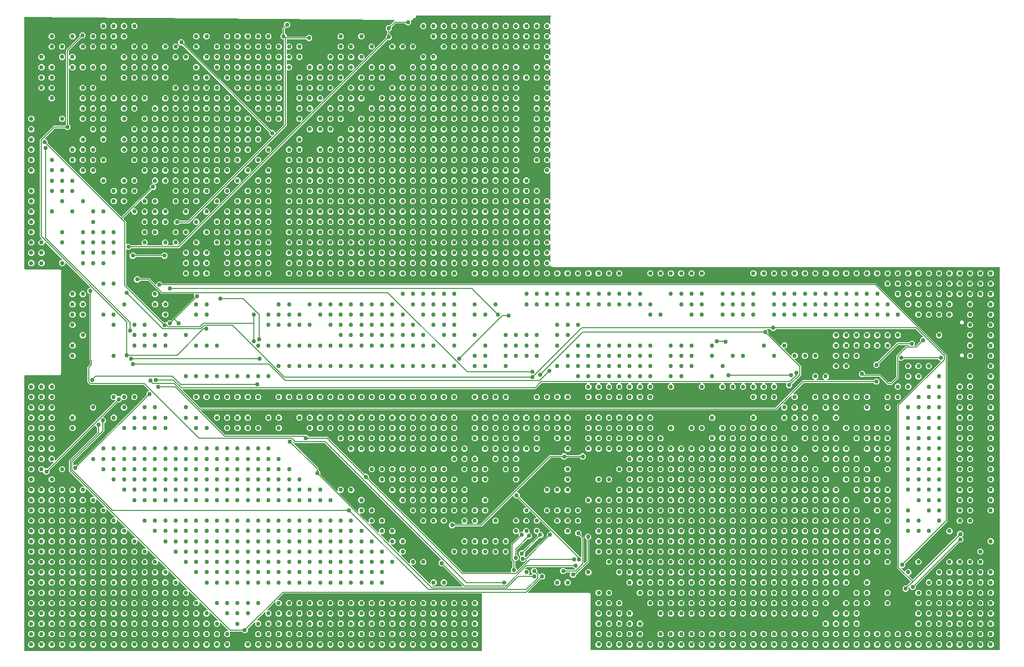
<source format=gbr>
G04 EAGLE Gerber RS-274X export*
G75*
%MOMM*%
%FSLAX34Y34*%
%LPD*%
%INBottom Copper*%
%IPPOS*%
%AMOC8*
5,1,8,0,0,1.08239X$1,22.5*%
G01*
G04 Define Apertures*
%ADD10C,0.155400*%
%ADD11C,0.756400*%
G36*
X1701375Y2060D02*
X1701078Y2000D01*
X988762Y2000D01*
X988487Y2051D01*
X988232Y2215D01*
X988060Y2465D01*
X988000Y2762D01*
X988000Y99912D01*
X987975Y100017D01*
X987956Y100044D01*
X986062Y101938D01*
X985970Y101995D01*
X985938Y102000D01*
X879672Y102000D01*
X879408Y102047D01*
X879150Y102206D01*
X878975Y102454D01*
X878910Y102750D01*
X878965Y103048D01*
X879133Y103301D01*
X901118Y125286D01*
X901360Y125449D01*
X901657Y125509D01*
X905591Y125509D01*
X908699Y128617D01*
X908699Y133013D01*
X905591Y136121D01*
X901195Y136121D01*
X899300Y134226D01*
X899080Y134073D01*
X898785Y134003D01*
X898486Y134054D01*
X898231Y134217D01*
X898059Y134467D01*
X897999Y134764D01*
X897999Y134846D01*
X895071Y137774D01*
X894908Y138016D01*
X894848Y138313D01*
X894848Y142247D01*
X891740Y145355D01*
X887344Y145355D01*
X884236Y142247D01*
X884236Y137851D01*
X886116Y135971D01*
X886274Y135740D01*
X886339Y135444D01*
X886284Y135146D01*
X886116Y134893D01*
X884562Y133339D01*
X884321Y133176D01*
X884024Y133116D01*
X880459Y133116D01*
X880196Y133163D01*
X879938Y133322D01*
X879763Y133570D01*
X879698Y133866D01*
X879753Y134164D01*
X879921Y134417D01*
X881306Y135802D01*
X881306Y140198D01*
X878198Y143306D01*
X874808Y143306D01*
X874544Y143353D01*
X874286Y143512D01*
X874111Y143760D01*
X874046Y144056D01*
X874101Y144354D01*
X874269Y144607D01*
X876421Y146759D01*
X876663Y146922D01*
X876960Y146982D01*
X956357Y146982D01*
X956643Y146926D01*
X956895Y146759D01*
X959677Y143977D01*
X960709Y143977D01*
X960973Y143930D01*
X961231Y143771D01*
X961406Y143523D01*
X961471Y143227D01*
X961416Y142929D01*
X961248Y142676D01*
X961145Y142573D01*
X960903Y142410D01*
X960606Y142350D01*
X945847Y142350D01*
X945561Y142406D01*
X945309Y142573D01*
X942527Y145355D01*
X938131Y145355D01*
X935023Y142247D01*
X935023Y137851D01*
X938131Y134743D01*
X942527Y134743D01*
X945309Y137525D01*
X945550Y137688D01*
X945847Y137748D01*
X951770Y137748D01*
X952033Y137701D01*
X952291Y137542D01*
X952466Y137294D01*
X952531Y136998D01*
X952476Y136700D01*
X952308Y136447D01*
X951952Y136091D01*
X951952Y131695D01*
X955060Y128587D01*
X959456Y128587D01*
X962564Y131695D01*
X962564Y132551D01*
X962620Y132837D01*
X962787Y133090D01*
X985722Y156025D01*
X985722Y194552D01*
X985778Y194838D01*
X985945Y195090D01*
X988727Y197872D01*
X988727Y202268D01*
X985619Y205376D01*
X981223Y205376D01*
X978115Y202268D01*
X978115Y197872D01*
X980897Y195090D01*
X981060Y194849D01*
X981120Y194552D01*
X981120Y158247D01*
X981064Y157961D01*
X980897Y157708D01*
X977789Y154600D01*
X977569Y154447D01*
X977274Y154377D01*
X976975Y154428D01*
X976720Y154591D01*
X976548Y154842D01*
X976488Y155139D01*
X976488Y199484D01*
X972021Y203951D01*
X971858Y204193D01*
X971798Y204490D01*
X971798Y208424D01*
X968690Y211532D01*
X964294Y211532D01*
X961186Y208424D01*
X961186Y204028D01*
X964294Y200920D01*
X968228Y200920D01*
X968514Y200864D01*
X968767Y200697D01*
X971663Y197801D01*
X971826Y197559D01*
X971886Y197262D01*
X971886Y165544D01*
X971839Y165281D01*
X971680Y165023D01*
X971432Y164848D01*
X971136Y164783D01*
X970838Y164838D01*
X970585Y165006D01*
X970229Y165362D01*
X969373Y165362D01*
X969087Y165418D01*
X968834Y165585D01*
X864291Y270128D01*
X864128Y270370D01*
X864068Y270667D01*
X864068Y274601D01*
X860960Y277709D01*
X859928Y277709D01*
X859664Y277756D01*
X859406Y277915D01*
X859231Y278163D01*
X859166Y278459D01*
X859221Y278757D01*
X859389Y279010D01*
X917974Y337595D01*
X918216Y337758D01*
X918513Y337818D01*
X936350Y337818D01*
X936636Y337762D01*
X936888Y337595D01*
X939670Y334813D01*
X944066Y334813D01*
X946848Y337595D01*
X947089Y337758D01*
X947386Y337818D01*
X968669Y337818D01*
X968955Y337762D01*
X969207Y337595D01*
X971989Y334813D01*
X976385Y334813D01*
X979493Y337921D01*
X979493Y342317D01*
X976385Y345425D01*
X971989Y345425D01*
X969207Y342643D01*
X968966Y342480D01*
X968669Y342420D01*
X947386Y342420D01*
X947100Y342476D01*
X946848Y342643D01*
X944066Y345425D01*
X939670Y345425D01*
X936888Y342643D01*
X936647Y342480D01*
X936350Y342420D01*
X916291Y342420D01*
X796472Y222601D01*
X796230Y222438D01*
X795933Y222378D01*
X789721Y222378D01*
X789458Y222425D01*
X789200Y222584D01*
X789025Y222832D01*
X788960Y223128D01*
X789015Y223426D01*
X789183Y223679D01*
X791306Y225802D01*
X791306Y230198D01*
X788198Y233306D01*
X783802Y233306D01*
X780694Y230198D01*
X780694Y225802D01*
X782817Y223679D01*
X782970Y223459D01*
X783040Y223164D01*
X782989Y222865D01*
X782826Y222610D01*
X782576Y222438D01*
X782279Y222378D01*
X771721Y222378D01*
X771458Y222425D01*
X771200Y222584D01*
X771025Y222832D01*
X770960Y223128D01*
X771015Y223426D01*
X771183Y223679D01*
X773306Y225802D01*
X773306Y230198D01*
X770198Y233306D01*
X765802Y233306D01*
X762694Y230198D01*
X762694Y225802D01*
X764817Y223679D01*
X764970Y223459D01*
X765040Y223164D01*
X764989Y222865D01*
X764826Y222610D01*
X764576Y222438D01*
X764279Y222378D01*
X751933Y222378D01*
X751647Y222434D01*
X751395Y222601D01*
X748613Y225383D01*
X744217Y225383D01*
X741109Y222275D01*
X741109Y217879D01*
X744217Y214771D01*
X748613Y214771D01*
X751395Y217553D01*
X751636Y217716D01*
X751933Y217776D01*
X798155Y217776D01*
X852155Y271776D01*
X852375Y271929D01*
X852670Y271999D01*
X852969Y271948D01*
X853224Y271785D01*
X853396Y271534D01*
X853456Y271237D01*
X853456Y270205D01*
X856564Y267097D01*
X860498Y267097D01*
X860784Y267041D01*
X861037Y266874D01*
X875304Y252607D01*
X875457Y252387D01*
X875527Y252092D01*
X875476Y251793D01*
X875313Y251538D01*
X875062Y251366D01*
X874765Y251306D01*
X873802Y251306D01*
X870694Y248198D01*
X870694Y243802D01*
X873802Y240694D01*
X878198Y240694D01*
X881306Y243802D01*
X881306Y244765D01*
X881353Y245029D01*
X881512Y245287D01*
X881760Y245462D01*
X882056Y245527D01*
X882354Y245472D01*
X882607Y245304D01*
X893304Y234607D01*
X893457Y234387D01*
X893527Y234092D01*
X893476Y233793D01*
X893313Y233538D01*
X893062Y233366D01*
X892765Y233306D01*
X891802Y233306D01*
X888694Y230198D01*
X888694Y225802D01*
X891802Y222694D01*
X896198Y222694D01*
X899306Y225802D01*
X899306Y226765D01*
X899353Y227029D01*
X899512Y227287D01*
X899760Y227462D01*
X900056Y227527D01*
X900354Y227472D01*
X900607Y227304D01*
X918156Y209755D01*
X918309Y209535D01*
X918379Y209240D01*
X918328Y208941D01*
X918165Y208686D01*
X917914Y208514D01*
X917617Y208454D01*
X915046Y208454D01*
X911938Y205346D01*
X911938Y201412D01*
X911882Y201126D01*
X911715Y200873D01*
X875277Y164435D01*
X875046Y164277D01*
X874750Y164212D01*
X874452Y164267D01*
X874199Y164435D01*
X872191Y166443D01*
X872033Y166673D01*
X871968Y166969D01*
X872024Y167267D01*
X872191Y167520D01*
X873302Y168631D01*
X873302Y172565D01*
X873358Y172851D01*
X873525Y173104D01*
X898040Y197619D01*
X898282Y197782D01*
X898579Y197842D01*
X902513Y197842D01*
X905621Y200950D01*
X905621Y205346D01*
X902513Y208454D01*
X900068Y208454D01*
X899793Y208505D01*
X899538Y208669D01*
X899366Y208919D01*
X899306Y209216D01*
X899306Y212198D01*
X896198Y215306D01*
X891802Y215306D01*
X888694Y212198D01*
X888694Y207802D01*
X891802Y204694D01*
X894247Y204694D01*
X894522Y204643D01*
X894777Y204479D01*
X894949Y204229D01*
X895009Y203932D01*
X895009Y201412D01*
X894953Y201126D01*
X894786Y200873D01*
X870271Y176358D01*
X870029Y176195D01*
X869732Y176135D01*
X865798Y176135D01*
X862690Y173027D01*
X862690Y168631D01*
X865340Y165981D01*
X865498Y165751D01*
X865563Y165455D01*
X865507Y165157D01*
X865340Y164904D01*
X864229Y163793D01*
X864229Y159397D01*
X867337Y156289D01*
X871733Y156289D01*
X874515Y159071D01*
X874756Y159234D01*
X875053Y159294D01*
X875991Y159294D01*
X876255Y159247D01*
X876513Y159088D01*
X876688Y158840D01*
X876753Y158544D01*
X876698Y158246D01*
X876530Y157993D01*
X860752Y142215D01*
X860532Y142062D01*
X860237Y141992D01*
X859938Y142043D01*
X859683Y142206D01*
X859511Y142457D01*
X859451Y142754D01*
X859451Y143786D01*
X856669Y146568D01*
X856506Y146809D01*
X856446Y147106D01*
X856446Y157066D01*
X856497Y157341D01*
X856661Y157596D01*
X856911Y157768D01*
X857208Y157828D01*
X859421Y157828D01*
X862529Y160936D01*
X862529Y165332D01*
X859747Y168114D01*
X859584Y168355D01*
X859524Y168652D01*
X859524Y177255D01*
X859580Y177541D01*
X859747Y177794D01*
X878033Y196080D01*
X878275Y196243D01*
X878572Y196303D01*
X882506Y196303D01*
X885614Y199411D01*
X885614Y203807D01*
X882506Y206915D01*
X882068Y206915D01*
X881793Y206966D01*
X881538Y207130D01*
X881366Y207380D01*
X881306Y207677D01*
X881306Y212198D01*
X878198Y215306D01*
X873802Y215306D01*
X870694Y212198D01*
X870694Y209216D01*
X870643Y208941D01*
X870479Y208686D01*
X870229Y208514D01*
X869932Y208454D01*
X865798Y208454D01*
X864607Y207263D01*
X864387Y207110D01*
X864092Y207040D01*
X863793Y207091D01*
X863538Y207254D01*
X863366Y207504D01*
X863306Y207801D01*
X863306Y212198D01*
X860198Y215306D01*
X855802Y215306D01*
X852694Y212198D01*
X852694Y207802D01*
X855802Y204694D01*
X860198Y204694D01*
X861389Y205885D01*
X861609Y206038D01*
X861904Y206108D01*
X862203Y206057D01*
X862458Y205894D01*
X862630Y205644D01*
X862690Y205347D01*
X862690Y201412D01*
X862634Y201126D01*
X862467Y200873D01*
X848766Y187172D01*
X848766Y159103D01*
X851621Y156248D01*
X851784Y156006D01*
X851844Y155709D01*
X851844Y147106D01*
X851788Y146820D01*
X851621Y146568D01*
X848839Y143786D01*
X848839Y139390D01*
X849195Y139034D01*
X849348Y138814D01*
X849418Y138519D01*
X849367Y138220D01*
X849204Y137965D01*
X848954Y137793D01*
X848657Y137733D01*
X766152Y137733D01*
X765866Y137789D01*
X765613Y137956D01*
X601122Y302447D01*
X600959Y302689D01*
X600899Y302986D01*
X600899Y306920D01*
X597791Y310028D01*
X593857Y310028D01*
X593571Y310084D01*
X593318Y310251D01*
X528830Y374739D01*
X496459Y374739D01*
X496173Y374795D01*
X495921Y374962D01*
X493139Y377744D01*
X489205Y377744D01*
X488919Y377800D01*
X488893Y377817D01*
X350622Y377817D01*
X350336Y377873D01*
X350083Y378040D01*
X308500Y419623D01*
X308347Y419843D01*
X308277Y420138D01*
X308328Y420437D01*
X308491Y420692D01*
X308742Y420864D01*
X309039Y420924D01*
X1312181Y420924D01*
X1319393Y428136D01*
X1319613Y428289D01*
X1319908Y428359D01*
X1320207Y428308D01*
X1320462Y428145D01*
X1320634Y427894D01*
X1320694Y427597D01*
X1320694Y423802D01*
X1323802Y420694D01*
X1328198Y420694D01*
X1331306Y423802D01*
X1331306Y428198D01*
X1328198Y431306D01*
X1324403Y431306D01*
X1324139Y431353D01*
X1323881Y431512D01*
X1323706Y431760D01*
X1323641Y432056D01*
X1323696Y432354D01*
X1323864Y432607D01*
X1337393Y446136D01*
X1337613Y446289D01*
X1337908Y446359D01*
X1338207Y446308D01*
X1338462Y446145D01*
X1338634Y445894D01*
X1338694Y445597D01*
X1338694Y441802D01*
X1341802Y438694D01*
X1346198Y438694D01*
X1349306Y441802D01*
X1349306Y446198D01*
X1346198Y449306D01*
X1342403Y449306D01*
X1342139Y449353D01*
X1341881Y449512D01*
X1341706Y449760D01*
X1341641Y450056D01*
X1341696Y450354D01*
X1341864Y450607D01*
X1359833Y468576D01*
X1360075Y468739D01*
X1360372Y468799D01*
X1481164Y468799D01*
X1481450Y468743D01*
X1481703Y468576D01*
X1484485Y465794D01*
X1488880Y465794D01*
X1491989Y468902D01*
X1491989Y473298D01*
X1488880Y476406D01*
X1484485Y476406D01*
X1481703Y473624D01*
X1481461Y473461D01*
X1481164Y473401D01*
X1400744Y473401D01*
X1400481Y473448D01*
X1400223Y473607D01*
X1400048Y473855D01*
X1399983Y474151D01*
X1400038Y474449D01*
X1400206Y474702D01*
X1403306Y477802D01*
X1403306Y482198D01*
X1400198Y485306D01*
X1395802Y485306D01*
X1392694Y482198D01*
X1392694Y477802D01*
X1395794Y474702D01*
X1395947Y474482D01*
X1396017Y474187D01*
X1395966Y473888D01*
X1395803Y473633D01*
X1395553Y473461D01*
X1395256Y473401D01*
X1382744Y473401D01*
X1382481Y473448D01*
X1382223Y473607D01*
X1382048Y473855D01*
X1381983Y474151D01*
X1382038Y474449D01*
X1382206Y474702D01*
X1385306Y477802D01*
X1385306Y482198D01*
X1382198Y485306D01*
X1377802Y485306D01*
X1374694Y482198D01*
X1374694Y477802D01*
X1377794Y474702D01*
X1377947Y474482D01*
X1378017Y474187D01*
X1377966Y473888D01*
X1377803Y473633D01*
X1377553Y473461D01*
X1377256Y473401D01*
X1358150Y473401D01*
X1310498Y425749D01*
X1310256Y425586D01*
X1309959Y425526D01*
X307530Y425526D01*
X307244Y425582D01*
X306991Y425749D01*
X276181Y456559D01*
X276028Y456779D01*
X275958Y457074D01*
X276009Y457373D01*
X276172Y457628D01*
X276423Y457800D01*
X276720Y457860D01*
X892034Y457860D01*
X902584Y468410D01*
X902826Y468573D01*
X903123Y468633D01*
X981290Y468633D01*
X981553Y468586D01*
X981811Y468427D01*
X981986Y468179D01*
X982051Y467883D01*
X981996Y467585D01*
X981828Y467332D01*
X978694Y464198D01*
X978694Y459802D01*
X981802Y456694D01*
X986198Y456694D01*
X989306Y459802D01*
X989306Y464198D01*
X986172Y467332D01*
X986019Y467552D01*
X985949Y467847D01*
X986000Y468146D01*
X986163Y468401D01*
X986413Y468573D01*
X986710Y468633D01*
X999290Y468633D01*
X999553Y468586D01*
X999811Y468427D01*
X999986Y468179D01*
X1000051Y467883D01*
X999996Y467585D01*
X999828Y467332D01*
X996694Y464198D01*
X996694Y459802D01*
X999802Y456694D01*
X1004198Y456694D01*
X1007306Y459802D01*
X1007306Y464198D01*
X1004172Y467332D01*
X1004019Y467552D01*
X1003949Y467847D01*
X1004000Y468146D01*
X1004163Y468401D01*
X1004413Y468573D01*
X1004710Y468633D01*
X1017290Y468633D01*
X1017553Y468586D01*
X1017811Y468427D01*
X1017986Y468179D01*
X1018051Y467883D01*
X1017996Y467585D01*
X1017828Y467332D01*
X1014694Y464198D01*
X1014694Y459802D01*
X1017802Y456694D01*
X1022198Y456694D01*
X1025306Y459802D01*
X1025306Y464198D01*
X1022172Y467332D01*
X1022019Y467552D01*
X1021949Y467847D01*
X1022000Y468146D01*
X1022163Y468401D01*
X1022413Y468573D01*
X1022710Y468633D01*
X1035290Y468633D01*
X1035553Y468586D01*
X1035811Y468427D01*
X1035986Y468179D01*
X1036051Y467883D01*
X1035996Y467585D01*
X1035828Y467332D01*
X1032694Y464198D01*
X1032694Y459802D01*
X1035802Y456694D01*
X1040198Y456694D01*
X1043306Y459802D01*
X1043306Y464198D01*
X1040172Y467332D01*
X1040019Y467552D01*
X1039949Y467847D01*
X1040000Y468146D01*
X1040163Y468401D01*
X1040413Y468573D01*
X1040710Y468633D01*
X1053290Y468633D01*
X1053553Y468586D01*
X1053811Y468427D01*
X1053986Y468179D01*
X1054051Y467883D01*
X1053996Y467585D01*
X1053828Y467332D01*
X1050694Y464198D01*
X1050694Y459802D01*
X1053802Y456694D01*
X1058198Y456694D01*
X1061306Y459802D01*
X1061306Y464198D01*
X1058172Y467332D01*
X1058019Y467552D01*
X1057949Y467847D01*
X1058000Y468146D01*
X1058163Y468401D01*
X1058413Y468573D01*
X1058710Y468633D01*
X1071290Y468633D01*
X1071553Y468586D01*
X1071811Y468427D01*
X1071986Y468179D01*
X1072051Y467883D01*
X1071996Y467585D01*
X1071828Y467332D01*
X1068694Y464198D01*
X1068694Y459802D01*
X1071802Y456694D01*
X1076198Y456694D01*
X1079306Y459802D01*
X1079306Y464198D01*
X1076172Y467332D01*
X1076019Y467552D01*
X1075949Y467847D01*
X1076000Y468146D01*
X1076163Y468401D01*
X1076413Y468573D01*
X1076710Y468633D01*
X1089290Y468633D01*
X1089553Y468586D01*
X1089811Y468427D01*
X1089986Y468179D01*
X1090051Y467883D01*
X1089996Y467585D01*
X1089828Y467332D01*
X1086694Y464198D01*
X1086694Y459802D01*
X1089802Y456694D01*
X1094198Y456694D01*
X1097306Y459802D01*
X1097306Y464198D01*
X1094172Y467332D01*
X1094019Y467552D01*
X1093949Y467847D01*
X1094000Y468146D01*
X1094163Y468401D01*
X1094413Y468573D01*
X1094710Y468633D01*
X1125290Y468633D01*
X1125553Y468586D01*
X1125811Y468427D01*
X1125986Y468179D01*
X1126051Y467883D01*
X1125996Y467585D01*
X1125828Y467332D01*
X1122694Y464198D01*
X1122694Y459802D01*
X1125802Y456694D01*
X1130198Y456694D01*
X1133306Y459802D01*
X1133306Y464198D01*
X1130172Y467332D01*
X1130019Y467552D01*
X1129949Y467847D01*
X1130000Y468146D01*
X1130163Y468401D01*
X1130413Y468573D01*
X1130710Y468633D01*
X1179290Y468633D01*
X1179553Y468586D01*
X1179811Y468427D01*
X1179986Y468179D01*
X1180051Y467883D01*
X1179996Y467585D01*
X1179828Y467332D01*
X1176694Y464198D01*
X1176694Y459802D01*
X1179802Y456694D01*
X1184198Y456694D01*
X1187306Y459802D01*
X1187306Y464198D01*
X1184172Y467332D01*
X1184019Y467552D01*
X1183949Y467847D01*
X1184000Y468146D01*
X1184163Y468401D01*
X1184413Y468573D01*
X1184710Y468633D01*
X1215290Y468633D01*
X1215553Y468586D01*
X1215811Y468427D01*
X1215986Y468179D01*
X1216051Y467883D01*
X1215996Y467585D01*
X1215828Y467332D01*
X1212694Y464198D01*
X1212694Y459802D01*
X1215802Y456694D01*
X1220198Y456694D01*
X1223306Y459802D01*
X1223306Y464198D01*
X1220172Y467332D01*
X1220019Y467552D01*
X1219949Y467847D01*
X1220000Y468146D01*
X1220163Y468401D01*
X1220413Y468573D01*
X1220710Y468633D01*
X1233290Y468633D01*
X1233553Y468586D01*
X1233811Y468427D01*
X1233986Y468179D01*
X1234051Y467883D01*
X1233996Y467585D01*
X1233828Y467332D01*
X1230694Y464198D01*
X1230694Y459802D01*
X1233802Y456694D01*
X1238198Y456694D01*
X1241306Y459802D01*
X1241306Y464198D01*
X1238172Y467332D01*
X1238019Y467552D01*
X1237949Y467847D01*
X1238000Y468146D01*
X1238163Y468401D01*
X1238413Y468573D01*
X1238710Y468633D01*
X1251290Y468633D01*
X1251553Y468586D01*
X1251811Y468427D01*
X1251986Y468179D01*
X1252051Y467883D01*
X1251996Y467585D01*
X1251828Y467332D01*
X1248694Y464198D01*
X1248694Y459802D01*
X1251802Y456694D01*
X1256198Y456694D01*
X1259306Y459802D01*
X1259306Y464198D01*
X1256172Y467332D01*
X1256019Y467552D01*
X1255949Y467847D01*
X1256000Y468146D01*
X1256163Y468401D01*
X1256413Y468573D01*
X1256710Y468633D01*
X1269290Y468633D01*
X1269553Y468586D01*
X1269811Y468427D01*
X1269986Y468179D01*
X1270051Y467883D01*
X1269996Y467585D01*
X1269828Y467332D01*
X1266694Y464198D01*
X1266694Y459802D01*
X1269802Y456694D01*
X1274198Y456694D01*
X1277306Y459802D01*
X1277306Y464198D01*
X1274172Y467332D01*
X1274019Y467552D01*
X1273949Y467847D01*
X1274000Y468146D01*
X1274163Y468401D01*
X1274413Y468573D01*
X1274710Y468633D01*
X1287290Y468633D01*
X1287553Y468586D01*
X1287811Y468427D01*
X1287986Y468179D01*
X1288051Y467883D01*
X1287996Y467585D01*
X1287828Y467332D01*
X1284694Y464198D01*
X1284694Y459802D01*
X1287802Y456694D01*
X1292198Y456694D01*
X1295306Y459802D01*
X1295306Y464198D01*
X1292172Y467332D01*
X1292019Y467552D01*
X1291949Y467847D01*
X1292000Y468146D01*
X1292163Y468401D01*
X1292413Y468573D01*
X1292710Y468633D01*
X1305290Y468633D01*
X1305553Y468586D01*
X1305811Y468427D01*
X1305986Y468179D01*
X1306051Y467883D01*
X1305996Y467585D01*
X1305828Y467332D01*
X1302694Y464198D01*
X1302694Y459802D01*
X1305802Y456694D01*
X1310198Y456694D01*
X1313306Y459802D01*
X1313306Y464198D01*
X1310172Y467332D01*
X1310019Y467552D01*
X1309949Y467847D01*
X1310000Y468146D01*
X1310163Y468401D01*
X1310413Y468573D01*
X1310710Y468633D01*
X1328825Y468633D01*
X1329088Y468586D01*
X1329346Y468427D01*
X1329521Y468179D01*
X1329586Y467883D01*
X1329531Y467585D01*
X1329363Y467332D01*
X1329007Y466976D01*
X1329007Y462580D01*
X1332115Y459472D01*
X1336511Y459472D01*
X1339619Y462580D01*
X1339619Y466514D01*
X1339675Y466800D01*
X1339842Y467053D01*
X1355082Y482293D01*
X1355082Y498050D01*
X1343739Y509393D01*
X1343586Y509613D01*
X1343516Y509908D01*
X1343567Y510207D01*
X1343730Y510462D01*
X1343981Y510634D01*
X1344278Y510694D01*
X1346198Y510694D01*
X1349306Y513802D01*
X1349306Y518198D01*
X1346198Y521306D01*
X1341802Y521306D01*
X1338694Y518198D01*
X1338694Y516278D01*
X1338647Y516014D01*
X1338488Y515756D01*
X1338240Y515581D01*
X1337944Y515516D01*
X1337646Y515571D01*
X1337393Y515739D01*
X1325739Y527393D01*
X1325586Y527613D01*
X1325516Y527908D01*
X1325567Y528207D01*
X1325730Y528462D01*
X1325981Y528634D01*
X1326278Y528694D01*
X1328198Y528694D01*
X1331306Y531802D01*
X1331306Y536198D01*
X1328198Y539306D01*
X1323802Y539306D01*
X1320694Y536198D01*
X1320694Y534278D01*
X1320647Y534014D01*
X1320488Y533756D01*
X1320240Y533581D01*
X1319944Y533516D01*
X1319646Y533571D01*
X1319393Y533739D01*
X1298289Y554843D01*
X1298126Y555085D01*
X1298066Y555382D01*
X1298066Y559316D01*
X1296171Y561211D01*
X1296018Y561431D01*
X1295948Y561726D01*
X1295999Y562025D01*
X1296162Y562280D01*
X1296412Y562452D01*
X1296709Y562512D01*
X1301093Y562512D01*
X1301379Y562456D01*
X1301631Y562289D01*
X1304413Y559507D01*
X1308809Y559507D01*
X1311591Y562289D01*
X1311832Y562452D01*
X1312129Y562512D01*
X1554660Y562512D01*
X1554946Y562456D01*
X1555199Y562289D01*
X1567614Y549874D01*
X1567767Y549654D01*
X1567837Y549359D01*
X1567786Y549060D01*
X1567623Y548805D01*
X1567372Y548633D01*
X1567075Y548573D01*
X1566043Y548573D01*
X1562935Y545465D01*
X1562935Y541531D01*
X1562879Y541245D01*
X1562712Y540992D01*
X1555199Y533479D01*
X1554957Y533316D01*
X1554660Y533256D01*
X1553722Y533256D01*
X1553459Y533303D01*
X1553201Y533462D01*
X1553026Y533710D01*
X1552961Y534006D01*
X1553016Y534304D01*
X1553184Y534557D01*
X1553540Y534913D01*
X1553540Y539309D01*
X1550432Y542417D01*
X1546036Y542417D01*
X1543254Y539635D01*
X1543013Y539472D01*
X1542716Y539412D01*
X1522657Y539412D01*
X1488949Y505704D01*
X1488707Y505541D01*
X1488410Y505481D01*
X1484476Y505481D01*
X1481368Y502373D01*
X1481368Y497977D01*
X1484476Y494869D01*
X1488872Y494869D01*
X1491980Y497977D01*
X1491980Y501911D01*
X1492036Y502197D01*
X1492203Y502450D01*
X1524340Y534587D01*
X1524582Y534750D01*
X1524879Y534810D01*
X1542716Y534810D01*
X1543002Y534754D01*
X1543254Y534587D01*
X1543284Y534557D01*
X1543437Y534337D01*
X1543507Y534042D01*
X1543456Y533743D01*
X1543293Y533488D01*
X1543043Y533316D01*
X1542746Y533256D01*
X1538047Y533256D01*
X1521309Y516518D01*
X1521309Y479898D01*
X1521253Y479612D01*
X1521086Y479359D01*
X1512107Y470380D01*
X1511865Y470217D01*
X1511568Y470157D01*
X1507950Y470157D01*
X1507664Y470213D01*
X1507411Y470380D01*
X1493783Y484008D01*
X1467455Y484008D01*
X1467180Y484059D01*
X1466925Y484223D01*
X1466753Y484473D01*
X1466693Y484770D01*
X1466693Y486592D01*
X1463585Y489700D01*
X1459189Y489700D01*
X1456081Y486592D01*
X1456081Y482196D01*
X1459189Y479088D01*
X1463585Y479088D01*
X1463679Y479183D01*
X1463921Y479346D01*
X1464218Y479406D01*
X1491561Y479406D01*
X1491847Y479350D01*
X1492100Y479183D01*
X1505728Y465555D01*
X1513790Y465555D01*
X1525911Y477676D01*
X1525911Y506999D01*
X1525958Y507262D01*
X1526117Y507520D01*
X1526365Y507695D01*
X1526661Y507760D01*
X1526959Y507705D01*
X1527212Y507537D01*
X1527568Y507181D01*
X1531964Y507181D01*
X1534746Y509963D01*
X1534987Y510126D01*
X1535284Y510186D01*
X1593503Y510186D01*
X1593789Y510130D01*
X1594041Y509963D01*
X1596823Y507181D01*
X1597855Y507181D01*
X1598119Y507134D01*
X1598377Y506975D01*
X1598552Y506727D01*
X1598617Y506431D01*
X1598562Y506133D01*
X1598394Y505880D01*
X1522848Y430334D01*
X1522848Y145252D01*
X1545980Y122120D01*
X1546138Y121889D01*
X1546203Y121593D01*
X1546148Y121295D01*
X1545980Y121042D01*
X1539736Y114798D01*
X1539494Y114635D01*
X1539197Y114575D01*
X1535263Y114575D01*
X1532155Y111467D01*
X1532155Y107071D01*
X1535263Y103963D01*
X1539659Y103963D01*
X1542767Y107071D01*
X1542767Y111005D01*
X1542823Y111291D01*
X1542990Y111544D01*
X1543166Y111720D01*
X1543386Y111873D01*
X1543681Y111943D01*
X1543980Y111892D01*
X1544235Y111729D01*
X1544407Y111478D01*
X1544467Y111181D01*
X1544467Y110149D01*
X1547575Y107041D01*
X1551971Y107041D01*
X1555079Y110149D01*
X1555079Y114083D01*
X1555135Y114369D01*
X1555302Y114622D01*
X1630604Y189924D01*
X1630846Y190087D01*
X1631143Y190147D01*
X1635077Y190147D01*
X1638185Y193255D01*
X1638185Y197651D01*
X1636305Y199531D01*
X1636147Y199762D01*
X1636082Y200058D01*
X1636137Y200356D01*
X1636305Y200609D01*
X1638185Y202489D01*
X1638185Y206885D01*
X1635077Y209993D01*
X1630681Y209993D01*
X1627573Y206885D01*
X1627573Y202951D01*
X1627517Y202665D01*
X1627350Y202412D01*
X1550312Y125374D01*
X1550081Y125216D01*
X1549785Y125151D01*
X1549487Y125206D01*
X1549234Y125374D01*
X1543215Y131393D01*
X1543062Y131613D01*
X1542992Y131908D01*
X1543043Y132207D01*
X1543206Y132462D01*
X1543457Y132634D01*
X1543754Y132694D01*
X1544198Y132694D01*
X1547306Y135802D01*
X1547306Y140198D01*
X1544198Y143306D01*
X1539802Y143306D01*
X1536694Y140198D01*
X1536694Y139754D01*
X1536647Y139490D01*
X1536488Y139232D01*
X1536240Y139057D01*
X1535944Y138992D01*
X1535646Y139047D01*
X1535393Y139215D01*
X1530393Y144215D01*
X1530240Y144435D01*
X1530170Y144730D01*
X1530221Y145029D01*
X1530384Y145284D01*
X1530635Y145456D01*
X1530932Y145516D01*
X1533503Y145516D01*
X1536611Y148624D01*
X1536611Y152558D01*
X1536667Y152844D01*
X1536834Y153097D01*
X1610556Y226819D01*
X1610556Y518057D01*
X1486088Y642525D01*
X240985Y642525D01*
X240699Y642581D01*
X240447Y642748D01*
X237665Y645530D01*
X233269Y645530D01*
X230161Y642422D01*
X230161Y641390D01*
X230114Y641126D01*
X229955Y640868D01*
X229707Y640693D01*
X229411Y640628D01*
X229113Y640683D01*
X228860Y640851D01*
X217952Y651759D01*
X202510Y651759D01*
X202224Y651815D01*
X201972Y651982D01*
X199190Y654764D01*
X194794Y654764D01*
X191686Y651656D01*
X191686Y647260D01*
X194794Y644152D01*
X199190Y644152D01*
X201972Y646934D01*
X202213Y647097D01*
X202510Y647157D01*
X215730Y647157D01*
X216016Y647101D01*
X216269Y646934D01*
X239131Y624072D01*
X296156Y624072D01*
X296419Y624025D01*
X296677Y623866D01*
X296852Y623618D01*
X296917Y623322D01*
X296862Y623024D01*
X296694Y622771D01*
X296338Y622415D01*
X296338Y618481D01*
X296282Y618195D01*
X296115Y617942D01*
X256210Y578037D01*
X255968Y577874D01*
X255671Y577814D01*
X251737Y577814D01*
X248599Y574676D01*
X248582Y574582D01*
X248423Y574324D01*
X248175Y574149D01*
X247879Y574084D01*
X247581Y574139D01*
X247328Y574307D01*
X246899Y574736D01*
X242965Y574736D01*
X242679Y574792D01*
X242426Y574959D01*
X177970Y639415D01*
X177807Y639657D01*
X177747Y639954D01*
X177747Y700913D01*
X177794Y701176D01*
X177953Y701434D01*
X178201Y701609D01*
X178497Y701674D01*
X178795Y701619D01*
X179048Y701451D01*
X179404Y701095D01*
X183800Y701095D01*
X186582Y703877D01*
X186823Y704040D01*
X187120Y704100D01*
X270278Y704100D01*
X633332Y1067154D01*
X633574Y1067317D01*
X633871Y1067377D01*
X637805Y1067377D01*
X640913Y1070485D01*
X640913Y1074881D01*
X638131Y1077663D01*
X637968Y1077904D01*
X637908Y1078201D01*
X637908Y1082555D01*
X637964Y1082841D01*
X638131Y1083093D01*
X640913Y1085875D01*
X640913Y1089809D01*
X640969Y1090095D01*
X641136Y1090348D01*
X647110Y1096322D01*
X647352Y1096485D01*
X647649Y1096545D01*
X663947Y1096545D01*
X664233Y1096489D01*
X664485Y1096322D01*
X667267Y1093540D01*
X671663Y1093540D01*
X674771Y1096648D01*
X674771Y1101277D01*
X674825Y1101558D01*
X674990Y1101812D01*
X675242Y1101982D01*
X675540Y1102039D01*
X675945Y1102036D01*
X676054Y1102061D01*
X676079Y1102079D01*
X679932Y1105932D01*
X680173Y1106094D01*
X680470Y1106155D01*
X682382Y1106155D01*
X682922Y1106695D01*
X682922Y1108606D01*
X682978Y1108892D01*
X683145Y1109145D01*
X683777Y1109777D01*
X684018Y1109940D01*
X684316Y1110000D01*
X918160Y1110000D01*
X918424Y1109953D01*
X918682Y1109794D01*
X918857Y1109546D01*
X918922Y1109250D01*
X918867Y1108952D01*
X918699Y1108699D01*
X918062Y1108062D01*
X918005Y1107970D01*
X918000Y1107938D01*
X918000Y1095343D01*
X917953Y1095080D01*
X917794Y1094822D01*
X917546Y1094647D01*
X917250Y1094582D01*
X916952Y1094637D01*
X916699Y1094805D01*
X914198Y1097306D01*
X909802Y1097306D01*
X906694Y1094198D01*
X906694Y1089802D01*
X909802Y1086694D01*
X914198Y1086694D01*
X916699Y1089195D01*
X916919Y1089348D01*
X917214Y1089418D01*
X917513Y1089367D01*
X917768Y1089204D01*
X917940Y1088954D01*
X918000Y1088657D01*
X918000Y1077343D01*
X917953Y1077080D01*
X917794Y1076822D01*
X917546Y1076647D01*
X917250Y1076582D01*
X916952Y1076637D01*
X916699Y1076805D01*
X914198Y1079306D01*
X909802Y1079306D01*
X906694Y1076198D01*
X906694Y1071802D01*
X909802Y1068694D01*
X914198Y1068694D01*
X916699Y1071195D01*
X916919Y1071348D01*
X917214Y1071418D01*
X917513Y1071367D01*
X917768Y1071204D01*
X917940Y1070954D01*
X918000Y1070657D01*
X918000Y1059343D01*
X917953Y1059080D01*
X917794Y1058822D01*
X917546Y1058647D01*
X917250Y1058582D01*
X916952Y1058637D01*
X916699Y1058805D01*
X914198Y1061306D01*
X909802Y1061306D01*
X906694Y1058198D01*
X906694Y1053802D01*
X909802Y1050694D01*
X914198Y1050694D01*
X916699Y1053195D01*
X916919Y1053348D01*
X917214Y1053418D01*
X917513Y1053367D01*
X917768Y1053204D01*
X917940Y1052954D01*
X918000Y1052657D01*
X918000Y1041343D01*
X917953Y1041080D01*
X917794Y1040822D01*
X917546Y1040647D01*
X917250Y1040582D01*
X916952Y1040637D01*
X916699Y1040805D01*
X914198Y1043306D01*
X909802Y1043306D01*
X906694Y1040198D01*
X906694Y1035802D01*
X909802Y1032694D01*
X914198Y1032694D01*
X916699Y1035195D01*
X916919Y1035348D01*
X917214Y1035418D01*
X917513Y1035367D01*
X917768Y1035204D01*
X917940Y1034954D01*
X918000Y1034657D01*
X918000Y1023343D01*
X917953Y1023080D01*
X917794Y1022822D01*
X917546Y1022647D01*
X917250Y1022582D01*
X916952Y1022637D01*
X916699Y1022805D01*
X914198Y1025306D01*
X909802Y1025306D01*
X906694Y1022198D01*
X906694Y1017802D01*
X909802Y1014694D01*
X914198Y1014694D01*
X916699Y1017195D01*
X916919Y1017348D01*
X917214Y1017418D01*
X917513Y1017367D01*
X917768Y1017204D01*
X917940Y1016954D01*
X918000Y1016657D01*
X918000Y1005343D01*
X917953Y1005080D01*
X917794Y1004822D01*
X917546Y1004647D01*
X917250Y1004582D01*
X916952Y1004637D01*
X916699Y1004805D01*
X914198Y1007306D01*
X909802Y1007306D01*
X906694Y1004198D01*
X906694Y999802D01*
X909802Y996694D01*
X914198Y996694D01*
X916699Y999195D01*
X916919Y999348D01*
X917214Y999418D01*
X917513Y999367D01*
X917768Y999204D01*
X917940Y998954D01*
X918000Y998657D01*
X918000Y987343D01*
X917953Y987080D01*
X917794Y986822D01*
X917546Y986647D01*
X917250Y986582D01*
X916952Y986637D01*
X916699Y986805D01*
X914198Y989306D01*
X909802Y989306D01*
X906694Y986198D01*
X906694Y981802D01*
X909802Y978694D01*
X914198Y978694D01*
X916699Y981195D01*
X916919Y981348D01*
X917214Y981418D01*
X917513Y981367D01*
X917768Y981204D01*
X917940Y980954D01*
X918000Y980657D01*
X918000Y969343D01*
X917953Y969080D01*
X917794Y968822D01*
X917546Y968647D01*
X917250Y968582D01*
X916952Y968637D01*
X916699Y968805D01*
X914198Y971306D01*
X909802Y971306D01*
X906694Y968198D01*
X906694Y963802D01*
X909802Y960694D01*
X914198Y960694D01*
X916699Y963195D01*
X916919Y963348D01*
X917214Y963418D01*
X917513Y963367D01*
X917768Y963204D01*
X917940Y962954D01*
X918000Y962657D01*
X918000Y951343D01*
X917953Y951080D01*
X917794Y950822D01*
X917546Y950647D01*
X917250Y950582D01*
X916952Y950637D01*
X916699Y950805D01*
X914198Y953306D01*
X909802Y953306D01*
X906694Y950198D01*
X906694Y945802D01*
X909802Y942694D01*
X914198Y942694D01*
X916699Y945195D01*
X916919Y945348D01*
X917214Y945418D01*
X917513Y945367D01*
X917768Y945204D01*
X917940Y944954D01*
X918000Y944657D01*
X918000Y933343D01*
X917953Y933080D01*
X917794Y932822D01*
X917546Y932647D01*
X917250Y932582D01*
X916952Y932637D01*
X916699Y932805D01*
X914198Y935306D01*
X909802Y935306D01*
X906694Y932198D01*
X906694Y927802D01*
X909802Y924694D01*
X914198Y924694D01*
X916699Y927195D01*
X916919Y927348D01*
X917214Y927418D01*
X917513Y927367D01*
X917768Y927204D01*
X917940Y926954D01*
X918000Y926657D01*
X918000Y915343D01*
X917953Y915080D01*
X917794Y914822D01*
X917546Y914647D01*
X917250Y914582D01*
X916952Y914637D01*
X916699Y914805D01*
X914198Y917306D01*
X909802Y917306D01*
X906694Y914198D01*
X906694Y909802D01*
X909802Y906694D01*
X914198Y906694D01*
X916699Y909195D01*
X916919Y909348D01*
X917214Y909418D01*
X917513Y909367D01*
X917768Y909204D01*
X917940Y908954D01*
X918000Y908657D01*
X918000Y897343D01*
X917953Y897080D01*
X917794Y896822D01*
X917546Y896647D01*
X917250Y896582D01*
X916952Y896637D01*
X916699Y896805D01*
X914198Y899306D01*
X909802Y899306D01*
X906694Y896198D01*
X906694Y891802D01*
X909802Y888694D01*
X914198Y888694D01*
X916699Y891195D01*
X916919Y891348D01*
X917214Y891418D01*
X917513Y891367D01*
X917768Y891204D01*
X917940Y890954D01*
X918000Y890657D01*
X918000Y879343D01*
X917953Y879080D01*
X917794Y878822D01*
X917546Y878647D01*
X917250Y878582D01*
X916952Y878637D01*
X916699Y878805D01*
X914198Y881306D01*
X909802Y881306D01*
X906694Y878198D01*
X906694Y873802D01*
X909802Y870694D01*
X914198Y870694D01*
X916699Y873195D01*
X916919Y873348D01*
X917214Y873418D01*
X917513Y873367D01*
X917768Y873204D01*
X917940Y872954D01*
X918000Y872657D01*
X918000Y861343D01*
X917953Y861080D01*
X917794Y860822D01*
X917546Y860647D01*
X917250Y860582D01*
X916952Y860637D01*
X916699Y860805D01*
X914198Y863306D01*
X909802Y863306D01*
X906694Y860198D01*
X906694Y855802D01*
X909802Y852694D01*
X914198Y852694D01*
X916699Y855195D01*
X916919Y855348D01*
X917214Y855418D01*
X917513Y855367D01*
X917768Y855204D01*
X917940Y854954D01*
X918000Y854657D01*
X918000Y843343D01*
X917953Y843080D01*
X917794Y842822D01*
X917546Y842647D01*
X917250Y842582D01*
X916952Y842637D01*
X916699Y842805D01*
X914198Y845306D01*
X909802Y845306D01*
X906694Y842198D01*
X906694Y837802D01*
X909802Y834694D01*
X914198Y834694D01*
X916699Y837195D01*
X916919Y837348D01*
X917214Y837418D01*
X917513Y837367D01*
X917768Y837204D01*
X917940Y836954D01*
X918000Y836657D01*
X918000Y789343D01*
X917953Y789080D01*
X917794Y788822D01*
X917546Y788647D01*
X917250Y788582D01*
X916952Y788637D01*
X916699Y788805D01*
X914198Y791306D01*
X909802Y791306D01*
X906694Y788198D01*
X906694Y783802D01*
X909802Y780694D01*
X914198Y780694D01*
X916699Y783195D01*
X916919Y783348D01*
X917214Y783418D01*
X917513Y783367D01*
X917768Y783204D01*
X917940Y782954D01*
X918000Y782657D01*
X918000Y771343D01*
X917953Y771080D01*
X917794Y770822D01*
X917546Y770647D01*
X917250Y770582D01*
X916952Y770637D01*
X916699Y770805D01*
X914198Y773306D01*
X909802Y773306D01*
X906694Y770198D01*
X906694Y765802D01*
X909802Y762694D01*
X914198Y762694D01*
X916699Y765195D01*
X916919Y765348D01*
X917214Y765418D01*
X917513Y765367D01*
X917768Y765204D01*
X917940Y764954D01*
X918000Y764657D01*
X918000Y753343D01*
X917953Y753080D01*
X917794Y752822D01*
X917546Y752647D01*
X917250Y752582D01*
X916952Y752637D01*
X916699Y752805D01*
X914198Y755306D01*
X909802Y755306D01*
X906694Y752198D01*
X906694Y747802D01*
X909802Y744694D01*
X914198Y744694D01*
X916699Y747195D01*
X916919Y747348D01*
X917214Y747418D01*
X917513Y747367D01*
X917768Y747204D01*
X917940Y746954D01*
X918000Y746657D01*
X918000Y735343D01*
X917953Y735080D01*
X917794Y734822D01*
X917546Y734647D01*
X917250Y734582D01*
X916952Y734637D01*
X916699Y734805D01*
X914198Y737306D01*
X909802Y737306D01*
X906694Y734198D01*
X906694Y729802D01*
X909802Y726694D01*
X914198Y726694D01*
X916699Y729195D01*
X916919Y729348D01*
X917214Y729418D01*
X917513Y729367D01*
X917768Y729204D01*
X917940Y728954D01*
X918000Y728657D01*
X918000Y717343D01*
X917953Y717080D01*
X917794Y716822D01*
X917546Y716647D01*
X917250Y716582D01*
X916952Y716637D01*
X916699Y716805D01*
X914198Y719306D01*
X909802Y719306D01*
X906694Y716198D01*
X906694Y711802D01*
X909802Y708694D01*
X914198Y708694D01*
X916699Y711195D01*
X916919Y711348D01*
X917214Y711418D01*
X917513Y711367D01*
X917768Y711204D01*
X917940Y710954D01*
X918000Y710657D01*
X918000Y699343D01*
X917953Y699080D01*
X917794Y698822D01*
X917546Y698647D01*
X917250Y698582D01*
X916952Y698637D01*
X916699Y698805D01*
X914198Y701306D01*
X909802Y701306D01*
X906694Y698198D01*
X906694Y693802D01*
X909802Y690694D01*
X914198Y690694D01*
X916699Y693195D01*
X916919Y693348D01*
X917214Y693418D01*
X917513Y693367D01*
X917768Y693204D01*
X917940Y692954D01*
X918000Y692657D01*
X918000Y681343D01*
X917953Y681080D01*
X917794Y680822D01*
X917546Y680647D01*
X917250Y680582D01*
X916952Y680637D01*
X916699Y680805D01*
X914198Y683306D01*
X909802Y683306D01*
X906694Y680198D01*
X906694Y675802D01*
X909802Y672694D01*
X914198Y672694D01*
X916699Y675195D01*
X916919Y675348D01*
X917214Y675418D01*
X917513Y675367D01*
X917768Y675204D01*
X917940Y674954D01*
X918000Y674657D01*
X918000Y672052D01*
X918006Y672012D01*
X918007Y672009D01*
X918062Y672000D01*
X920380Y672000D01*
X920666Y671944D01*
X920919Y671777D01*
X921618Y671078D01*
X1701078Y671078D01*
X1701353Y671027D01*
X1701608Y670863D01*
X1701780Y670613D01*
X1701840Y670316D01*
X1701840Y2762D01*
X1701789Y2487D01*
X1701625Y2232D01*
X1701375Y2060D01*
G37*
%LPC*%
G36*
X819802Y1086694D02*
X824198Y1086694D01*
X827306Y1089802D01*
X827306Y1094198D01*
X824198Y1097306D01*
X819802Y1097306D01*
X816694Y1094198D01*
X816694Y1089802D01*
X819802Y1086694D01*
G37*
G36*
X801802Y1086694D02*
X806198Y1086694D01*
X809306Y1089802D01*
X809306Y1094198D01*
X806198Y1097306D01*
X801802Y1097306D01*
X798694Y1094198D01*
X798694Y1089802D01*
X801802Y1086694D01*
G37*
G36*
X891802Y1086694D02*
X896198Y1086694D01*
X899306Y1089802D01*
X899306Y1094198D01*
X896198Y1097306D01*
X891802Y1097306D01*
X888694Y1094198D01*
X888694Y1089802D01*
X891802Y1086694D01*
G37*
G36*
X873802Y1086694D02*
X878198Y1086694D01*
X881306Y1089802D01*
X881306Y1094198D01*
X878198Y1097306D01*
X873802Y1097306D01*
X870694Y1094198D01*
X870694Y1089802D01*
X873802Y1086694D01*
G37*
G36*
X855802Y1086694D02*
X860198Y1086694D01*
X863306Y1089802D01*
X863306Y1094198D01*
X860198Y1097306D01*
X855802Y1097306D01*
X852694Y1094198D01*
X852694Y1089802D01*
X855802Y1086694D01*
G37*
G36*
X837802Y1086694D02*
X842198Y1086694D01*
X845306Y1089802D01*
X845306Y1094198D01*
X842198Y1097306D01*
X837802Y1097306D01*
X834694Y1094198D01*
X834694Y1089802D01*
X837802Y1086694D01*
G37*
G36*
X711802Y1086694D02*
X716198Y1086694D01*
X719306Y1089802D01*
X719306Y1094198D01*
X716198Y1097306D01*
X711802Y1097306D01*
X708694Y1094198D01*
X708694Y1089802D01*
X711802Y1086694D01*
G37*
G36*
X729802Y1086694D02*
X734198Y1086694D01*
X737306Y1089802D01*
X737306Y1094198D01*
X734198Y1097306D01*
X729802Y1097306D01*
X726694Y1094198D01*
X726694Y1089802D01*
X729802Y1086694D01*
G37*
G36*
X693802Y1086694D02*
X698198Y1086694D01*
X701306Y1089802D01*
X701306Y1094198D01*
X698198Y1097306D01*
X693802Y1097306D01*
X690694Y1094198D01*
X690694Y1089802D01*
X693802Y1086694D01*
G37*
G36*
X783802Y1086694D02*
X788198Y1086694D01*
X791306Y1089802D01*
X791306Y1094198D01*
X788198Y1097306D01*
X783802Y1097306D01*
X780694Y1094198D01*
X780694Y1089802D01*
X783802Y1086694D01*
G37*
G36*
X765802Y1086694D02*
X770198Y1086694D01*
X773306Y1089802D01*
X773306Y1094198D01*
X770198Y1097306D01*
X765802Y1097306D01*
X762694Y1094198D01*
X762694Y1089802D01*
X765802Y1086694D01*
G37*
G36*
X747802Y1086694D02*
X752198Y1086694D01*
X755306Y1089802D01*
X755306Y1094198D01*
X752198Y1097306D01*
X747802Y1097306D01*
X744694Y1094198D01*
X744694Y1089802D01*
X747802Y1086694D01*
G37*
G36*
X837802Y1068694D02*
X842198Y1068694D01*
X845306Y1071802D01*
X845306Y1076198D01*
X842198Y1079306D01*
X837802Y1079306D01*
X834694Y1076198D01*
X834694Y1071802D01*
X837802Y1068694D01*
G37*
G36*
X819802Y1068694D02*
X824198Y1068694D01*
X827306Y1071802D01*
X827306Y1076198D01*
X824198Y1079306D01*
X819802Y1079306D01*
X816694Y1076198D01*
X816694Y1071802D01*
X819802Y1068694D01*
G37*
G36*
X801802Y1068694D02*
X806198Y1068694D01*
X809306Y1071802D01*
X809306Y1076198D01*
X806198Y1079306D01*
X801802Y1079306D01*
X798694Y1076198D01*
X798694Y1071802D01*
X801802Y1068694D01*
G37*
G36*
X873802Y1068694D02*
X878198Y1068694D01*
X881306Y1071802D01*
X881306Y1076198D01*
X878198Y1079306D01*
X873802Y1079306D01*
X870694Y1076198D01*
X870694Y1071802D01*
X873802Y1068694D01*
G37*
G36*
X765802Y1068694D02*
X770198Y1068694D01*
X773306Y1071802D01*
X773306Y1076198D01*
X770198Y1079306D01*
X765802Y1079306D01*
X762694Y1076198D01*
X762694Y1071802D01*
X765802Y1068694D01*
G37*
G36*
X747802Y1068694D02*
X752198Y1068694D01*
X755306Y1071802D01*
X755306Y1076198D01*
X752198Y1079306D01*
X747802Y1079306D01*
X744694Y1076198D01*
X744694Y1071802D01*
X747802Y1068694D01*
G37*
G36*
X729802Y1068694D02*
X734198Y1068694D01*
X737306Y1071802D01*
X737306Y1076198D01*
X734198Y1079306D01*
X729802Y1079306D01*
X726694Y1076198D01*
X726694Y1071802D01*
X729802Y1068694D01*
G37*
G36*
X711802Y1068694D02*
X716198Y1068694D01*
X719306Y1071802D01*
X719306Y1076198D01*
X716198Y1079306D01*
X711802Y1079306D01*
X708694Y1076198D01*
X708694Y1071802D01*
X711802Y1068694D01*
G37*
G36*
X783802Y1068694D02*
X788198Y1068694D01*
X791306Y1071802D01*
X791306Y1076198D01*
X788198Y1079306D01*
X783802Y1079306D01*
X780694Y1076198D01*
X780694Y1071802D01*
X783802Y1068694D01*
G37*
G36*
X891802Y1068694D02*
X896198Y1068694D01*
X899306Y1071802D01*
X899306Y1076198D01*
X896198Y1079306D01*
X891802Y1079306D01*
X888694Y1076198D01*
X888694Y1071802D01*
X891802Y1068694D01*
G37*
G36*
X855802Y1068694D02*
X860198Y1068694D01*
X863306Y1071802D01*
X863306Y1076198D01*
X860198Y1079306D01*
X855802Y1079306D01*
X852694Y1076198D01*
X852694Y1071802D01*
X855802Y1068694D01*
G37*
G36*
X747802Y1050694D02*
X752198Y1050694D01*
X755306Y1053802D01*
X755306Y1058198D01*
X752198Y1061306D01*
X747802Y1061306D01*
X744694Y1058198D01*
X744694Y1053802D01*
X747802Y1050694D01*
G37*
G36*
X729802Y1050694D02*
X734198Y1050694D01*
X737306Y1053802D01*
X737306Y1058198D01*
X734198Y1061306D01*
X729802Y1061306D01*
X726694Y1058198D01*
X726694Y1053802D01*
X729802Y1050694D01*
G37*
G36*
X675802Y1050694D02*
X680198Y1050694D01*
X683306Y1053802D01*
X683306Y1058198D01*
X680198Y1061306D01*
X675802Y1061306D01*
X672694Y1058198D01*
X672694Y1053802D01*
X675802Y1050694D01*
G37*
G36*
X657802Y1050694D02*
X662198Y1050694D01*
X665306Y1053802D01*
X665306Y1058198D01*
X662198Y1061306D01*
X657802Y1061306D01*
X654694Y1058198D01*
X654694Y1053802D01*
X657802Y1050694D01*
G37*
G36*
X639802Y1050694D02*
X644198Y1050694D01*
X647306Y1053802D01*
X647306Y1058198D01*
X644198Y1061306D01*
X639802Y1061306D01*
X636694Y1058198D01*
X636694Y1053802D01*
X639802Y1050694D01*
G37*
G36*
X891802Y1050694D02*
X896198Y1050694D01*
X899306Y1053802D01*
X899306Y1058198D01*
X896198Y1061306D01*
X891802Y1061306D01*
X888694Y1058198D01*
X888694Y1053802D01*
X891802Y1050694D01*
G37*
G36*
X873802Y1050694D02*
X878198Y1050694D01*
X881306Y1053802D01*
X881306Y1058198D01*
X878198Y1061306D01*
X873802Y1061306D01*
X870694Y1058198D01*
X870694Y1053802D01*
X873802Y1050694D01*
G37*
G36*
X855802Y1050694D02*
X860198Y1050694D01*
X863306Y1053802D01*
X863306Y1058198D01*
X860198Y1061306D01*
X855802Y1061306D01*
X852694Y1058198D01*
X852694Y1053802D01*
X855802Y1050694D01*
G37*
G36*
X837802Y1050694D02*
X842198Y1050694D01*
X845306Y1053802D01*
X845306Y1058198D01*
X842198Y1061306D01*
X837802Y1061306D01*
X834694Y1058198D01*
X834694Y1053802D01*
X837802Y1050694D01*
G37*
G36*
X819802Y1050694D02*
X824198Y1050694D01*
X827306Y1053802D01*
X827306Y1058198D01*
X824198Y1061306D01*
X819802Y1061306D01*
X816694Y1058198D01*
X816694Y1053802D01*
X819802Y1050694D01*
G37*
G36*
X801802Y1050694D02*
X806198Y1050694D01*
X809306Y1053802D01*
X809306Y1058198D01*
X806198Y1061306D01*
X801802Y1061306D01*
X798694Y1058198D01*
X798694Y1053802D01*
X801802Y1050694D01*
G37*
G36*
X783802Y1050694D02*
X788198Y1050694D01*
X791306Y1053802D01*
X791306Y1058198D01*
X788198Y1061306D01*
X783802Y1061306D01*
X780694Y1058198D01*
X780694Y1053802D01*
X783802Y1050694D01*
G37*
G36*
X765802Y1050694D02*
X770198Y1050694D01*
X773306Y1053802D01*
X773306Y1058198D01*
X770198Y1061306D01*
X765802Y1061306D01*
X762694Y1058198D01*
X762694Y1053802D01*
X765802Y1050694D01*
G37*
G36*
X711802Y1032694D02*
X716198Y1032694D01*
X719306Y1035802D01*
X719306Y1040198D01*
X716198Y1043306D01*
X711802Y1043306D01*
X708694Y1040198D01*
X708694Y1035802D01*
X711802Y1032694D01*
G37*
G36*
X693802Y1032694D02*
X698198Y1032694D01*
X701306Y1035802D01*
X701306Y1040198D01*
X698198Y1043306D01*
X693802Y1043306D01*
X690694Y1040198D01*
X690694Y1035802D01*
X693802Y1032694D01*
G37*
G36*
X891802Y1014694D02*
X896198Y1014694D01*
X899306Y1017802D01*
X899306Y1022198D01*
X896198Y1025306D01*
X891802Y1025306D01*
X888694Y1022198D01*
X888694Y1017802D01*
X891802Y1014694D01*
G37*
G36*
X855802Y1014694D02*
X860198Y1014694D01*
X863306Y1017802D01*
X863306Y1022198D01*
X860198Y1025306D01*
X855802Y1025306D01*
X852694Y1022198D01*
X852694Y1017802D01*
X855802Y1014694D01*
G37*
G36*
X837802Y1014694D02*
X842198Y1014694D01*
X845306Y1017802D01*
X845306Y1022198D01*
X842198Y1025306D01*
X837802Y1025306D01*
X834694Y1022198D01*
X834694Y1017802D01*
X837802Y1014694D01*
G37*
G36*
X819802Y1014694D02*
X824198Y1014694D01*
X827306Y1017802D01*
X827306Y1022198D01*
X824198Y1025306D01*
X819802Y1025306D01*
X816694Y1022198D01*
X816694Y1017802D01*
X819802Y1014694D01*
G37*
G36*
X621802Y1014694D02*
X626198Y1014694D01*
X629306Y1017802D01*
X629306Y1022198D01*
X626198Y1025306D01*
X621802Y1025306D01*
X618694Y1022198D01*
X618694Y1017802D01*
X621802Y1014694D01*
G37*
G36*
X603802Y1014694D02*
X608198Y1014694D01*
X611306Y1017802D01*
X611306Y1022198D01*
X608198Y1025306D01*
X603802Y1025306D01*
X600694Y1022198D01*
X600694Y1017802D01*
X603802Y1014694D01*
G37*
G36*
X801802Y1014694D02*
X806198Y1014694D01*
X809306Y1017802D01*
X809306Y1022198D01*
X806198Y1025306D01*
X801802Y1025306D01*
X798694Y1022198D01*
X798694Y1017802D01*
X801802Y1014694D01*
G37*
G36*
X783802Y1014694D02*
X788198Y1014694D01*
X791306Y1017802D01*
X791306Y1022198D01*
X788198Y1025306D01*
X783802Y1025306D01*
X780694Y1022198D01*
X780694Y1017802D01*
X783802Y1014694D01*
G37*
G36*
X765802Y1014694D02*
X770198Y1014694D01*
X773306Y1017802D01*
X773306Y1022198D01*
X770198Y1025306D01*
X765802Y1025306D01*
X762694Y1022198D01*
X762694Y1017802D01*
X765802Y1014694D01*
G37*
G36*
X729802Y1014694D02*
X734198Y1014694D01*
X737306Y1017802D01*
X737306Y1022198D01*
X734198Y1025306D01*
X729802Y1025306D01*
X726694Y1022198D01*
X726694Y1017802D01*
X729802Y1014694D01*
G37*
G36*
X693802Y1014694D02*
X698198Y1014694D01*
X701306Y1017802D01*
X701306Y1022198D01*
X698198Y1025306D01*
X693802Y1025306D01*
X690694Y1022198D01*
X690694Y1017802D01*
X693802Y1014694D01*
G37*
G36*
X639802Y1014694D02*
X644198Y1014694D01*
X647306Y1017802D01*
X647306Y1022198D01*
X644198Y1025306D01*
X639802Y1025306D01*
X636694Y1022198D01*
X636694Y1017802D01*
X639802Y1014694D01*
G37*
G36*
X711802Y1014694D02*
X716198Y1014694D01*
X719306Y1017802D01*
X719306Y1022198D01*
X716198Y1025306D01*
X711802Y1025306D01*
X708694Y1022198D01*
X708694Y1017802D01*
X711802Y1014694D01*
G37*
G36*
X675802Y1014694D02*
X680198Y1014694D01*
X683306Y1017802D01*
X683306Y1022198D01*
X680198Y1025306D01*
X675802Y1025306D01*
X672694Y1022198D01*
X672694Y1017802D01*
X675802Y1014694D01*
G37*
G36*
X747802Y1014694D02*
X752198Y1014694D01*
X755306Y1017802D01*
X755306Y1022198D01*
X752198Y1025306D01*
X747802Y1025306D01*
X744694Y1022198D01*
X744694Y1017802D01*
X747802Y1014694D01*
G37*
G36*
X819802Y996694D02*
X824198Y996694D01*
X827306Y999802D01*
X827306Y1004198D01*
X824198Y1007306D01*
X819802Y1007306D01*
X816694Y1004198D01*
X816694Y999802D01*
X819802Y996694D01*
G37*
G36*
X801802Y996694D02*
X806198Y996694D01*
X809306Y999802D01*
X809306Y1004198D01*
X806198Y1007306D01*
X801802Y1007306D01*
X798694Y1004198D01*
X798694Y999802D01*
X801802Y996694D01*
G37*
G36*
X783802Y996694D02*
X788198Y996694D01*
X791306Y999802D01*
X791306Y1004198D01*
X788198Y1007306D01*
X783802Y1007306D01*
X780694Y1004198D01*
X780694Y999802D01*
X783802Y996694D01*
G37*
G36*
X765802Y996694D02*
X770198Y996694D01*
X773306Y999802D01*
X773306Y1004198D01*
X770198Y1007306D01*
X765802Y1007306D01*
X762694Y1004198D01*
X762694Y999802D01*
X765802Y996694D01*
G37*
G36*
X747802Y996694D02*
X752198Y996694D01*
X755306Y999802D01*
X755306Y1004198D01*
X752198Y1007306D01*
X747802Y1007306D01*
X744694Y1004198D01*
X744694Y999802D01*
X747802Y996694D01*
G37*
G36*
X729802Y996694D02*
X734198Y996694D01*
X737306Y999802D01*
X737306Y1004198D01*
X734198Y1007306D01*
X729802Y1007306D01*
X726694Y1004198D01*
X726694Y999802D01*
X729802Y996694D01*
G37*
G36*
X711802Y996694D02*
X716198Y996694D01*
X719306Y999802D01*
X719306Y1004198D01*
X716198Y1007306D01*
X711802Y1007306D01*
X708694Y1004198D01*
X708694Y999802D01*
X711802Y996694D01*
G37*
G36*
X693802Y996694D02*
X698198Y996694D01*
X701306Y999802D01*
X701306Y1004198D01*
X698198Y1007306D01*
X693802Y1007306D01*
X690694Y1004198D01*
X690694Y999802D01*
X693802Y996694D01*
G37*
G36*
X675802Y996694D02*
X680198Y996694D01*
X683306Y999802D01*
X683306Y1004198D01*
X680198Y1007306D01*
X675802Y1007306D01*
X672694Y1004198D01*
X672694Y999802D01*
X675802Y996694D01*
G37*
G36*
X657802Y996694D02*
X662198Y996694D01*
X665306Y999802D01*
X665306Y1004198D01*
X662198Y1007306D01*
X657802Y1007306D01*
X654694Y1004198D01*
X654694Y999802D01*
X657802Y996694D01*
G37*
G36*
X621802Y996694D02*
X626198Y996694D01*
X629306Y999802D01*
X629306Y1004198D01*
X626198Y1007306D01*
X621802Y1007306D01*
X618694Y1004198D01*
X618694Y999802D01*
X621802Y996694D01*
G37*
G36*
X603802Y996694D02*
X608198Y996694D01*
X611306Y999802D01*
X611306Y1004198D01*
X608198Y1007306D01*
X603802Y1007306D01*
X600694Y1004198D01*
X600694Y999802D01*
X603802Y996694D01*
G37*
G36*
X585802Y996694D02*
X590198Y996694D01*
X593306Y999802D01*
X593306Y1004198D01*
X590198Y1007306D01*
X585802Y1007306D01*
X582694Y1004198D01*
X582694Y999802D01*
X585802Y996694D01*
G37*
G36*
X891802Y996694D02*
X896198Y996694D01*
X899306Y999802D01*
X899306Y1004198D01*
X896198Y1007306D01*
X891802Y1007306D01*
X888694Y1004198D01*
X888694Y999802D01*
X891802Y996694D01*
G37*
G36*
X873802Y996694D02*
X878198Y996694D01*
X881306Y999802D01*
X881306Y1004198D01*
X878198Y1007306D01*
X873802Y1007306D01*
X870694Y1004198D01*
X870694Y999802D01*
X873802Y996694D01*
G37*
G36*
X855802Y996694D02*
X860198Y996694D01*
X863306Y999802D01*
X863306Y1004198D01*
X860198Y1007306D01*
X855802Y1007306D01*
X852694Y1004198D01*
X852694Y999802D01*
X855802Y996694D01*
G37*
G36*
X837802Y996694D02*
X842198Y996694D01*
X845306Y999802D01*
X845306Y1004198D01*
X842198Y1007306D01*
X837802Y1007306D01*
X834694Y1004198D01*
X834694Y999802D01*
X837802Y996694D01*
G37*
G36*
X747802Y978694D02*
X752198Y978694D01*
X755306Y981802D01*
X755306Y986198D01*
X752198Y989306D01*
X747802Y989306D01*
X744694Y986198D01*
X744694Y981802D01*
X747802Y978694D01*
G37*
G36*
X729802Y978694D02*
X734198Y978694D01*
X737306Y981802D01*
X737306Y986198D01*
X734198Y989306D01*
X729802Y989306D01*
X726694Y986198D01*
X726694Y981802D01*
X729802Y978694D01*
G37*
G36*
X711802Y978694D02*
X716198Y978694D01*
X719306Y981802D01*
X719306Y986198D01*
X716198Y989306D01*
X711802Y989306D01*
X708694Y986198D01*
X708694Y981802D01*
X711802Y978694D01*
G37*
G36*
X693802Y978694D02*
X698198Y978694D01*
X701306Y981802D01*
X701306Y986198D01*
X698198Y989306D01*
X693802Y989306D01*
X690694Y986198D01*
X690694Y981802D01*
X693802Y978694D01*
G37*
G36*
X675802Y978694D02*
X680198Y978694D01*
X683306Y981802D01*
X683306Y986198D01*
X680198Y989306D01*
X675802Y989306D01*
X672694Y986198D01*
X672694Y981802D01*
X675802Y978694D01*
G37*
G36*
X855802Y978694D02*
X860198Y978694D01*
X863306Y981802D01*
X863306Y986198D01*
X860198Y989306D01*
X855802Y989306D01*
X852694Y986198D01*
X852694Y981802D01*
X855802Y978694D01*
G37*
G36*
X837802Y978694D02*
X842198Y978694D01*
X845306Y981802D01*
X845306Y986198D01*
X842198Y989306D01*
X837802Y989306D01*
X834694Y986198D01*
X834694Y981802D01*
X837802Y978694D01*
G37*
G36*
X819802Y978694D02*
X824198Y978694D01*
X827306Y981802D01*
X827306Y986198D01*
X824198Y989306D01*
X819802Y989306D01*
X816694Y986198D01*
X816694Y981802D01*
X819802Y978694D01*
G37*
G36*
X801802Y978694D02*
X806198Y978694D01*
X809306Y981802D01*
X809306Y986198D01*
X806198Y989306D01*
X801802Y989306D01*
X798694Y986198D01*
X798694Y981802D01*
X801802Y978694D01*
G37*
G36*
X783802Y978694D02*
X788198Y978694D01*
X791306Y981802D01*
X791306Y986198D01*
X788198Y989306D01*
X783802Y989306D01*
X780694Y986198D01*
X780694Y981802D01*
X783802Y978694D01*
G37*
G36*
X657802Y978694D02*
X662198Y978694D01*
X665306Y981802D01*
X665306Y986198D01*
X662198Y989306D01*
X657802Y989306D01*
X654694Y986198D01*
X654694Y981802D01*
X657802Y978694D01*
G37*
G36*
X639802Y978694D02*
X644198Y978694D01*
X647306Y981802D01*
X647306Y986198D01*
X644198Y989306D01*
X639802Y989306D01*
X636694Y986198D01*
X636694Y981802D01*
X639802Y978694D01*
G37*
G36*
X603802Y978694D02*
X608198Y978694D01*
X611306Y981802D01*
X611306Y986198D01*
X608198Y989306D01*
X603802Y989306D01*
X600694Y986198D01*
X600694Y981802D01*
X603802Y978694D01*
G37*
G36*
X567802Y978694D02*
X572198Y978694D01*
X575306Y981802D01*
X575306Y986198D01*
X572198Y989306D01*
X567802Y989306D01*
X564694Y986198D01*
X564694Y981802D01*
X567802Y978694D01*
G37*
G36*
X765802Y978694D02*
X770198Y978694D01*
X773306Y981802D01*
X773306Y986198D01*
X770198Y989306D01*
X765802Y989306D01*
X762694Y986198D01*
X762694Y981802D01*
X765802Y978694D01*
G37*
G36*
X585802Y978694D02*
X590198Y978694D01*
X593306Y981802D01*
X593306Y986198D01*
X590198Y989306D01*
X585802Y989306D01*
X582694Y986198D01*
X582694Y981802D01*
X585802Y978694D01*
G37*
G36*
X549802Y960694D02*
X554198Y960694D01*
X557306Y963802D01*
X557306Y968198D01*
X554198Y971306D01*
X549802Y971306D01*
X546694Y968198D01*
X546694Y963802D01*
X549802Y960694D01*
G37*
G36*
X891802Y960694D02*
X896198Y960694D01*
X899306Y963802D01*
X899306Y968198D01*
X896198Y971306D01*
X891802Y971306D01*
X888694Y968198D01*
X888694Y963802D01*
X891802Y960694D01*
G37*
G36*
X765802Y960694D02*
X770198Y960694D01*
X773306Y963802D01*
X773306Y968198D01*
X770198Y971306D01*
X765802Y971306D01*
X762694Y968198D01*
X762694Y963802D01*
X765802Y960694D01*
G37*
G36*
X855802Y960694D02*
X860198Y960694D01*
X863306Y963802D01*
X863306Y968198D01*
X860198Y971306D01*
X855802Y971306D01*
X852694Y968198D01*
X852694Y963802D01*
X855802Y960694D01*
G37*
G36*
X819802Y960694D02*
X824198Y960694D01*
X827306Y963802D01*
X827306Y968198D01*
X824198Y971306D01*
X819802Y971306D01*
X816694Y968198D01*
X816694Y963802D01*
X819802Y960694D01*
G37*
G36*
X801802Y960694D02*
X806198Y960694D01*
X809306Y963802D01*
X809306Y968198D01*
X806198Y971306D01*
X801802Y971306D01*
X798694Y968198D01*
X798694Y963802D01*
X801802Y960694D01*
G37*
G36*
X783802Y960694D02*
X788198Y960694D01*
X791306Y963802D01*
X791306Y968198D01*
X788198Y971306D01*
X783802Y971306D01*
X780694Y968198D01*
X780694Y963802D01*
X783802Y960694D01*
G37*
G36*
X747802Y960694D02*
X752198Y960694D01*
X755306Y963802D01*
X755306Y968198D01*
X752198Y971306D01*
X747802Y971306D01*
X744694Y968198D01*
X744694Y963802D01*
X747802Y960694D01*
G37*
G36*
X729802Y960694D02*
X734198Y960694D01*
X737306Y963802D01*
X737306Y968198D01*
X734198Y971306D01*
X729802Y971306D01*
X726694Y968198D01*
X726694Y963802D01*
X729802Y960694D01*
G37*
G36*
X711802Y960694D02*
X716198Y960694D01*
X719306Y963802D01*
X719306Y968198D01*
X716198Y971306D01*
X711802Y971306D01*
X708694Y968198D01*
X708694Y963802D01*
X711802Y960694D01*
G37*
G36*
X693802Y960694D02*
X698198Y960694D01*
X701306Y963802D01*
X701306Y968198D01*
X698198Y971306D01*
X693802Y971306D01*
X690694Y968198D01*
X690694Y963802D01*
X693802Y960694D01*
G37*
G36*
X675802Y960694D02*
X680198Y960694D01*
X683306Y963802D01*
X683306Y968198D01*
X680198Y971306D01*
X675802Y971306D01*
X672694Y968198D01*
X672694Y963802D01*
X675802Y960694D01*
G37*
G36*
X657802Y960694D02*
X662198Y960694D01*
X665306Y963802D01*
X665306Y968198D01*
X662198Y971306D01*
X657802Y971306D01*
X654694Y968198D01*
X654694Y963802D01*
X657802Y960694D01*
G37*
G36*
X639802Y960694D02*
X644198Y960694D01*
X647306Y963802D01*
X647306Y968198D01*
X644198Y971306D01*
X639802Y971306D01*
X636694Y968198D01*
X636694Y963802D01*
X639802Y960694D01*
G37*
G36*
X621802Y960694D02*
X626198Y960694D01*
X629306Y963802D01*
X629306Y968198D01*
X626198Y971306D01*
X621802Y971306D01*
X618694Y968198D01*
X618694Y963802D01*
X621802Y960694D01*
G37*
G36*
X585802Y960694D02*
X590198Y960694D01*
X593306Y963802D01*
X593306Y968198D01*
X590198Y971306D01*
X585802Y971306D01*
X582694Y968198D01*
X582694Y963802D01*
X585802Y960694D01*
G37*
G36*
X567802Y960694D02*
X572198Y960694D01*
X575306Y963802D01*
X575306Y968198D01*
X572198Y971306D01*
X567802Y971306D01*
X564694Y968198D01*
X564694Y963802D01*
X567802Y960694D01*
G37*
G36*
X837802Y960694D02*
X842198Y960694D01*
X845306Y963802D01*
X845306Y968198D01*
X842198Y971306D01*
X837802Y971306D01*
X834694Y968198D01*
X834694Y963802D01*
X837802Y960694D01*
G37*
G36*
X603802Y942694D02*
X608198Y942694D01*
X611306Y945802D01*
X611306Y950198D01*
X608198Y953306D01*
X603802Y953306D01*
X600694Y950198D01*
X600694Y945802D01*
X603802Y942694D01*
G37*
G36*
X639802Y942694D02*
X644198Y942694D01*
X647306Y945802D01*
X647306Y950198D01*
X644198Y953306D01*
X639802Y953306D01*
X636694Y950198D01*
X636694Y945802D01*
X639802Y942694D01*
G37*
G36*
X837802Y942694D02*
X842198Y942694D01*
X845306Y945802D01*
X845306Y950198D01*
X842198Y953306D01*
X837802Y953306D01*
X834694Y950198D01*
X834694Y945802D01*
X837802Y942694D01*
G37*
G36*
X819802Y942694D02*
X824198Y942694D01*
X827306Y945802D01*
X827306Y950198D01*
X824198Y953306D01*
X819802Y953306D01*
X816694Y950198D01*
X816694Y945802D01*
X819802Y942694D01*
G37*
G36*
X801802Y942694D02*
X806198Y942694D01*
X809306Y945802D01*
X809306Y950198D01*
X806198Y953306D01*
X801802Y953306D01*
X798694Y950198D01*
X798694Y945802D01*
X801802Y942694D01*
G37*
G36*
X783802Y942694D02*
X788198Y942694D01*
X791306Y945802D01*
X791306Y950198D01*
X788198Y953306D01*
X783802Y953306D01*
X780694Y950198D01*
X780694Y945802D01*
X783802Y942694D01*
G37*
G36*
X765802Y942694D02*
X770198Y942694D01*
X773306Y945802D01*
X773306Y950198D01*
X770198Y953306D01*
X765802Y953306D01*
X762694Y950198D01*
X762694Y945802D01*
X765802Y942694D01*
G37*
G36*
X747802Y942694D02*
X752198Y942694D01*
X755306Y945802D01*
X755306Y950198D01*
X752198Y953306D01*
X747802Y953306D01*
X744694Y950198D01*
X744694Y945802D01*
X747802Y942694D01*
G37*
G36*
X729802Y942694D02*
X734198Y942694D01*
X737306Y945802D01*
X737306Y950198D01*
X734198Y953306D01*
X729802Y953306D01*
X726694Y950198D01*
X726694Y945802D01*
X729802Y942694D01*
G37*
G36*
X693802Y942694D02*
X698198Y942694D01*
X701306Y945802D01*
X701306Y950198D01*
X698198Y953306D01*
X693802Y953306D01*
X690694Y950198D01*
X690694Y945802D01*
X693802Y942694D01*
G37*
G36*
X567802Y942694D02*
X572198Y942694D01*
X575306Y945802D01*
X575306Y950198D01*
X572198Y953306D01*
X567802Y953306D01*
X564694Y950198D01*
X564694Y945802D01*
X567802Y942694D01*
G37*
G36*
X675802Y942694D02*
X680198Y942694D01*
X683306Y945802D01*
X683306Y950198D01*
X680198Y953306D01*
X675802Y953306D01*
X672694Y950198D01*
X672694Y945802D01*
X675802Y942694D01*
G37*
G36*
X621802Y942694D02*
X626198Y942694D01*
X629306Y945802D01*
X629306Y950198D01*
X626198Y953306D01*
X621802Y953306D01*
X618694Y950198D01*
X618694Y945802D01*
X621802Y942694D01*
G37*
G36*
X657802Y942694D02*
X662198Y942694D01*
X665306Y945802D01*
X665306Y950198D01*
X662198Y953306D01*
X657802Y953306D01*
X654694Y950198D01*
X654694Y945802D01*
X657802Y942694D01*
G37*
G36*
X891802Y942694D02*
X896198Y942694D01*
X899306Y945802D01*
X899306Y950198D01*
X896198Y953306D01*
X891802Y953306D01*
X888694Y950198D01*
X888694Y945802D01*
X891802Y942694D01*
G37*
G36*
X549802Y942694D02*
X554198Y942694D01*
X557306Y945802D01*
X557306Y950198D01*
X554198Y953306D01*
X549802Y953306D01*
X546694Y950198D01*
X546694Y945802D01*
X549802Y942694D01*
G37*
G36*
X531802Y942694D02*
X536198Y942694D01*
X539306Y945802D01*
X539306Y950198D01*
X536198Y953306D01*
X531802Y953306D01*
X528694Y950198D01*
X528694Y945802D01*
X531802Y942694D01*
G37*
G36*
X711802Y942694D02*
X716198Y942694D01*
X719306Y945802D01*
X719306Y950198D01*
X716198Y953306D01*
X711802Y953306D01*
X708694Y950198D01*
X708694Y945802D01*
X711802Y942694D01*
G37*
G36*
X855802Y942694D02*
X860198Y942694D01*
X863306Y945802D01*
X863306Y950198D01*
X860198Y953306D01*
X855802Y953306D01*
X852694Y950198D01*
X852694Y945802D01*
X855802Y942694D01*
G37*
G36*
X891802Y924694D02*
X896198Y924694D01*
X899306Y927802D01*
X899306Y932198D01*
X896198Y935306D01*
X891802Y935306D01*
X888694Y932198D01*
X888694Y927802D01*
X891802Y924694D01*
G37*
G36*
X711802Y924694D02*
X716198Y924694D01*
X719306Y927802D01*
X719306Y932198D01*
X716198Y935306D01*
X711802Y935306D01*
X708694Y932198D01*
X708694Y927802D01*
X711802Y924694D01*
G37*
G36*
X855802Y924694D02*
X860198Y924694D01*
X863306Y927802D01*
X863306Y932198D01*
X860198Y935306D01*
X855802Y935306D01*
X852694Y932198D01*
X852694Y927802D01*
X855802Y924694D01*
G37*
G36*
X819802Y924694D02*
X824198Y924694D01*
X827306Y927802D01*
X827306Y932198D01*
X824198Y935306D01*
X819802Y935306D01*
X816694Y932198D01*
X816694Y927802D01*
X819802Y924694D01*
G37*
G36*
X801802Y924694D02*
X806198Y924694D01*
X809306Y927802D01*
X809306Y932198D01*
X806198Y935306D01*
X801802Y935306D01*
X798694Y932198D01*
X798694Y927802D01*
X801802Y924694D01*
G37*
G36*
X783802Y924694D02*
X788198Y924694D01*
X791306Y927802D01*
X791306Y932198D01*
X788198Y935306D01*
X783802Y935306D01*
X780694Y932198D01*
X780694Y927802D01*
X783802Y924694D01*
G37*
G36*
X765802Y924694D02*
X770198Y924694D01*
X773306Y927802D01*
X773306Y932198D01*
X770198Y935306D01*
X765802Y935306D01*
X762694Y932198D01*
X762694Y927802D01*
X765802Y924694D01*
G37*
G36*
X747802Y924694D02*
X752198Y924694D01*
X755306Y927802D01*
X755306Y932198D01*
X752198Y935306D01*
X747802Y935306D01*
X744694Y932198D01*
X744694Y927802D01*
X747802Y924694D01*
G37*
G36*
X729802Y924694D02*
X734198Y924694D01*
X737306Y927802D01*
X737306Y932198D01*
X734198Y935306D01*
X729802Y935306D01*
X726694Y932198D01*
X726694Y927802D01*
X729802Y924694D01*
G37*
G36*
X693802Y924694D02*
X698198Y924694D01*
X701306Y927802D01*
X701306Y932198D01*
X698198Y935306D01*
X693802Y935306D01*
X690694Y932198D01*
X690694Y927802D01*
X693802Y924694D01*
G37*
G36*
X675802Y924694D02*
X680198Y924694D01*
X683306Y927802D01*
X683306Y932198D01*
X680198Y935306D01*
X675802Y935306D01*
X672694Y932198D01*
X672694Y927802D01*
X675802Y924694D01*
G37*
G36*
X657802Y924694D02*
X662198Y924694D01*
X665306Y927802D01*
X665306Y932198D01*
X662198Y935306D01*
X657802Y935306D01*
X654694Y932198D01*
X654694Y927802D01*
X657802Y924694D01*
G37*
G36*
X639802Y924694D02*
X644198Y924694D01*
X647306Y927802D01*
X647306Y932198D01*
X644198Y935306D01*
X639802Y935306D01*
X636694Y932198D01*
X636694Y927802D01*
X639802Y924694D01*
G37*
G36*
X621802Y924694D02*
X626198Y924694D01*
X629306Y927802D01*
X629306Y932198D01*
X626198Y935306D01*
X621802Y935306D01*
X618694Y932198D01*
X618694Y927802D01*
X621802Y924694D01*
G37*
G36*
X603802Y924694D02*
X608198Y924694D01*
X611306Y927802D01*
X611306Y932198D01*
X608198Y935306D01*
X603802Y935306D01*
X600694Y932198D01*
X600694Y927802D01*
X603802Y924694D01*
G37*
G36*
X585802Y924694D02*
X590198Y924694D01*
X593306Y927802D01*
X593306Y932198D01*
X590198Y935306D01*
X585802Y935306D01*
X582694Y932198D01*
X582694Y927802D01*
X585802Y924694D01*
G37*
G36*
X549802Y924694D02*
X554198Y924694D01*
X557306Y927802D01*
X557306Y932198D01*
X554198Y935306D01*
X549802Y935306D01*
X546694Y932198D01*
X546694Y927802D01*
X549802Y924694D01*
G37*
G36*
X531802Y924694D02*
X536198Y924694D01*
X539306Y927802D01*
X539306Y932198D01*
X536198Y935306D01*
X531802Y935306D01*
X528694Y932198D01*
X528694Y927802D01*
X531802Y924694D01*
G37*
G36*
X513802Y924694D02*
X518198Y924694D01*
X521306Y927802D01*
X521306Y932198D01*
X518198Y935306D01*
X513802Y935306D01*
X510694Y932198D01*
X510694Y927802D01*
X513802Y924694D01*
G37*
G36*
X837802Y924694D02*
X842198Y924694D01*
X845306Y927802D01*
X845306Y932198D01*
X842198Y935306D01*
X837802Y935306D01*
X834694Y932198D01*
X834694Y927802D01*
X837802Y924694D01*
G37*
G36*
X891802Y906694D02*
X896198Y906694D01*
X899306Y909802D01*
X899306Y914198D01*
X896198Y917306D01*
X891802Y917306D01*
X888694Y914198D01*
X888694Y909802D01*
X891802Y906694D01*
G37*
G36*
X855802Y906694D02*
X860198Y906694D01*
X863306Y909802D01*
X863306Y914198D01*
X860198Y917306D01*
X855802Y917306D01*
X852694Y914198D01*
X852694Y909802D01*
X855802Y906694D01*
G37*
G36*
X837802Y906694D02*
X842198Y906694D01*
X845306Y909802D01*
X845306Y914198D01*
X842198Y917306D01*
X837802Y917306D01*
X834694Y914198D01*
X834694Y909802D01*
X837802Y906694D01*
G37*
G36*
X819802Y906694D02*
X824198Y906694D01*
X827306Y909802D01*
X827306Y914198D01*
X824198Y917306D01*
X819802Y917306D01*
X816694Y914198D01*
X816694Y909802D01*
X819802Y906694D01*
G37*
G36*
X801802Y906694D02*
X806198Y906694D01*
X809306Y909802D01*
X809306Y914198D01*
X806198Y917306D01*
X801802Y917306D01*
X798694Y914198D01*
X798694Y909802D01*
X801802Y906694D01*
G37*
G36*
X783802Y906694D02*
X788198Y906694D01*
X791306Y909802D01*
X791306Y914198D01*
X788198Y917306D01*
X783802Y917306D01*
X780694Y914198D01*
X780694Y909802D01*
X783802Y906694D01*
G37*
G36*
X765802Y906694D02*
X770198Y906694D01*
X773306Y909802D01*
X773306Y914198D01*
X770198Y917306D01*
X765802Y917306D01*
X762694Y914198D01*
X762694Y909802D01*
X765802Y906694D01*
G37*
G36*
X747802Y906694D02*
X752198Y906694D01*
X755306Y909802D01*
X755306Y914198D01*
X752198Y917306D01*
X747802Y917306D01*
X744694Y914198D01*
X744694Y909802D01*
X747802Y906694D01*
G37*
G36*
X729802Y906694D02*
X734198Y906694D01*
X737306Y909802D01*
X737306Y914198D01*
X734198Y917306D01*
X729802Y917306D01*
X726694Y914198D01*
X726694Y909802D01*
X729802Y906694D01*
G37*
G36*
X711802Y906694D02*
X716198Y906694D01*
X719306Y909802D01*
X719306Y914198D01*
X716198Y917306D01*
X711802Y917306D01*
X708694Y914198D01*
X708694Y909802D01*
X711802Y906694D01*
G37*
G36*
X693802Y906694D02*
X698198Y906694D01*
X701306Y909802D01*
X701306Y914198D01*
X698198Y917306D01*
X693802Y917306D01*
X690694Y914198D01*
X690694Y909802D01*
X693802Y906694D01*
G37*
G36*
X675802Y906694D02*
X680198Y906694D01*
X683306Y909802D01*
X683306Y914198D01*
X680198Y917306D01*
X675802Y917306D01*
X672694Y914198D01*
X672694Y909802D01*
X675802Y906694D01*
G37*
G36*
X657802Y906694D02*
X662198Y906694D01*
X665306Y909802D01*
X665306Y914198D01*
X662198Y917306D01*
X657802Y917306D01*
X654694Y914198D01*
X654694Y909802D01*
X657802Y906694D01*
G37*
G36*
X639802Y906694D02*
X644198Y906694D01*
X647306Y909802D01*
X647306Y914198D01*
X644198Y917306D01*
X639802Y917306D01*
X636694Y914198D01*
X636694Y909802D01*
X639802Y906694D01*
G37*
G36*
X621802Y906694D02*
X626198Y906694D01*
X629306Y909802D01*
X629306Y914198D01*
X626198Y917306D01*
X621802Y917306D01*
X618694Y914198D01*
X618694Y909802D01*
X621802Y906694D01*
G37*
G36*
X495802Y906694D02*
X500198Y906694D01*
X503306Y909802D01*
X503306Y914198D01*
X500198Y917306D01*
X495802Y917306D01*
X492694Y914198D01*
X492694Y909802D01*
X495802Y906694D01*
G37*
G36*
X603802Y906694D02*
X608198Y906694D01*
X611306Y909802D01*
X611306Y914198D01*
X608198Y917306D01*
X603802Y917306D01*
X600694Y914198D01*
X600694Y909802D01*
X603802Y906694D01*
G37*
G36*
X585802Y906694D02*
X590198Y906694D01*
X593306Y909802D01*
X593306Y914198D01*
X590198Y917306D01*
X585802Y917306D01*
X582694Y914198D01*
X582694Y909802D01*
X585802Y906694D01*
G37*
G36*
X567802Y906694D02*
X572198Y906694D01*
X575306Y909802D01*
X575306Y914198D01*
X572198Y917306D01*
X567802Y917306D01*
X564694Y914198D01*
X564694Y909802D01*
X567802Y906694D01*
G37*
G36*
X531802Y906694D02*
X536198Y906694D01*
X539306Y909802D01*
X539306Y914198D01*
X536198Y917306D01*
X531802Y917306D01*
X528694Y914198D01*
X528694Y909802D01*
X531802Y906694D01*
G37*
G36*
X513802Y906694D02*
X518198Y906694D01*
X521306Y909802D01*
X521306Y914198D01*
X518198Y917306D01*
X513802Y917306D01*
X510694Y914198D01*
X510694Y909802D01*
X513802Y906694D01*
G37*
G36*
X891802Y888694D02*
X896198Y888694D01*
X899306Y891802D01*
X899306Y896198D01*
X896198Y899306D01*
X891802Y899306D01*
X888694Y896198D01*
X888694Y891802D01*
X891802Y888694D01*
G37*
G36*
X765802Y888694D02*
X770198Y888694D01*
X773306Y891802D01*
X773306Y896198D01*
X770198Y899306D01*
X765802Y899306D01*
X762694Y896198D01*
X762694Y891802D01*
X765802Y888694D01*
G37*
G36*
X747802Y888694D02*
X752198Y888694D01*
X755306Y891802D01*
X755306Y896198D01*
X752198Y899306D01*
X747802Y899306D01*
X744694Y896198D01*
X744694Y891802D01*
X747802Y888694D01*
G37*
G36*
X855802Y888694D02*
X860198Y888694D01*
X863306Y891802D01*
X863306Y896198D01*
X860198Y899306D01*
X855802Y899306D01*
X852694Y896198D01*
X852694Y891802D01*
X855802Y888694D01*
G37*
G36*
X837802Y888694D02*
X842198Y888694D01*
X845306Y891802D01*
X845306Y896198D01*
X842198Y899306D01*
X837802Y899306D01*
X834694Y896198D01*
X834694Y891802D01*
X837802Y888694D01*
G37*
G36*
X819802Y888694D02*
X824198Y888694D01*
X827306Y891802D01*
X827306Y896198D01*
X824198Y899306D01*
X819802Y899306D01*
X816694Y896198D01*
X816694Y891802D01*
X819802Y888694D01*
G37*
G36*
X801802Y888694D02*
X806198Y888694D01*
X809306Y891802D01*
X809306Y896198D01*
X806198Y899306D01*
X801802Y899306D01*
X798694Y896198D01*
X798694Y891802D01*
X801802Y888694D01*
G37*
G36*
X783802Y888694D02*
X788198Y888694D01*
X791306Y891802D01*
X791306Y896198D01*
X788198Y899306D01*
X783802Y899306D01*
X780694Y896198D01*
X780694Y891802D01*
X783802Y888694D01*
G37*
G36*
X729802Y888694D02*
X734198Y888694D01*
X737306Y891802D01*
X737306Y896198D01*
X734198Y899306D01*
X729802Y899306D01*
X726694Y896198D01*
X726694Y891802D01*
X729802Y888694D01*
G37*
G36*
X711802Y888694D02*
X716198Y888694D01*
X719306Y891802D01*
X719306Y896198D01*
X716198Y899306D01*
X711802Y899306D01*
X708694Y896198D01*
X708694Y891802D01*
X711802Y888694D01*
G37*
G36*
X693802Y888694D02*
X698198Y888694D01*
X701306Y891802D01*
X701306Y896198D01*
X698198Y899306D01*
X693802Y899306D01*
X690694Y896198D01*
X690694Y891802D01*
X693802Y888694D01*
G37*
G36*
X675802Y888694D02*
X680198Y888694D01*
X683306Y891802D01*
X683306Y896198D01*
X680198Y899306D01*
X675802Y899306D01*
X672694Y896198D01*
X672694Y891802D01*
X675802Y888694D01*
G37*
G36*
X657802Y888694D02*
X662198Y888694D01*
X665306Y891802D01*
X665306Y896198D01*
X662198Y899306D01*
X657802Y899306D01*
X654694Y896198D01*
X654694Y891802D01*
X657802Y888694D01*
G37*
G36*
X639802Y888694D02*
X644198Y888694D01*
X647306Y891802D01*
X647306Y896198D01*
X644198Y899306D01*
X639802Y899306D01*
X636694Y896198D01*
X636694Y891802D01*
X639802Y888694D01*
G37*
G36*
X621802Y888694D02*
X626198Y888694D01*
X629306Y891802D01*
X629306Y896198D01*
X626198Y899306D01*
X621802Y899306D01*
X618694Y896198D01*
X618694Y891802D01*
X621802Y888694D01*
G37*
G36*
X603802Y888694D02*
X608198Y888694D01*
X611306Y891802D01*
X611306Y896198D01*
X608198Y899306D01*
X603802Y899306D01*
X600694Y896198D01*
X600694Y891802D01*
X603802Y888694D01*
G37*
G36*
X585802Y888694D02*
X590198Y888694D01*
X593306Y891802D01*
X593306Y896198D01*
X590198Y899306D01*
X585802Y899306D01*
X582694Y896198D01*
X582694Y891802D01*
X585802Y888694D01*
G37*
G36*
X567802Y888694D02*
X572198Y888694D01*
X575306Y891802D01*
X575306Y896198D01*
X572198Y899306D01*
X567802Y899306D01*
X564694Y896198D01*
X564694Y891802D01*
X567802Y888694D01*
G37*
G36*
X549802Y888694D02*
X554198Y888694D01*
X557306Y891802D01*
X557306Y896198D01*
X554198Y899306D01*
X549802Y899306D01*
X546694Y896198D01*
X546694Y891802D01*
X549802Y888694D01*
G37*
G36*
X477802Y888694D02*
X482198Y888694D01*
X485306Y891802D01*
X485306Y896198D01*
X482198Y899306D01*
X477802Y899306D01*
X474694Y896198D01*
X474694Y891802D01*
X477802Y888694D01*
G37*
G36*
X891802Y870694D02*
X896198Y870694D01*
X899306Y873802D01*
X899306Y878198D01*
X896198Y881306D01*
X891802Y881306D01*
X888694Y878198D01*
X888694Y873802D01*
X891802Y870694D01*
G37*
G36*
X855802Y870694D02*
X860198Y870694D01*
X863306Y873802D01*
X863306Y878198D01*
X860198Y881306D01*
X855802Y881306D01*
X852694Y878198D01*
X852694Y873802D01*
X855802Y870694D01*
G37*
G36*
X837802Y870694D02*
X842198Y870694D01*
X845306Y873802D01*
X845306Y878198D01*
X842198Y881306D01*
X837802Y881306D01*
X834694Y878198D01*
X834694Y873802D01*
X837802Y870694D01*
G37*
G36*
X819802Y870694D02*
X824198Y870694D01*
X827306Y873802D01*
X827306Y878198D01*
X824198Y881306D01*
X819802Y881306D01*
X816694Y878198D01*
X816694Y873802D01*
X819802Y870694D01*
G37*
G36*
X801802Y870694D02*
X806198Y870694D01*
X809306Y873802D01*
X809306Y878198D01*
X806198Y881306D01*
X801802Y881306D01*
X798694Y878198D01*
X798694Y873802D01*
X801802Y870694D01*
G37*
G36*
X783802Y870694D02*
X788198Y870694D01*
X791306Y873802D01*
X791306Y878198D01*
X788198Y881306D01*
X783802Y881306D01*
X780694Y878198D01*
X780694Y873802D01*
X783802Y870694D01*
G37*
G36*
X765802Y870694D02*
X770198Y870694D01*
X773306Y873802D01*
X773306Y878198D01*
X770198Y881306D01*
X765802Y881306D01*
X762694Y878198D01*
X762694Y873802D01*
X765802Y870694D01*
G37*
G36*
X747802Y870694D02*
X752198Y870694D01*
X755306Y873802D01*
X755306Y878198D01*
X752198Y881306D01*
X747802Y881306D01*
X744694Y878198D01*
X744694Y873802D01*
X747802Y870694D01*
G37*
G36*
X729802Y870694D02*
X734198Y870694D01*
X737306Y873802D01*
X737306Y878198D01*
X734198Y881306D01*
X729802Y881306D01*
X726694Y878198D01*
X726694Y873802D01*
X729802Y870694D01*
G37*
G36*
X711802Y870694D02*
X716198Y870694D01*
X719306Y873802D01*
X719306Y878198D01*
X716198Y881306D01*
X711802Y881306D01*
X708694Y878198D01*
X708694Y873802D01*
X711802Y870694D01*
G37*
G36*
X693802Y870694D02*
X698198Y870694D01*
X701306Y873802D01*
X701306Y878198D01*
X698198Y881306D01*
X693802Y881306D01*
X690694Y878198D01*
X690694Y873802D01*
X693802Y870694D01*
G37*
G36*
X675802Y870694D02*
X680198Y870694D01*
X683306Y873802D01*
X683306Y878198D01*
X680198Y881306D01*
X675802Y881306D01*
X672694Y878198D01*
X672694Y873802D01*
X675802Y870694D01*
G37*
G36*
X657802Y870694D02*
X662198Y870694D01*
X665306Y873802D01*
X665306Y878198D01*
X662198Y881306D01*
X657802Y881306D01*
X654694Y878198D01*
X654694Y873802D01*
X657802Y870694D01*
G37*
G36*
X639802Y870694D02*
X644198Y870694D01*
X647306Y873802D01*
X647306Y878198D01*
X644198Y881306D01*
X639802Y881306D01*
X636694Y878198D01*
X636694Y873802D01*
X639802Y870694D01*
G37*
G36*
X621802Y870694D02*
X626198Y870694D01*
X629306Y873802D01*
X629306Y878198D01*
X626198Y881306D01*
X621802Y881306D01*
X618694Y878198D01*
X618694Y873802D01*
X621802Y870694D01*
G37*
G36*
X603802Y870694D02*
X608198Y870694D01*
X611306Y873802D01*
X611306Y878198D01*
X608198Y881306D01*
X603802Y881306D01*
X600694Y878198D01*
X600694Y873802D01*
X603802Y870694D01*
G37*
G36*
X585802Y870694D02*
X590198Y870694D01*
X593306Y873802D01*
X593306Y878198D01*
X590198Y881306D01*
X585802Y881306D01*
X582694Y878198D01*
X582694Y873802D01*
X585802Y870694D01*
G37*
G36*
X567802Y870694D02*
X572198Y870694D01*
X575306Y873802D01*
X575306Y878198D01*
X572198Y881306D01*
X567802Y881306D01*
X564694Y878198D01*
X564694Y873802D01*
X567802Y870694D01*
G37*
G36*
X549802Y870694D02*
X554198Y870694D01*
X557306Y873802D01*
X557306Y878198D01*
X554198Y881306D01*
X549802Y881306D01*
X546694Y878198D01*
X546694Y873802D01*
X549802Y870694D01*
G37*
G36*
X531802Y870694D02*
X536198Y870694D01*
X539306Y873802D01*
X539306Y878198D01*
X536198Y881306D01*
X531802Y881306D01*
X528694Y878198D01*
X528694Y873802D01*
X531802Y870694D01*
G37*
G36*
X513802Y870694D02*
X518198Y870694D01*
X521306Y873802D01*
X521306Y878198D01*
X518198Y881306D01*
X513802Y881306D01*
X510694Y878198D01*
X510694Y873802D01*
X513802Y870694D01*
G37*
G36*
X477802Y870694D02*
X482198Y870694D01*
X485306Y873802D01*
X485306Y878198D01*
X482198Y881306D01*
X477802Y881306D01*
X474694Y878198D01*
X474694Y873802D01*
X477802Y870694D01*
G37*
G36*
X459802Y870694D02*
X464198Y870694D01*
X467306Y873802D01*
X467306Y878198D01*
X464198Y881306D01*
X459802Y881306D01*
X456694Y878198D01*
X456694Y873802D01*
X459802Y870694D01*
G37*
G36*
X801802Y852694D02*
X806198Y852694D01*
X809306Y855802D01*
X809306Y860198D01*
X806198Y863306D01*
X801802Y863306D01*
X798694Y860198D01*
X798694Y855802D01*
X801802Y852694D01*
G37*
G36*
X783802Y852694D02*
X788198Y852694D01*
X791306Y855802D01*
X791306Y860198D01*
X788198Y863306D01*
X783802Y863306D01*
X780694Y860198D01*
X780694Y855802D01*
X783802Y852694D01*
G37*
G36*
X765802Y852694D02*
X770198Y852694D01*
X773306Y855802D01*
X773306Y860198D01*
X770198Y863306D01*
X765802Y863306D01*
X762694Y860198D01*
X762694Y855802D01*
X765802Y852694D01*
G37*
G36*
X747802Y852694D02*
X752198Y852694D01*
X755306Y855802D01*
X755306Y860198D01*
X752198Y863306D01*
X747802Y863306D01*
X744694Y860198D01*
X744694Y855802D01*
X747802Y852694D01*
G37*
G36*
X729802Y852694D02*
X734198Y852694D01*
X737306Y855802D01*
X737306Y860198D01*
X734198Y863306D01*
X729802Y863306D01*
X726694Y860198D01*
X726694Y855802D01*
X729802Y852694D01*
G37*
G36*
X711802Y852694D02*
X716198Y852694D01*
X719306Y855802D01*
X719306Y860198D01*
X716198Y863306D01*
X711802Y863306D01*
X708694Y860198D01*
X708694Y855802D01*
X711802Y852694D01*
G37*
G36*
X693802Y852694D02*
X698198Y852694D01*
X701306Y855802D01*
X701306Y860198D01*
X698198Y863306D01*
X693802Y863306D01*
X690694Y860198D01*
X690694Y855802D01*
X693802Y852694D01*
G37*
G36*
X675802Y852694D02*
X680198Y852694D01*
X683306Y855802D01*
X683306Y860198D01*
X680198Y863306D01*
X675802Y863306D01*
X672694Y860198D01*
X672694Y855802D01*
X675802Y852694D01*
G37*
G36*
X657802Y852694D02*
X662198Y852694D01*
X665306Y855802D01*
X665306Y860198D01*
X662198Y863306D01*
X657802Y863306D01*
X654694Y860198D01*
X654694Y855802D01*
X657802Y852694D01*
G37*
G36*
X639802Y852694D02*
X644198Y852694D01*
X647306Y855802D01*
X647306Y860198D01*
X644198Y863306D01*
X639802Y863306D01*
X636694Y860198D01*
X636694Y855802D01*
X639802Y852694D01*
G37*
G36*
X621802Y852694D02*
X626198Y852694D01*
X629306Y855802D01*
X629306Y860198D01*
X626198Y863306D01*
X621802Y863306D01*
X618694Y860198D01*
X618694Y855802D01*
X621802Y852694D01*
G37*
G36*
X603802Y852694D02*
X608198Y852694D01*
X611306Y855802D01*
X611306Y860198D01*
X608198Y863306D01*
X603802Y863306D01*
X600694Y860198D01*
X600694Y855802D01*
X603802Y852694D01*
G37*
G36*
X585802Y852694D02*
X590198Y852694D01*
X593306Y855802D01*
X593306Y860198D01*
X590198Y863306D01*
X585802Y863306D01*
X582694Y860198D01*
X582694Y855802D01*
X585802Y852694D01*
G37*
G36*
X567802Y852694D02*
X572198Y852694D01*
X575306Y855802D01*
X575306Y860198D01*
X572198Y863306D01*
X567802Y863306D01*
X564694Y860198D01*
X564694Y855802D01*
X567802Y852694D01*
G37*
G36*
X549802Y852694D02*
X554198Y852694D01*
X557306Y855802D01*
X557306Y860198D01*
X554198Y863306D01*
X549802Y863306D01*
X546694Y860198D01*
X546694Y855802D01*
X549802Y852694D01*
G37*
G36*
X531802Y852694D02*
X536198Y852694D01*
X539306Y855802D01*
X539306Y860198D01*
X536198Y863306D01*
X531802Y863306D01*
X528694Y860198D01*
X528694Y855802D01*
X531802Y852694D01*
G37*
G36*
X513802Y852694D02*
X518198Y852694D01*
X521306Y855802D01*
X521306Y860198D01*
X518198Y863306D01*
X513802Y863306D01*
X510694Y860198D01*
X510694Y855802D01*
X513802Y852694D01*
G37*
G36*
X891802Y852694D02*
X896198Y852694D01*
X899306Y855802D01*
X899306Y860198D01*
X896198Y863306D01*
X891802Y863306D01*
X888694Y860198D01*
X888694Y855802D01*
X891802Y852694D01*
G37*
G36*
X855802Y852694D02*
X860198Y852694D01*
X863306Y855802D01*
X863306Y860198D01*
X860198Y863306D01*
X855802Y863306D01*
X852694Y860198D01*
X852694Y855802D01*
X855802Y852694D01*
G37*
G36*
X495802Y852694D02*
X500198Y852694D01*
X503306Y855802D01*
X503306Y860198D01*
X500198Y863306D01*
X495802Y863306D01*
X492694Y860198D01*
X492694Y855802D01*
X495802Y852694D01*
G37*
G36*
X477802Y852694D02*
X482198Y852694D01*
X485306Y855802D01*
X485306Y860198D01*
X482198Y863306D01*
X477802Y863306D01*
X474694Y860198D01*
X474694Y855802D01*
X477802Y852694D01*
G37*
G36*
X459802Y852694D02*
X464198Y852694D01*
X467306Y855802D01*
X467306Y860198D01*
X464198Y863306D01*
X459802Y863306D01*
X456694Y860198D01*
X456694Y855802D01*
X459802Y852694D01*
G37*
G36*
X837802Y852694D02*
X842198Y852694D01*
X845306Y855802D01*
X845306Y860198D01*
X842198Y863306D01*
X837802Y863306D01*
X834694Y860198D01*
X834694Y855802D01*
X837802Y852694D01*
G37*
G36*
X819802Y852694D02*
X824198Y852694D01*
X827306Y855802D01*
X827306Y860198D01*
X824198Y863306D01*
X819802Y863306D01*
X816694Y860198D01*
X816694Y855802D01*
X819802Y852694D01*
G37*
G36*
X855802Y834694D02*
X860198Y834694D01*
X863306Y837802D01*
X863306Y842198D01*
X860198Y845306D01*
X855802Y845306D01*
X852694Y842198D01*
X852694Y837802D01*
X855802Y834694D01*
G37*
G36*
X837802Y834694D02*
X842198Y834694D01*
X845306Y837802D01*
X845306Y842198D01*
X842198Y845306D01*
X837802Y845306D01*
X834694Y842198D01*
X834694Y837802D01*
X837802Y834694D01*
G37*
G36*
X765802Y834694D02*
X770198Y834694D01*
X773306Y837802D01*
X773306Y842198D01*
X770198Y845306D01*
X765802Y845306D01*
X762694Y842198D01*
X762694Y837802D01*
X765802Y834694D01*
G37*
G36*
X819802Y834694D02*
X824198Y834694D01*
X827306Y837802D01*
X827306Y842198D01*
X824198Y845306D01*
X819802Y845306D01*
X816694Y842198D01*
X816694Y837802D01*
X819802Y834694D01*
G37*
G36*
X801802Y834694D02*
X806198Y834694D01*
X809306Y837802D01*
X809306Y842198D01*
X806198Y845306D01*
X801802Y845306D01*
X798694Y842198D01*
X798694Y837802D01*
X801802Y834694D01*
G37*
G36*
X747802Y834694D02*
X752198Y834694D01*
X755306Y837802D01*
X755306Y842198D01*
X752198Y845306D01*
X747802Y845306D01*
X744694Y842198D01*
X744694Y837802D01*
X747802Y834694D01*
G37*
G36*
X729802Y834694D02*
X734198Y834694D01*
X737306Y837802D01*
X737306Y842198D01*
X734198Y845306D01*
X729802Y845306D01*
X726694Y842198D01*
X726694Y837802D01*
X729802Y834694D01*
G37*
G36*
X711802Y834694D02*
X716198Y834694D01*
X719306Y837802D01*
X719306Y842198D01*
X716198Y845306D01*
X711802Y845306D01*
X708694Y842198D01*
X708694Y837802D01*
X711802Y834694D01*
G37*
G36*
X675802Y834694D02*
X680198Y834694D01*
X683306Y837802D01*
X683306Y842198D01*
X680198Y845306D01*
X675802Y845306D01*
X672694Y842198D01*
X672694Y837802D01*
X675802Y834694D01*
G37*
G36*
X639802Y834694D02*
X644198Y834694D01*
X647306Y837802D01*
X647306Y842198D01*
X644198Y845306D01*
X639802Y845306D01*
X636694Y842198D01*
X636694Y837802D01*
X639802Y834694D01*
G37*
G36*
X549802Y834694D02*
X554198Y834694D01*
X557306Y837802D01*
X557306Y842198D01*
X554198Y845306D01*
X549802Y845306D01*
X546694Y842198D01*
X546694Y837802D01*
X549802Y834694D01*
G37*
G36*
X693802Y834694D02*
X698198Y834694D01*
X701306Y837802D01*
X701306Y842198D01*
X698198Y845306D01*
X693802Y845306D01*
X690694Y842198D01*
X690694Y837802D01*
X693802Y834694D01*
G37*
G36*
X621802Y834694D02*
X626198Y834694D01*
X629306Y837802D01*
X629306Y842198D01*
X626198Y845306D01*
X621802Y845306D01*
X618694Y842198D01*
X618694Y837802D01*
X621802Y834694D01*
G37*
G36*
X603802Y834694D02*
X608198Y834694D01*
X611306Y837802D01*
X611306Y842198D01*
X608198Y845306D01*
X603802Y845306D01*
X600694Y842198D01*
X600694Y837802D01*
X603802Y834694D01*
G37*
G36*
X657802Y834694D02*
X662198Y834694D01*
X665306Y837802D01*
X665306Y842198D01*
X662198Y845306D01*
X657802Y845306D01*
X654694Y842198D01*
X654694Y837802D01*
X657802Y834694D01*
G37*
G36*
X585802Y834694D02*
X590198Y834694D01*
X593306Y837802D01*
X593306Y842198D01*
X590198Y845306D01*
X585802Y845306D01*
X582694Y842198D01*
X582694Y837802D01*
X585802Y834694D01*
G37*
G36*
X567802Y834694D02*
X572198Y834694D01*
X575306Y837802D01*
X575306Y842198D01*
X572198Y845306D01*
X567802Y845306D01*
X564694Y842198D01*
X564694Y837802D01*
X567802Y834694D01*
G37*
G36*
X531802Y834694D02*
X536198Y834694D01*
X539306Y837802D01*
X539306Y842198D01*
X536198Y845306D01*
X531802Y845306D01*
X528694Y842198D01*
X528694Y837802D01*
X531802Y834694D01*
G37*
G36*
X513802Y834694D02*
X518198Y834694D01*
X521306Y837802D01*
X521306Y842198D01*
X518198Y845306D01*
X513802Y845306D01*
X510694Y842198D01*
X510694Y837802D01*
X513802Y834694D01*
G37*
G36*
X495802Y834694D02*
X500198Y834694D01*
X503306Y837802D01*
X503306Y842198D01*
X500198Y845306D01*
X495802Y845306D01*
X492694Y842198D01*
X492694Y837802D01*
X495802Y834694D01*
G37*
G36*
X459802Y834694D02*
X464198Y834694D01*
X467306Y837802D01*
X467306Y842198D01*
X464198Y845306D01*
X459802Y845306D01*
X456694Y842198D01*
X456694Y837802D01*
X459802Y834694D01*
G37*
G36*
X423802Y834694D02*
X428198Y834694D01*
X431306Y837802D01*
X431306Y842198D01*
X428198Y845306D01*
X423802Y845306D01*
X420694Y842198D01*
X420694Y837802D01*
X423802Y834694D01*
G37*
G36*
X477802Y834694D02*
X482198Y834694D01*
X485306Y837802D01*
X485306Y842198D01*
X482198Y845306D01*
X477802Y845306D01*
X474694Y842198D01*
X474694Y837802D01*
X477802Y834694D01*
G37*
G36*
X783802Y834694D02*
X788198Y834694D01*
X791306Y837802D01*
X791306Y842198D01*
X788198Y845306D01*
X783802Y845306D01*
X780694Y842198D01*
X780694Y837802D01*
X783802Y834694D01*
G37*
G36*
X477802Y816694D02*
X482198Y816694D01*
X485306Y819802D01*
X485306Y824198D01*
X482198Y827306D01*
X477802Y827306D01*
X474694Y824198D01*
X474694Y819802D01*
X477802Y816694D01*
G37*
G36*
X495802Y816694D02*
X500198Y816694D01*
X503306Y819802D01*
X503306Y824198D01*
X500198Y827306D01*
X495802Y827306D01*
X492694Y824198D01*
X492694Y819802D01*
X495802Y816694D01*
G37*
G36*
X513802Y816694D02*
X518198Y816694D01*
X521306Y819802D01*
X521306Y824198D01*
X518198Y827306D01*
X513802Y827306D01*
X510694Y824198D01*
X510694Y819802D01*
X513802Y816694D01*
G37*
G36*
X531802Y816694D02*
X536198Y816694D01*
X539306Y819802D01*
X539306Y824198D01*
X536198Y827306D01*
X531802Y827306D01*
X528694Y824198D01*
X528694Y819802D01*
X531802Y816694D01*
G37*
G36*
X549802Y816694D02*
X554198Y816694D01*
X557306Y819802D01*
X557306Y824198D01*
X554198Y827306D01*
X549802Y827306D01*
X546694Y824198D01*
X546694Y819802D01*
X549802Y816694D01*
G37*
G36*
X567802Y816694D02*
X572198Y816694D01*
X575306Y819802D01*
X575306Y824198D01*
X572198Y827306D01*
X567802Y827306D01*
X564694Y824198D01*
X564694Y819802D01*
X567802Y816694D01*
G37*
G36*
X585802Y816694D02*
X590198Y816694D01*
X593306Y819802D01*
X593306Y824198D01*
X590198Y827306D01*
X585802Y827306D01*
X582694Y824198D01*
X582694Y819802D01*
X585802Y816694D01*
G37*
G36*
X603802Y816694D02*
X608198Y816694D01*
X611306Y819802D01*
X611306Y824198D01*
X608198Y827306D01*
X603802Y827306D01*
X600694Y824198D01*
X600694Y819802D01*
X603802Y816694D01*
G37*
G36*
X765802Y816694D02*
X770198Y816694D01*
X773306Y819802D01*
X773306Y824198D01*
X770198Y827306D01*
X765802Y827306D01*
X762694Y824198D01*
X762694Y819802D01*
X765802Y816694D01*
G37*
G36*
X747802Y816694D02*
X752198Y816694D01*
X755306Y819802D01*
X755306Y824198D01*
X752198Y827306D01*
X747802Y827306D01*
X744694Y824198D01*
X744694Y819802D01*
X747802Y816694D01*
G37*
G36*
X729802Y816694D02*
X734198Y816694D01*
X737306Y819802D01*
X737306Y824198D01*
X734198Y827306D01*
X729802Y827306D01*
X726694Y824198D01*
X726694Y819802D01*
X729802Y816694D01*
G37*
G36*
X819802Y816694D02*
X824198Y816694D01*
X827306Y819802D01*
X827306Y824198D01*
X824198Y827306D01*
X819802Y827306D01*
X816694Y824198D01*
X816694Y819802D01*
X819802Y816694D01*
G37*
G36*
X423802Y816694D02*
X428198Y816694D01*
X431306Y819802D01*
X431306Y824198D01*
X428198Y827306D01*
X423802Y827306D01*
X420694Y824198D01*
X420694Y819802D01*
X423802Y816694D01*
G37*
G36*
X405802Y816694D02*
X410198Y816694D01*
X413306Y819802D01*
X413306Y824198D01*
X410198Y827306D01*
X405802Y827306D01*
X402694Y824198D01*
X402694Y819802D01*
X405802Y816694D01*
G37*
G36*
X801802Y816694D02*
X806198Y816694D01*
X809306Y819802D01*
X809306Y824198D01*
X806198Y827306D01*
X801802Y827306D01*
X798694Y824198D01*
X798694Y819802D01*
X801802Y816694D01*
G37*
G36*
X837802Y816694D02*
X842198Y816694D01*
X845306Y819802D01*
X845306Y824198D01*
X842198Y827306D01*
X837802Y827306D01*
X834694Y824198D01*
X834694Y819802D01*
X837802Y816694D01*
G37*
G36*
X855802Y816694D02*
X860198Y816694D01*
X863306Y819802D01*
X863306Y824198D01*
X860198Y827306D01*
X855802Y827306D01*
X852694Y824198D01*
X852694Y819802D01*
X855802Y816694D01*
G37*
G36*
X459802Y816694D02*
X464198Y816694D01*
X467306Y819802D01*
X467306Y824198D01*
X464198Y827306D01*
X459802Y827306D01*
X456694Y824198D01*
X456694Y819802D01*
X459802Y816694D01*
G37*
G36*
X783802Y816694D02*
X788198Y816694D01*
X791306Y819802D01*
X791306Y824198D01*
X788198Y827306D01*
X783802Y827306D01*
X780694Y824198D01*
X780694Y819802D01*
X783802Y816694D01*
G37*
G36*
X639802Y816694D02*
X644198Y816694D01*
X647306Y819802D01*
X647306Y824198D01*
X644198Y827306D01*
X639802Y827306D01*
X636694Y824198D01*
X636694Y819802D01*
X639802Y816694D01*
G37*
G36*
X873802Y816694D02*
X878198Y816694D01*
X881306Y819802D01*
X881306Y824198D01*
X878198Y827306D01*
X873802Y827306D01*
X870694Y824198D01*
X870694Y819802D01*
X873802Y816694D01*
G37*
G36*
X675802Y816694D02*
X680198Y816694D01*
X683306Y819802D01*
X683306Y824198D01*
X680198Y827306D01*
X675802Y827306D01*
X672694Y824198D01*
X672694Y819802D01*
X675802Y816694D01*
G37*
G36*
X693802Y816694D02*
X698198Y816694D01*
X701306Y819802D01*
X701306Y824198D01*
X698198Y827306D01*
X693802Y827306D01*
X690694Y824198D01*
X690694Y819802D01*
X693802Y816694D01*
G37*
G36*
X657802Y816694D02*
X662198Y816694D01*
X665306Y819802D01*
X665306Y824198D01*
X662198Y827306D01*
X657802Y827306D01*
X654694Y824198D01*
X654694Y819802D01*
X657802Y816694D01*
G37*
G36*
X621802Y816694D02*
X626198Y816694D01*
X629306Y819802D01*
X629306Y824198D01*
X626198Y827306D01*
X621802Y827306D01*
X618694Y824198D01*
X618694Y819802D01*
X621802Y816694D01*
G37*
G36*
X711802Y816694D02*
X716198Y816694D01*
X719306Y819802D01*
X719306Y824198D01*
X716198Y827306D01*
X711802Y827306D01*
X708694Y824198D01*
X708694Y819802D01*
X711802Y816694D01*
G37*
G36*
X603802Y798694D02*
X608198Y798694D01*
X611306Y801802D01*
X611306Y806198D01*
X608198Y809306D01*
X603802Y809306D01*
X600694Y806198D01*
X600694Y801802D01*
X603802Y798694D01*
G37*
G36*
X585802Y798694D02*
X590198Y798694D01*
X593306Y801802D01*
X593306Y806198D01*
X590198Y809306D01*
X585802Y809306D01*
X582694Y806198D01*
X582694Y801802D01*
X585802Y798694D01*
G37*
G36*
X567802Y798694D02*
X572198Y798694D01*
X575306Y801802D01*
X575306Y806198D01*
X572198Y809306D01*
X567802Y809306D01*
X564694Y806198D01*
X564694Y801802D01*
X567802Y798694D01*
G37*
G36*
X549802Y798694D02*
X554198Y798694D01*
X557306Y801802D01*
X557306Y806198D01*
X554198Y809306D01*
X549802Y809306D01*
X546694Y806198D01*
X546694Y801802D01*
X549802Y798694D01*
G37*
G36*
X531802Y798694D02*
X536198Y798694D01*
X539306Y801802D01*
X539306Y806198D01*
X536198Y809306D01*
X531802Y809306D01*
X528694Y806198D01*
X528694Y801802D01*
X531802Y798694D01*
G37*
G36*
X513802Y798694D02*
X518198Y798694D01*
X521306Y801802D01*
X521306Y806198D01*
X518198Y809306D01*
X513802Y809306D01*
X510694Y806198D01*
X510694Y801802D01*
X513802Y798694D01*
G37*
G36*
X495802Y798694D02*
X500198Y798694D01*
X503306Y801802D01*
X503306Y806198D01*
X500198Y809306D01*
X495802Y809306D01*
X492694Y806198D01*
X492694Y801802D01*
X495802Y798694D01*
G37*
G36*
X477802Y798694D02*
X482198Y798694D01*
X485306Y801802D01*
X485306Y806198D01*
X482198Y809306D01*
X477802Y809306D01*
X474694Y806198D01*
X474694Y801802D01*
X477802Y798694D01*
G37*
G36*
X459802Y798694D02*
X464198Y798694D01*
X467306Y801802D01*
X467306Y806198D01*
X464198Y809306D01*
X459802Y809306D01*
X456694Y806198D01*
X456694Y801802D01*
X459802Y798694D01*
G37*
G36*
X423802Y798694D02*
X428198Y798694D01*
X431306Y801802D01*
X431306Y806198D01*
X428198Y809306D01*
X423802Y809306D01*
X420694Y806198D01*
X420694Y801802D01*
X423802Y798694D01*
G37*
G36*
X405802Y798694D02*
X410198Y798694D01*
X413306Y801802D01*
X413306Y806198D01*
X410198Y809306D01*
X405802Y809306D01*
X402694Y806198D01*
X402694Y801802D01*
X405802Y798694D01*
G37*
G36*
X387802Y798694D02*
X392198Y798694D01*
X395306Y801802D01*
X395306Y806198D01*
X392198Y809306D01*
X387802Y809306D01*
X384694Y806198D01*
X384694Y801802D01*
X387802Y798694D01*
G37*
G36*
X891802Y798694D02*
X896198Y798694D01*
X899306Y801802D01*
X899306Y806198D01*
X896198Y809306D01*
X891802Y809306D01*
X888694Y806198D01*
X888694Y801802D01*
X891802Y798694D01*
G37*
G36*
X873802Y798694D02*
X878198Y798694D01*
X881306Y801802D01*
X881306Y806198D01*
X878198Y809306D01*
X873802Y809306D01*
X870694Y806198D01*
X870694Y801802D01*
X873802Y798694D01*
G37*
G36*
X855802Y798694D02*
X860198Y798694D01*
X863306Y801802D01*
X863306Y806198D01*
X860198Y809306D01*
X855802Y809306D01*
X852694Y806198D01*
X852694Y801802D01*
X855802Y798694D01*
G37*
G36*
X837802Y798694D02*
X842198Y798694D01*
X845306Y801802D01*
X845306Y806198D01*
X842198Y809306D01*
X837802Y809306D01*
X834694Y806198D01*
X834694Y801802D01*
X837802Y798694D01*
G37*
G36*
X819802Y798694D02*
X824198Y798694D01*
X827306Y801802D01*
X827306Y806198D01*
X824198Y809306D01*
X819802Y809306D01*
X816694Y806198D01*
X816694Y801802D01*
X819802Y798694D01*
G37*
G36*
X801802Y798694D02*
X806198Y798694D01*
X809306Y801802D01*
X809306Y806198D01*
X806198Y809306D01*
X801802Y809306D01*
X798694Y806198D01*
X798694Y801802D01*
X801802Y798694D01*
G37*
G36*
X783802Y798694D02*
X788198Y798694D01*
X791306Y801802D01*
X791306Y806198D01*
X788198Y809306D01*
X783802Y809306D01*
X780694Y806198D01*
X780694Y801802D01*
X783802Y798694D01*
G37*
G36*
X765802Y798694D02*
X770198Y798694D01*
X773306Y801802D01*
X773306Y806198D01*
X770198Y809306D01*
X765802Y809306D01*
X762694Y806198D01*
X762694Y801802D01*
X765802Y798694D01*
G37*
G36*
X747802Y798694D02*
X752198Y798694D01*
X755306Y801802D01*
X755306Y806198D01*
X752198Y809306D01*
X747802Y809306D01*
X744694Y806198D01*
X744694Y801802D01*
X747802Y798694D01*
G37*
G36*
X729802Y798694D02*
X734198Y798694D01*
X737306Y801802D01*
X737306Y806198D01*
X734198Y809306D01*
X729802Y809306D01*
X726694Y806198D01*
X726694Y801802D01*
X729802Y798694D01*
G37*
G36*
X711802Y798694D02*
X716198Y798694D01*
X719306Y801802D01*
X719306Y806198D01*
X716198Y809306D01*
X711802Y809306D01*
X708694Y806198D01*
X708694Y801802D01*
X711802Y798694D01*
G37*
G36*
X693802Y798694D02*
X698198Y798694D01*
X701306Y801802D01*
X701306Y806198D01*
X698198Y809306D01*
X693802Y809306D01*
X690694Y806198D01*
X690694Y801802D01*
X693802Y798694D01*
G37*
G36*
X675802Y798694D02*
X680198Y798694D01*
X683306Y801802D01*
X683306Y806198D01*
X680198Y809306D01*
X675802Y809306D01*
X672694Y806198D01*
X672694Y801802D01*
X675802Y798694D01*
G37*
G36*
X657802Y798694D02*
X662198Y798694D01*
X665306Y801802D01*
X665306Y806198D01*
X662198Y809306D01*
X657802Y809306D01*
X654694Y806198D01*
X654694Y801802D01*
X657802Y798694D01*
G37*
G36*
X639802Y798694D02*
X644198Y798694D01*
X647306Y801802D01*
X647306Y806198D01*
X644198Y809306D01*
X639802Y809306D01*
X636694Y806198D01*
X636694Y801802D01*
X639802Y798694D01*
G37*
G36*
X621802Y798694D02*
X626198Y798694D01*
X629306Y801802D01*
X629306Y806198D01*
X626198Y809306D01*
X621802Y809306D01*
X618694Y806198D01*
X618694Y801802D01*
X621802Y798694D01*
G37*
G36*
X369802Y780694D02*
X374198Y780694D01*
X377306Y783802D01*
X377306Y788198D01*
X374198Y791306D01*
X369802Y791306D01*
X366694Y788198D01*
X366694Y783802D01*
X369802Y780694D01*
G37*
G36*
X531802Y780694D02*
X536198Y780694D01*
X539306Y783802D01*
X539306Y788198D01*
X536198Y791306D01*
X531802Y791306D01*
X528694Y788198D01*
X528694Y783802D01*
X531802Y780694D01*
G37*
G36*
X495802Y780694D02*
X500198Y780694D01*
X503306Y783802D01*
X503306Y788198D01*
X500198Y791306D01*
X495802Y791306D01*
X492694Y788198D01*
X492694Y783802D01*
X495802Y780694D01*
G37*
G36*
X477802Y780694D02*
X482198Y780694D01*
X485306Y783802D01*
X485306Y788198D01*
X482198Y791306D01*
X477802Y791306D01*
X474694Y788198D01*
X474694Y783802D01*
X477802Y780694D01*
G37*
G36*
X459802Y780694D02*
X464198Y780694D01*
X467306Y783802D01*
X467306Y788198D01*
X464198Y791306D01*
X459802Y791306D01*
X456694Y788198D01*
X456694Y783802D01*
X459802Y780694D01*
G37*
G36*
X423802Y780694D02*
X428198Y780694D01*
X431306Y783802D01*
X431306Y788198D01*
X428198Y791306D01*
X423802Y791306D01*
X420694Y788198D01*
X420694Y783802D01*
X423802Y780694D01*
G37*
G36*
X603802Y780694D02*
X608198Y780694D01*
X611306Y783802D01*
X611306Y788198D01*
X608198Y791306D01*
X603802Y791306D01*
X600694Y788198D01*
X600694Y783802D01*
X603802Y780694D01*
G37*
G36*
X585802Y780694D02*
X590198Y780694D01*
X593306Y783802D01*
X593306Y788198D01*
X590198Y791306D01*
X585802Y791306D01*
X582694Y788198D01*
X582694Y783802D01*
X585802Y780694D01*
G37*
G36*
X567802Y780694D02*
X572198Y780694D01*
X575306Y783802D01*
X575306Y788198D01*
X572198Y791306D01*
X567802Y791306D01*
X564694Y788198D01*
X564694Y783802D01*
X567802Y780694D01*
G37*
G36*
X819802Y780694D02*
X824198Y780694D01*
X827306Y783802D01*
X827306Y788198D01*
X824198Y791306D01*
X819802Y791306D01*
X816694Y788198D01*
X816694Y783802D01*
X819802Y780694D01*
G37*
G36*
X801802Y780694D02*
X806198Y780694D01*
X809306Y783802D01*
X809306Y788198D01*
X806198Y791306D01*
X801802Y791306D01*
X798694Y788198D01*
X798694Y783802D01*
X801802Y780694D01*
G37*
G36*
X405802Y780694D02*
X410198Y780694D01*
X413306Y783802D01*
X413306Y788198D01*
X410198Y791306D01*
X405802Y791306D01*
X402694Y788198D01*
X402694Y783802D01*
X405802Y780694D01*
G37*
G36*
X387802Y780694D02*
X392198Y780694D01*
X395306Y783802D01*
X395306Y788198D01*
X392198Y791306D01*
X387802Y791306D01*
X384694Y788198D01*
X384694Y783802D01*
X387802Y780694D01*
G37*
G36*
X729802Y780694D02*
X734198Y780694D01*
X737306Y783802D01*
X737306Y788198D01*
X734198Y791306D01*
X729802Y791306D01*
X726694Y788198D01*
X726694Y783802D01*
X729802Y780694D01*
G37*
G36*
X783802Y780694D02*
X788198Y780694D01*
X791306Y783802D01*
X791306Y788198D01*
X788198Y791306D01*
X783802Y791306D01*
X780694Y788198D01*
X780694Y783802D01*
X783802Y780694D01*
G37*
G36*
X693802Y780694D02*
X698198Y780694D01*
X701306Y783802D01*
X701306Y788198D01*
X698198Y791306D01*
X693802Y791306D01*
X690694Y788198D01*
X690694Y783802D01*
X693802Y780694D01*
G37*
G36*
X675802Y780694D02*
X680198Y780694D01*
X683306Y783802D01*
X683306Y788198D01*
X680198Y791306D01*
X675802Y791306D01*
X672694Y788198D01*
X672694Y783802D01*
X675802Y780694D01*
G37*
G36*
X891802Y780694D02*
X896198Y780694D01*
X899306Y783802D01*
X899306Y788198D01*
X896198Y791306D01*
X891802Y791306D01*
X888694Y788198D01*
X888694Y783802D01*
X891802Y780694D01*
G37*
G36*
X873802Y780694D02*
X878198Y780694D01*
X881306Y783802D01*
X881306Y788198D01*
X878198Y791306D01*
X873802Y791306D01*
X870694Y788198D01*
X870694Y783802D01*
X873802Y780694D01*
G37*
G36*
X765802Y780694D02*
X770198Y780694D01*
X773306Y783802D01*
X773306Y788198D01*
X770198Y791306D01*
X765802Y791306D01*
X762694Y788198D01*
X762694Y783802D01*
X765802Y780694D01*
G37*
G36*
X855802Y780694D02*
X860198Y780694D01*
X863306Y783802D01*
X863306Y788198D01*
X860198Y791306D01*
X855802Y791306D01*
X852694Y788198D01*
X852694Y783802D01*
X855802Y780694D01*
G37*
G36*
X747802Y780694D02*
X752198Y780694D01*
X755306Y783802D01*
X755306Y788198D01*
X752198Y791306D01*
X747802Y791306D01*
X744694Y788198D01*
X744694Y783802D01*
X747802Y780694D01*
G37*
G36*
X549802Y780694D02*
X554198Y780694D01*
X557306Y783802D01*
X557306Y788198D01*
X554198Y791306D01*
X549802Y791306D01*
X546694Y788198D01*
X546694Y783802D01*
X549802Y780694D01*
G37*
G36*
X711802Y780694D02*
X716198Y780694D01*
X719306Y783802D01*
X719306Y788198D01*
X716198Y791306D01*
X711802Y791306D01*
X708694Y788198D01*
X708694Y783802D01*
X711802Y780694D01*
G37*
G36*
X513802Y780694D02*
X518198Y780694D01*
X521306Y783802D01*
X521306Y788198D01*
X518198Y791306D01*
X513802Y791306D01*
X510694Y788198D01*
X510694Y783802D01*
X513802Y780694D01*
G37*
G36*
X657802Y780694D02*
X662198Y780694D01*
X665306Y783802D01*
X665306Y788198D01*
X662198Y791306D01*
X657802Y791306D01*
X654694Y788198D01*
X654694Y783802D01*
X657802Y780694D01*
G37*
G36*
X837802Y780694D02*
X842198Y780694D01*
X845306Y783802D01*
X845306Y788198D01*
X842198Y791306D01*
X837802Y791306D01*
X834694Y788198D01*
X834694Y783802D01*
X837802Y780694D01*
G37*
G36*
X639802Y780694D02*
X644198Y780694D01*
X647306Y783802D01*
X647306Y788198D01*
X644198Y791306D01*
X639802Y791306D01*
X636694Y788198D01*
X636694Y783802D01*
X639802Y780694D01*
G37*
G36*
X621802Y780694D02*
X626198Y780694D01*
X629306Y783802D01*
X629306Y788198D01*
X626198Y791306D01*
X621802Y791306D01*
X618694Y788198D01*
X618694Y783802D01*
X621802Y780694D01*
G37*
G36*
X873802Y762694D02*
X878198Y762694D01*
X881306Y765802D01*
X881306Y770198D01*
X878198Y773306D01*
X873802Y773306D01*
X870694Y770198D01*
X870694Y765802D01*
X873802Y762694D01*
G37*
G36*
X855802Y762694D02*
X860198Y762694D01*
X863306Y765802D01*
X863306Y770198D01*
X860198Y773306D01*
X855802Y773306D01*
X852694Y770198D01*
X852694Y765802D01*
X855802Y762694D01*
G37*
G36*
X837802Y762694D02*
X842198Y762694D01*
X845306Y765802D01*
X845306Y770198D01*
X842198Y773306D01*
X837802Y773306D01*
X834694Y770198D01*
X834694Y765802D01*
X837802Y762694D01*
G37*
G36*
X423802Y762694D02*
X428198Y762694D01*
X431306Y765802D01*
X431306Y770198D01*
X428198Y773306D01*
X423802Y773306D01*
X420694Y770198D01*
X420694Y765802D01*
X423802Y762694D01*
G37*
G36*
X819802Y762694D02*
X824198Y762694D01*
X827306Y765802D01*
X827306Y770198D01*
X824198Y773306D01*
X819802Y773306D01*
X816694Y770198D01*
X816694Y765802D01*
X819802Y762694D01*
G37*
G36*
X801802Y762694D02*
X806198Y762694D01*
X809306Y765802D01*
X809306Y770198D01*
X806198Y773306D01*
X801802Y773306D01*
X798694Y770198D01*
X798694Y765802D01*
X801802Y762694D01*
G37*
G36*
X783802Y762694D02*
X788198Y762694D01*
X791306Y765802D01*
X791306Y770198D01*
X788198Y773306D01*
X783802Y773306D01*
X780694Y770198D01*
X780694Y765802D01*
X783802Y762694D01*
G37*
G36*
X729802Y762694D02*
X734198Y762694D01*
X737306Y765802D01*
X737306Y770198D01*
X734198Y773306D01*
X729802Y773306D01*
X726694Y770198D01*
X726694Y765802D01*
X729802Y762694D01*
G37*
G36*
X765802Y762694D02*
X770198Y762694D01*
X773306Y765802D01*
X773306Y770198D01*
X770198Y773306D01*
X765802Y773306D01*
X762694Y770198D01*
X762694Y765802D01*
X765802Y762694D01*
G37*
G36*
X747802Y762694D02*
X752198Y762694D01*
X755306Y765802D01*
X755306Y770198D01*
X752198Y773306D01*
X747802Y773306D01*
X744694Y770198D01*
X744694Y765802D01*
X747802Y762694D01*
G37*
G36*
X711802Y762694D02*
X716198Y762694D01*
X719306Y765802D01*
X719306Y770198D01*
X716198Y773306D01*
X711802Y773306D01*
X708694Y770198D01*
X708694Y765802D01*
X711802Y762694D01*
G37*
G36*
X675802Y762694D02*
X680198Y762694D01*
X683306Y765802D01*
X683306Y770198D01*
X680198Y773306D01*
X675802Y773306D01*
X672694Y770198D01*
X672694Y765802D01*
X675802Y762694D01*
G37*
G36*
X657802Y762694D02*
X662198Y762694D01*
X665306Y765802D01*
X665306Y770198D01*
X662198Y773306D01*
X657802Y773306D01*
X654694Y770198D01*
X654694Y765802D01*
X657802Y762694D01*
G37*
G36*
X621802Y762694D02*
X626198Y762694D01*
X629306Y765802D01*
X629306Y770198D01*
X626198Y773306D01*
X621802Y773306D01*
X618694Y770198D01*
X618694Y765802D01*
X621802Y762694D01*
G37*
G36*
X585802Y762694D02*
X590198Y762694D01*
X593306Y765802D01*
X593306Y770198D01*
X590198Y773306D01*
X585802Y773306D01*
X582694Y770198D01*
X582694Y765802D01*
X585802Y762694D01*
G37*
G36*
X567802Y762694D02*
X572198Y762694D01*
X575306Y765802D01*
X575306Y770198D01*
X572198Y773306D01*
X567802Y773306D01*
X564694Y770198D01*
X564694Y765802D01*
X567802Y762694D01*
G37*
G36*
X603802Y762694D02*
X608198Y762694D01*
X611306Y765802D01*
X611306Y770198D01*
X608198Y773306D01*
X603802Y773306D01*
X600694Y770198D01*
X600694Y765802D01*
X603802Y762694D01*
G37*
G36*
X549802Y762694D02*
X554198Y762694D01*
X557306Y765802D01*
X557306Y770198D01*
X554198Y773306D01*
X549802Y773306D01*
X546694Y770198D01*
X546694Y765802D01*
X549802Y762694D01*
G37*
G36*
X531802Y762694D02*
X536198Y762694D01*
X539306Y765802D01*
X539306Y770198D01*
X536198Y773306D01*
X531802Y773306D01*
X528694Y770198D01*
X528694Y765802D01*
X531802Y762694D01*
G37*
G36*
X513802Y762694D02*
X518198Y762694D01*
X521306Y765802D01*
X521306Y770198D01*
X518198Y773306D01*
X513802Y773306D01*
X510694Y770198D01*
X510694Y765802D01*
X513802Y762694D01*
G37*
G36*
X495802Y762694D02*
X500198Y762694D01*
X503306Y765802D01*
X503306Y770198D01*
X500198Y773306D01*
X495802Y773306D01*
X492694Y770198D01*
X492694Y765802D01*
X495802Y762694D01*
G37*
G36*
X891802Y762694D02*
X896198Y762694D01*
X899306Y765802D01*
X899306Y770198D01*
X896198Y773306D01*
X891802Y773306D01*
X888694Y770198D01*
X888694Y765802D01*
X891802Y762694D01*
G37*
G36*
X477802Y762694D02*
X482198Y762694D01*
X485306Y765802D01*
X485306Y770198D01*
X482198Y773306D01*
X477802Y773306D01*
X474694Y770198D01*
X474694Y765802D01*
X477802Y762694D01*
G37*
G36*
X459802Y762694D02*
X464198Y762694D01*
X467306Y765802D01*
X467306Y770198D01*
X464198Y773306D01*
X459802Y773306D01*
X456694Y770198D01*
X456694Y765802D01*
X459802Y762694D01*
G37*
G36*
X639802Y762694D02*
X644198Y762694D01*
X647306Y765802D01*
X647306Y770198D01*
X644198Y773306D01*
X639802Y773306D01*
X636694Y770198D01*
X636694Y765802D01*
X639802Y762694D01*
G37*
G36*
X387802Y762694D02*
X392198Y762694D01*
X395306Y765802D01*
X395306Y770198D01*
X392198Y773306D01*
X387802Y773306D01*
X384694Y770198D01*
X384694Y765802D01*
X387802Y762694D01*
G37*
G36*
X369802Y762694D02*
X374198Y762694D01*
X377306Y765802D01*
X377306Y770198D01*
X374198Y773306D01*
X369802Y773306D01*
X366694Y770198D01*
X366694Y765802D01*
X369802Y762694D01*
G37*
G36*
X351802Y762694D02*
X356198Y762694D01*
X359306Y765802D01*
X359306Y770198D01*
X356198Y773306D01*
X351802Y773306D01*
X348694Y770198D01*
X348694Y765802D01*
X351802Y762694D01*
G37*
G36*
X405802Y762694D02*
X410198Y762694D01*
X413306Y765802D01*
X413306Y770198D01*
X410198Y773306D01*
X405802Y773306D01*
X402694Y770198D01*
X402694Y765802D01*
X405802Y762694D01*
G37*
G36*
X693802Y762694D02*
X698198Y762694D01*
X701306Y765802D01*
X701306Y770198D01*
X698198Y773306D01*
X693802Y773306D01*
X690694Y770198D01*
X690694Y765802D01*
X693802Y762694D01*
G37*
G36*
X657802Y744694D02*
X662198Y744694D01*
X665306Y747802D01*
X665306Y752198D01*
X662198Y755306D01*
X657802Y755306D01*
X654694Y752198D01*
X654694Y747802D01*
X657802Y744694D01*
G37*
G36*
X819802Y744694D02*
X824198Y744694D01*
X827306Y747802D01*
X827306Y752198D01*
X824198Y755306D01*
X819802Y755306D01*
X816694Y752198D01*
X816694Y747802D01*
X819802Y744694D01*
G37*
G36*
X711802Y744694D02*
X716198Y744694D01*
X719306Y747802D01*
X719306Y752198D01*
X716198Y755306D01*
X711802Y755306D01*
X708694Y752198D01*
X708694Y747802D01*
X711802Y744694D01*
G37*
G36*
X801802Y744694D02*
X806198Y744694D01*
X809306Y747802D01*
X809306Y752198D01*
X806198Y755306D01*
X801802Y755306D01*
X798694Y752198D01*
X798694Y747802D01*
X801802Y744694D01*
G37*
G36*
X855802Y744694D02*
X860198Y744694D01*
X863306Y747802D01*
X863306Y752198D01*
X860198Y755306D01*
X855802Y755306D01*
X852694Y752198D01*
X852694Y747802D01*
X855802Y744694D01*
G37*
G36*
X783802Y744694D02*
X788198Y744694D01*
X791306Y747802D01*
X791306Y752198D01*
X788198Y755306D01*
X783802Y755306D01*
X780694Y752198D01*
X780694Y747802D01*
X783802Y744694D01*
G37*
G36*
X891802Y744694D02*
X896198Y744694D01*
X899306Y747802D01*
X899306Y752198D01*
X896198Y755306D01*
X891802Y755306D01*
X888694Y752198D01*
X888694Y747802D01*
X891802Y744694D01*
G37*
G36*
X873802Y744694D02*
X878198Y744694D01*
X881306Y747802D01*
X881306Y752198D01*
X878198Y755306D01*
X873802Y755306D01*
X870694Y752198D01*
X870694Y747802D01*
X873802Y744694D01*
G37*
G36*
X477802Y744694D02*
X482198Y744694D01*
X485306Y747802D01*
X485306Y752198D01*
X482198Y755306D01*
X477802Y755306D01*
X474694Y752198D01*
X474694Y747802D01*
X477802Y744694D01*
G37*
G36*
X837802Y744694D02*
X842198Y744694D01*
X845306Y747802D01*
X845306Y752198D01*
X842198Y755306D01*
X837802Y755306D01*
X834694Y752198D01*
X834694Y747802D01*
X837802Y744694D01*
G37*
G36*
X765802Y744694D02*
X770198Y744694D01*
X773306Y747802D01*
X773306Y752198D01*
X770198Y755306D01*
X765802Y755306D01*
X762694Y752198D01*
X762694Y747802D01*
X765802Y744694D01*
G37*
G36*
X747802Y744694D02*
X752198Y744694D01*
X755306Y747802D01*
X755306Y752198D01*
X752198Y755306D01*
X747802Y755306D01*
X744694Y752198D01*
X744694Y747802D01*
X747802Y744694D01*
G37*
G36*
X567802Y744694D02*
X572198Y744694D01*
X575306Y747802D01*
X575306Y752198D01*
X572198Y755306D01*
X567802Y755306D01*
X564694Y752198D01*
X564694Y747802D01*
X567802Y744694D01*
G37*
G36*
X639802Y744694D02*
X644198Y744694D01*
X647306Y747802D01*
X647306Y752198D01*
X644198Y755306D01*
X639802Y755306D01*
X636694Y752198D01*
X636694Y747802D01*
X639802Y744694D01*
G37*
G36*
X621802Y744694D02*
X626198Y744694D01*
X629306Y747802D01*
X629306Y752198D01*
X626198Y755306D01*
X621802Y755306D01*
X618694Y752198D01*
X618694Y747802D01*
X621802Y744694D01*
G37*
G36*
X693802Y744694D02*
X698198Y744694D01*
X701306Y747802D01*
X701306Y752198D01*
X698198Y755306D01*
X693802Y755306D01*
X690694Y752198D01*
X690694Y747802D01*
X693802Y744694D01*
G37*
G36*
X585802Y744694D02*
X590198Y744694D01*
X593306Y747802D01*
X593306Y752198D01*
X590198Y755306D01*
X585802Y755306D01*
X582694Y752198D01*
X582694Y747802D01*
X585802Y744694D01*
G37*
G36*
X423802Y744694D02*
X428198Y744694D01*
X431306Y747802D01*
X431306Y752198D01*
X428198Y755306D01*
X423802Y755306D01*
X420694Y752198D01*
X420694Y747802D01*
X423802Y744694D01*
G37*
G36*
X549802Y744694D02*
X554198Y744694D01*
X557306Y747802D01*
X557306Y752198D01*
X554198Y755306D01*
X549802Y755306D01*
X546694Y752198D01*
X546694Y747802D01*
X549802Y744694D01*
G37*
G36*
X531802Y744694D02*
X536198Y744694D01*
X539306Y747802D01*
X539306Y752198D01*
X536198Y755306D01*
X531802Y755306D01*
X528694Y752198D01*
X528694Y747802D01*
X531802Y744694D01*
G37*
G36*
X603802Y744694D02*
X608198Y744694D01*
X611306Y747802D01*
X611306Y752198D01*
X608198Y755306D01*
X603802Y755306D01*
X600694Y752198D01*
X600694Y747802D01*
X603802Y744694D01*
G37*
G36*
X459802Y744694D02*
X464198Y744694D01*
X467306Y747802D01*
X467306Y752198D01*
X464198Y755306D01*
X459802Y755306D01*
X456694Y752198D01*
X456694Y747802D01*
X459802Y744694D01*
G37*
G36*
X387802Y744694D02*
X392198Y744694D01*
X395306Y747802D01*
X395306Y752198D01*
X392198Y755306D01*
X387802Y755306D01*
X384694Y752198D01*
X384694Y747802D01*
X387802Y744694D01*
G37*
G36*
X369802Y744694D02*
X374198Y744694D01*
X377306Y747802D01*
X377306Y752198D01*
X374198Y755306D01*
X369802Y755306D01*
X366694Y752198D01*
X366694Y747802D01*
X369802Y744694D01*
G37*
G36*
X351802Y744694D02*
X356198Y744694D01*
X359306Y747802D01*
X359306Y752198D01*
X356198Y755306D01*
X351802Y755306D01*
X348694Y752198D01*
X348694Y747802D01*
X351802Y744694D01*
G37*
G36*
X729802Y744694D02*
X734198Y744694D01*
X737306Y747802D01*
X737306Y752198D01*
X734198Y755306D01*
X729802Y755306D01*
X726694Y752198D01*
X726694Y747802D01*
X729802Y744694D01*
G37*
G36*
X513802Y744694D02*
X518198Y744694D01*
X521306Y747802D01*
X521306Y752198D01*
X518198Y755306D01*
X513802Y755306D01*
X510694Y752198D01*
X510694Y747802D01*
X513802Y744694D01*
G37*
G36*
X333802Y744694D02*
X338198Y744694D01*
X341306Y747802D01*
X341306Y752198D01*
X338198Y755306D01*
X333802Y755306D01*
X330694Y752198D01*
X330694Y747802D01*
X333802Y744694D01*
G37*
G36*
X495802Y744694D02*
X500198Y744694D01*
X503306Y747802D01*
X503306Y752198D01*
X500198Y755306D01*
X495802Y755306D01*
X492694Y752198D01*
X492694Y747802D01*
X495802Y744694D01*
G37*
G36*
X675802Y744694D02*
X680198Y744694D01*
X683306Y747802D01*
X683306Y752198D01*
X680198Y755306D01*
X675802Y755306D01*
X672694Y752198D01*
X672694Y747802D01*
X675802Y744694D01*
G37*
G36*
X405802Y744694D02*
X410198Y744694D01*
X413306Y747802D01*
X413306Y752198D01*
X410198Y755306D01*
X405802Y755306D01*
X402694Y752198D01*
X402694Y747802D01*
X405802Y744694D01*
G37*
G36*
X891802Y726694D02*
X896198Y726694D01*
X899306Y729802D01*
X899306Y734198D01*
X896198Y737306D01*
X891802Y737306D01*
X888694Y734198D01*
X888694Y729802D01*
X891802Y726694D01*
G37*
G36*
X873802Y726694D02*
X878198Y726694D01*
X881306Y729802D01*
X881306Y734198D01*
X878198Y737306D01*
X873802Y737306D01*
X870694Y734198D01*
X870694Y729802D01*
X873802Y726694D01*
G37*
G36*
X855802Y726694D02*
X860198Y726694D01*
X863306Y729802D01*
X863306Y734198D01*
X860198Y737306D01*
X855802Y737306D01*
X852694Y734198D01*
X852694Y729802D01*
X855802Y726694D01*
G37*
G36*
X837802Y726694D02*
X842198Y726694D01*
X845306Y729802D01*
X845306Y734198D01*
X842198Y737306D01*
X837802Y737306D01*
X834694Y734198D01*
X834694Y729802D01*
X837802Y726694D01*
G37*
G36*
X819802Y726694D02*
X824198Y726694D01*
X827306Y729802D01*
X827306Y734198D01*
X824198Y737306D01*
X819802Y737306D01*
X816694Y734198D01*
X816694Y729802D01*
X819802Y726694D01*
G37*
G36*
X801802Y726694D02*
X806198Y726694D01*
X809306Y729802D01*
X809306Y734198D01*
X806198Y737306D01*
X801802Y737306D01*
X798694Y734198D01*
X798694Y729802D01*
X801802Y726694D01*
G37*
G36*
X783802Y726694D02*
X788198Y726694D01*
X791306Y729802D01*
X791306Y734198D01*
X788198Y737306D01*
X783802Y737306D01*
X780694Y734198D01*
X780694Y729802D01*
X783802Y726694D01*
G37*
G36*
X765802Y726694D02*
X770198Y726694D01*
X773306Y729802D01*
X773306Y734198D01*
X770198Y737306D01*
X765802Y737306D01*
X762694Y734198D01*
X762694Y729802D01*
X765802Y726694D01*
G37*
G36*
X747802Y726694D02*
X752198Y726694D01*
X755306Y729802D01*
X755306Y734198D01*
X752198Y737306D01*
X747802Y737306D01*
X744694Y734198D01*
X744694Y729802D01*
X747802Y726694D01*
G37*
G36*
X711802Y726694D02*
X716198Y726694D01*
X719306Y729802D01*
X719306Y734198D01*
X716198Y737306D01*
X711802Y737306D01*
X708694Y734198D01*
X708694Y729802D01*
X711802Y726694D01*
G37*
G36*
X693802Y726694D02*
X698198Y726694D01*
X701306Y729802D01*
X701306Y734198D01*
X698198Y737306D01*
X693802Y737306D01*
X690694Y734198D01*
X690694Y729802D01*
X693802Y726694D01*
G37*
G36*
X675802Y726694D02*
X680198Y726694D01*
X683306Y729802D01*
X683306Y734198D01*
X680198Y737306D01*
X675802Y737306D01*
X672694Y734198D01*
X672694Y729802D01*
X675802Y726694D01*
G37*
G36*
X657802Y726694D02*
X662198Y726694D01*
X665306Y729802D01*
X665306Y734198D01*
X662198Y737306D01*
X657802Y737306D01*
X654694Y734198D01*
X654694Y729802D01*
X657802Y726694D01*
G37*
G36*
X639802Y726694D02*
X644198Y726694D01*
X647306Y729802D01*
X647306Y734198D01*
X644198Y737306D01*
X639802Y737306D01*
X636694Y734198D01*
X636694Y729802D01*
X639802Y726694D01*
G37*
G36*
X621802Y726694D02*
X626198Y726694D01*
X629306Y729802D01*
X629306Y734198D01*
X626198Y737306D01*
X621802Y737306D01*
X618694Y734198D01*
X618694Y729802D01*
X621802Y726694D01*
G37*
G36*
X603802Y726694D02*
X608198Y726694D01*
X611306Y729802D01*
X611306Y734198D01*
X608198Y737306D01*
X603802Y737306D01*
X600694Y734198D01*
X600694Y729802D01*
X603802Y726694D01*
G37*
G36*
X729802Y726694D02*
X734198Y726694D01*
X737306Y729802D01*
X737306Y734198D01*
X734198Y737306D01*
X729802Y737306D01*
X726694Y734198D01*
X726694Y729802D01*
X729802Y726694D01*
G37*
G36*
X585802Y726694D02*
X590198Y726694D01*
X593306Y729802D01*
X593306Y734198D01*
X590198Y737306D01*
X585802Y737306D01*
X582694Y734198D01*
X582694Y729802D01*
X585802Y726694D01*
G37*
G36*
X567802Y726694D02*
X572198Y726694D01*
X575306Y729802D01*
X575306Y734198D01*
X572198Y737306D01*
X567802Y737306D01*
X564694Y734198D01*
X564694Y729802D01*
X567802Y726694D01*
G37*
G36*
X549802Y726694D02*
X554198Y726694D01*
X557306Y729802D01*
X557306Y734198D01*
X554198Y737306D01*
X549802Y737306D01*
X546694Y734198D01*
X546694Y729802D01*
X549802Y726694D01*
G37*
G36*
X531802Y726694D02*
X536198Y726694D01*
X539306Y729802D01*
X539306Y734198D01*
X536198Y737306D01*
X531802Y737306D01*
X528694Y734198D01*
X528694Y729802D01*
X531802Y726694D01*
G37*
G36*
X513802Y726694D02*
X518198Y726694D01*
X521306Y729802D01*
X521306Y734198D01*
X518198Y737306D01*
X513802Y737306D01*
X510694Y734198D01*
X510694Y729802D01*
X513802Y726694D01*
G37*
G36*
X495802Y726694D02*
X500198Y726694D01*
X503306Y729802D01*
X503306Y734198D01*
X500198Y737306D01*
X495802Y737306D01*
X492694Y734198D01*
X492694Y729802D01*
X495802Y726694D01*
G37*
G36*
X477802Y726694D02*
X482198Y726694D01*
X485306Y729802D01*
X485306Y734198D01*
X482198Y737306D01*
X477802Y737306D01*
X474694Y734198D01*
X474694Y729802D01*
X477802Y726694D01*
G37*
G36*
X459802Y726694D02*
X464198Y726694D01*
X467306Y729802D01*
X467306Y734198D01*
X464198Y737306D01*
X459802Y737306D01*
X456694Y734198D01*
X456694Y729802D01*
X459802Y726694D01*
G37*
G36*
X423802Y726694D02*
X428198Y726694D01*
X431306Y729802D01*
X431306Y734198D01*
X428198Y737306D01*
X423802Y737306D01*
X420694Y734198D01*
X420694Y729802D01*
X423802Y726694D01*
G37*
G36*
X405802Y726694D02*
X410198Y726694D01*
X413306Y729802D01*
X413306Y734198D01*
X410198Y737306D01*
X405802Y737306D01*
X402694Y734198D01*
X402694Y729802D01*
X405802Y726694D01*
G37*
G36*
X387802Y726694D02*
X392198Y726694D01*
X395306Y729802D01*
X395306Y734198D01*
X392198Y737306D01*
X387802Y737306D01*
X384694Y734198D01*
X384694Y729802D01*
X387802Y726694D01*
G37*
G36*
X369802Y726694D02*
X374198Y726694D01*
X377306Y729802D01*
X377306Y734198D01*
X374198Y737306D01*
X369802Y737306D01*
X366694Y734198D01*
X366694Y729802D01*
X369802Y726694D01*
G37*
G36*
X351802Y726694D02*
X356198Y726694D01*
X359306Y729802D01*
X359306Y734198D01*
X356198Y737306D01*
X351802Y737306D01*
X348694Y734198D01*
X348694Y729802D01*
X351802Y726694D01*
G37*
G36*
X333802Y726694D02*
X338198Y726694D01*
X341306Y729802D01*
X341306Y734198D01*
X338198Y737306D01*
X333802Y737306D01*
X330694Y734198D01*
X330694Y729802D01*
X333802Y726694D01*
G37*
G36*
X315802Y726694D02*
X320198Y726694D01*
X323306Y729802D01*
X323306Y734198D01*
X320198Y737306D01*
X315802Y737306D01*
X312694Y734198D01*
X312694Y729802D01*
X315802Y726694D01*
G37*
G36*
X333802Y708694D02*
X338198Y708694D01*
X341306Y711802D01*
X341306Y716198D01*
X338198Y719306D01*
X333802Y719306D01*
X330694Y716198D01*
X330694Y711802D01*
X333802Y708694D01*
G37*
G36*
X639802Y708694D02*
X644198Y708694D01*
X647306Y711802D01*
X647306Y716198D01*
X644198Y719306D01*
X639802Y719306D01*
X636694Y716198D01*
X636694Y711802D01*
X639802Y708694D01*
G37*
G36*
X495802Y708694D02*
X500198Y708694D01*
X503306Y711802D01*
X503306Y716198D01*
X500198Y719306D01*
X495802Y719306D01*
X492694Y716198D01*
X492694Y711802D01*
X495802Y708694D01*
G37*
G36*
X567802Y708694D02*
X572198Y708694D01*
X575306Y711802D01*
X575306Y716198D01*
X572198Y719306D01*
X567802Y719306D01*
X564694Y716198D01*
X564694Y711802D01*
X567802Y708694D01*
G37*
G36*
X549802Y708694D02*
X554198Y708694D01*
X557306Y711802D01*
X557306Y716198D01*
X554198Y719306D01*
X549802Y719306D01*
X546694Y716198D01*
X546694Y711802D01*
X549802Y708694D01*
G37*
G36*
X531802Y708694D02*
X536198Y708694D01*
X539306Y711802D01*
X539306Y716198D01*
X536198Y719306D01*
X531802Y719306D01*
X528694Y716198D01*
X528694Y711802D01*
X531802Y708694D01*
G37*
G36*
X513802Y708694D02*
X518198Y708694D01*
X521306Y711802D01*
X521306Y716198D01*
X518198Y719306D01*
X513802Y719306D01*
X510694Y716198D01*
X510694Y711802D01*
X513802Y708694D01*
G37*
G36*
X621802Y708694D02*
X626198Y708694D01*
X629306Y711802D01*
X629306Y716198D01*
X626198Y719306D01*
X621802Y719306D01*
X618694Y716198D01*
X618694Y711802D01*
X621802Y708694D01*
G37*
G36*
X477802Y708694D02*
X482198Y708694D01*
X485306Y711802D01*
X485306Y716198D01*
X482198Y719306D01*
X477802Y719306D01*
X474694Y716198D01*
X474694Y711802D01*
X477802Y708694D01*
G37*
G36*
X459802Y708694D02*
X464198Y708694D01*
X467306Y711802D01*
X467306Y716198D01*
X464198Y719306D01*
X459802Y719306D01*
X456694Y716198D01*
X456694Y711802D01*
X459802Y708694D01*
G37*
G36*
X423802Y708694D02*
X428198Y708694D01*
X431306Y711802D01*
X431306Y716198D01*
X428198Y719306D01*
X423802Y719306D01*
X420694Y716198D01*
X420694Y711802D01*
X423802Y708694D01*
G37*
G36*
X855802Y708694D02*
X860198Y708694D01*
X863306Y711802D01*
X863306Y716198D01*
X860198Y719306D01*
X855802Y719306D01*
X852694Y716198D01*
X852694Y711802D01*
X855802Y708694D01*
G37*
G36*
X405802Y708694D02*
X410198Y708694D01*
X413306Y711802D01*
X413306Y716198D01*
X410198Y719306D01*
X405802Y719306D01*
X402694Y716198D01*
X402694Y711802D01*
X405802Y708694D01*
G37*
G36*
X585802Y708694D02*
X590198Y708694D01*
X593306Y711802D01*
X593306Y716198D01*
X590198Y719306D01*
X585802Y719306D01*
X582694Y716198D01*
X582694Y711802D01*
X585802Y708694D01*
G37*
G36*
X603802Y708694D02*
X608198Y708694D01*
X611306Y711802D01*
X611306Y716198D01*
X608198Y719306D01*
X603802Y719306D01*
X600694Y716198D01*
X600694Y711802D01*
X603802Y708694D01*
G37*
G36*
X819802Y708694D02*
X824198Y708694D01*
X827306Y711802D01*
X827306Y716198D01*
X824198Y719306D01*
X819802Y719306D01*
X816694Y716198D01*
X816694Y711802D01*
X819802Y708694D01*
G37*
G36*
X837802Y708694D02*
X842198Y708694D01*
X845306Y711802D01*
X845306Y716198D01*
X842198Y719306D01*
X837802Y719306D01*
X834694Y716198D01*
X834694Y711802D01*
X837802Y708694D01*
G37*
G36*
X297802Y708694D02*
X302198Y708694D01*
X305306Y711802D01*
X305306Y716198D01*
X302198Y719306D01*
X297802Y719306D01*
X294694Y716198D01*
X294694Y711802D01*
X297802Y708694D01*
G37*
G36*
X387802Y708694D02*
X392198Y708694D01*
X395306Y711802D01*
X395306Y716198D01*
X392198Y719306D01*
X387802Y719306D01*
X384694Y716198D01*
X384694Y711802D01*
X387802Y708694D01*
G37*
G36*
X657802Y708694D02*
X662198Y708694D01*
X665306Y711802D01*
X665306Y716198D01*
X662198Y719306D01*
X657802Y719306D01*
X654694Y716198D01*
X654694Y711802D01*
X657802Y708694D01*
G37*
G36*
X351802Y708694D02*
X356198Y708694D01*
X359306Y711802D01*
X359306Y716198D01*
X356198Y719306D01*
X351802Y719306D01*
X348694Y716198D01*
X348694Y711802D01*
X351802Y708694D01*
G37*
G36*
X369802Y708694D02*
X374198Y708694D01*
X377306Y711802D01*
X377306Y716198D01*
X374198Y719306D01*
X369802Y719306D01*
X366694Y716198D01*
X366694Y711802D01*
X369802Y708694D01*
G37*
G36*
X891802Y708694D02*
X896198Y708694D01*
X899306Y711802D01*
X899306Y716198D01*
X896198Y719306D01*
X891802Y719306D01*
X888694Y716198D01*
X888694Y711802D01*
X891802Y708694D01*
G37*
G36*
X873802Y708694D02*
X878198Y708694D01*
X881306Y711802D01*
X881306Y716198D01*
X878198Y719306D01*
X873802Y719306D01*
X870694Y716198D01*
X870694Y711802D01*
X873802Y708694D01*
G37*
G36*
X801802Y708694D02*
X806198Y708694D01*
X809306Y711802D01*
X809306Y716198D01*
X806198Y719306D01*
X801802Y719306D01*
X798694Y716198D01*
X798694Y711802D01*
X801802Y708694D01*
G37*
G36*
X729802Y708694D02*
X734198Y708694D01*
X737306Y711802D01*
X737306Y716198D01*
X734198Y719306D01*
X729802Y719306D01*
X726694Y716198D01*
X726694Y711802D01*
X729802Y708694D01*
G37*
G36*
X747802Y708694D02*
X752198Y708694D01*
X755306Y711802D01*
X755306Y716198D01*
X752198Y719306D01*
X747802Y719306D01*
X744694Y716198D01*
X744694Y711802D01*
X747802Y708694D01*
G37*
G36*
X765802Y708694D02*
X770198Y708694D01*
X773306Y711802D01*
X773306Y716198D01*
X770198Y719306D01*
X765802Y719306D01*
X762694Y716198D01*
X762694Y711802D01*
X765802Y708694D01*
G37*
G36*
X783802Y708694D02*
X788198Y708694D01*
X791306Y711802D01*
X791306Y716198D01*
X788198Y719306D01*
X783802Y719306D01*
X780694Y716198D01*
X780694Y711802D01*
X783802Y708694D01*
G37*
G36*
X711802Y708694D02*
X716198Y708694D01*
X719306Y711802D01*
X719306Y716198D01*
X716198Y719306D01*
X711802Y719306D01*
X708694Y716198D01*
X708694Y711802D01*
X711802Y708694D01*
G37*
G36*
X693802Y708694D02*
X698198Y708694D01*
X701306Y711802D01*
X701306Y716198D01*
X698198Y719306D01*
X693802Y719306D01*
X690694Y716198D01*
X690694Y711802D01*
X693802Y708694D01*
G37*
G36*
X675802Y708694D02*
X680198Y708694D01*
X683306Y711802D01*
X683306Y716198D01*
X680198Y719306D01*
X675802Y719306D01*
X672694Y716198D01*
X672694Y711802D01*
X675802Y708694D01*
G37*
G36*
X747802Y690694D02*
X752198Y690694D01*
X755306Y693802D01*
X755306Y698198D01*
X752198Y701306D01*
X747802Y701306D01*
X744694Y698198D01*
X744694Y693802D01*
X747802Y690694D01*
G37*
G36*
X765802Y690694D02*
X770198Y690694D01*
X773306Y693802D01*
X773306Y698198D01*
X770198Y701306D01*
X765802Y701306D01*
X762694Y698198D01*
X762694Y693802D01*
X765802Y690694D01*
G37*
G36*
X783802Y690694D02*
X788198Y690694D01*
X791306Y693802D01*
X791306Y698198D01*
X788198Y701306D01*
X783802Y701306D01*
X780694Y698198D01*
X780694Y693802D01*
X783802Y690694D01*
G37*
G36*
X801802Y690694D02*
X806198Y690694D01*
X809306Y693802D01*
X809306Y698198D01*
X806198Y701306D01*
X801802Y701306D01*
X798694Y698198D01*
X798694Y693802D01*
X801802Y690694D01*
G37*
G36*
X819802Y690694D02*
X824198Y690694D01*
X827306Y693802D01*
X827306Y698198D01*
X824198Y701306D01*
X819802Y701306D01*
X816694Y698198D01*
X816694Y693802D01*
X819802Y690694D01*
G37*
G36*
X837802Y690694D02*
X842198Y690694D01*
X845306Y693802D01*
X845306Y698198D01*
X842198Y701306D01*
X837802Y701306D01*
X834694Y698198D01*
X834694Y693802D01*
X837802Y690694D01*
G37*
G36*
X873802Y690694D02*
X878198Y690694D01*
X881306Y693802D01*
X881306Y698198D01*
X878198Y701306D01*
X873802Y701306D01*
X870694Y698198D01*
X870694Y693802D01*
X873802Y690694D01*
G37*
G36*
X531802Y690694D02*
X536198Y690694D01*
X539306Y693802D01*
X539306Y698198D01*
X536198Y701306D01*
X531802Y701306D01*
X528694Y698198D01*
X528694Y693802D01*
X531802Y690694D01*
G37*
G36*
X891802Y690694D02*
X896198Y690694D01*
X899306Y693802D01*
X899306Y698198D01*
X896198Y701306D01*
X891802Y701306D01*
X888694Y698198D01*
X888694Y693802D01*
X891802Y690694D01*
G37*
G36*
X855802Y690694D02*
X860198Y690694D01*
X863306Y693802D01*
X863306Y698198D01*
X860198Y701306D01*
X855802Y701306D01*
X852694Y698198D01*
X852694Y693802D01*
X855802Y690694D01*
G37*
G36*
X711802Y690694D02*
X716198Y690694D01*
X719306Y693802D01*
X719306Y698198D01*
X716198Y701306D01*
X711802Y701306D01*
X708694Y698198D01*
X708694Y693802D01*
X711802Y690694D01*
G37*
G36*
X693802Y690694D02*
X698198Y690694D01*
X701306Y693802D01*
X701306Y698198D01*
X698198Y701306D01*
X693802Y701306D01*
X690694Y698198D01*
X690694Y693802D01*
X693802Y690694D01*
G37*
G36*
X675802Y690694D02*
X680198Y690694D01*
X683306Y693802D01*
X683306Y698198D01*
X680198Y701306D01*
X675802Y701306D01*
X672694Y698198D01*
X672694Y693802D01*
X675802Y690694D01*
G37*
G36*
X639802Y690694D02*
X644198Y690694D01*
X647306Y693802D01*
X647306Y698198D01*
X644198Y701306D01*
X639802Y701306D01*
X636694Y698198D01*
X636694Y693802D01*
X639802Y690694D01*
G37*
G36*
X603802Y690694D02*
X608198Y690694D01*
X611306Y693802D01*
X611306Y698198D01*
X608198Y701306D01*
X603802Y701306D01*
X600694Y698198D01*
X600694Y693802D01*
X603802Y690694D01*
G37*
G36*
X585802Y690694D02*
X590198Y690694D01*
X593306Y693802D01*
X593306Y698198D01*
X590198Y701306D01*
X585802Y701306D01*
X582694Y698198D01*
X582694Y693802D01*
X585802Y690694D01*
G37*
G36*
X567802Y690694D02*
X572198Y690694D01*
X575306Y693802D01*
X575306Y698198D01*
X572198Y701306D01*
X567802Y701306D01*
X564694Y698198D01*
X564694Y693802D01*
X567802Y690694D01*
G37*
G36*
X549802Y690694D02*
X554198Y690694D01*
X557306Y693802D01*
X557306Y698198D01*
X554198Y701306D01*
X549802Y701306D01*
X546694Y698198D01*
X546694Y693802D01*
X549802Y690694D01*
G37*
G36*
X279802Y690694D02*
X284198Y690694D01*
X287306Y693802D01*
X287306Y698198D01*
X284198Y701306D01*
X279802Y701306D01*
X276694Y698198D01*
X276694Y693802D01*
X279802Y690694D01*
G37*
G36*
X657802Y690694D02*
X662198Y690694D01*
X665306Y693802D01*
X665306Y698198D01*
X662198Y701306D01*
X657802Y701306D01*
X654694Y698198D01*
X654694Y693802D01*
X657802Y690694D01*
G37*
G36*
X369802Y690694D02*
X374198Y690694D01*
X377306Y693802D01*
X377306Y698198D01*
X374198Y701306D01*
X369802Y701306D01*
X366694Y698198D01*
X366694Y693802D01*
X369802Y690694D01*
G37*
G36*
X315802Y690694D02*
X320198Y690694D01*
X323306Y693802D01*
X323306Y698198D01*
X320198Y701306D01*
X315802Y701306D01*
X312694Y698198D01*
X312694Y693802D01*
X315802Y690694D01*
G37*
G36*
X621802Y690694D02*
X626198Y690694D01*
X629306Y693802D01*
X629306Y698198D01*
X626198Y701306D01*
X621802Y701306D01*
X618694Y698198D01*
X618694Y693802D01*
X621802Y690694D01*
G37*
G36*
X351802Y690694D02*
X356198Y690694D01*
X359306Y693802D01*
X359306Y698198D01*
X356198Y701306D01*
X351802Y701306D01*
X348694Y698198D01*
X348694Y693802D01*
X351802Y690694D01*
G37*
G36*
X387802Y690694D02*
X392198Y690694D01*
X395306Y693802D01*
X395306Y698198D01*
X392198Y701306D01*
X387802Y701306D01*
X384694Y698198D01*
X384694Y693802D01*
X387802Y690694D01*
G37*
G36*
X405802Y690694D02*
X410198Y690694D01*
X413306Y693802D01*
X413306Y698198D01*
X410198Y701306D01*
X405802Y701306D01*
X402694Y698198D01*
X402694Y693802D01*
X405802Y690694D01*
G37*
G36*
X423802Y690694D02*
X428198Y690694D01*
X431306Y693802D01*
X431306Y698198D01*
X428198Y701306D01*
X423802Y701306D01*
X420694Y698198D01*
X420694Y693802D01*
X423802Y690694D01*
G37*
G36*
X459802Y690694D02*
X464198Y690694D01*
X467306Y693802D01*
X467306Y698198D01*
X464198Y701306D01*
X459802Y701306D01*
X456694Y698198D01*
X456694Y693802D01*
X459802Y690694D01*
G37*
G36*
X477802Y690694D02*
X482198Y690694D01*
X485306Y693802D01*
X485306Y698198D01*
X482198Y701306D01*
X477802Y701306D01*
X474694Y698198D01*
X474694Y693802D01*
X477802Y690694D01*
G37*
G36*
X495802Y690694D02*
X500198Y690694D01*
X503306Y693802D01*
X503306Y698198D01*
X500198Y701306D01*
X495802Y701306D01*
X492694Y698198D01*
X492694Y693802D01*
X495802Y690694D01*
G37*
G36*
X513802Y690694D02*
X518198Y690694D01*
X521306Y693802D01*
X521306Y698198D01*
X518198Y701306D01*
X513802Y701306D01*
X510694Y698198D01*
X510694Y693802D01*
X513802Y690694D01*
G37*
G36*
X297802Y690694D02*
X302198Y690694D01*
X305306Y693802D01*
X305306Y698198D01*
X302198Y701306D01*
X297802Y701306D01*
X294694Y698198D01*
X294694Y693802D01*
X297802Y690694D01*
G37*
G36*
X729802Y690694D02*
X734198Y690694D01*
X737306Y693802D01*
X737306Y698198D01*
X734198Y701306D01*
X729802Y701306D01*
X726694Y698198D01*
X726694Y693802D01*
X729802Y690694D01*
G37*
G36*
X187099Y685705D02*
X191495Y685705D01*
X194277Y688487D01*
X194518Y688650D01*
X194815Y688710D01*
X239183Y688710D01*
X239469Y688654D01*
X239721Y688487D01*
X242503Y685705D01*
X246899Y685705D01*
X250007Y688813D01*
X250007Y693209D01*
X246899Y696317D01*
X242503Y696317D01*
X239721Y693535D01*
X239480Y693372D01*
X239183Y693312D01*
X194815Y693312D01*
X194529Y693368D01*
X194277Y693535D01*
X191495Y696317D01*
X187099Y696317D01*
X183991Y693209D01*
X183991Y688813D01*
X187099Y685705D01*
G37*
G36*
X873802Y672694D02*
X878198Y672694D01*
X881306Y675802D01*
X881306Y680198D01*
X878198Y683306D01*
X873802Y683306D01*
X870694Y680198D01*
X870694Y675802D01*
X873802Y672694D01*
G37*
G36*
X891802Y672694D02*
X896198Y672694D01*
X899306Y675802D01*
X899306Y680198D01*
X896198Y683306D01*
X891802Y683306D01*
X888694Y680198D01*
X888694Y675802D01*
X891802Y672694D01*
G37*
G36*
X783802Y672694D02*
X788198Y672694D01*
X791306Y675802D01*
X791306Y680198D01*
X788198Y683306D01*
X783802Y683306D01*
X780694Y680198D01*
X780694Y675802D01*
X783802Y672694D01*
G37*
G36*
X819802Y672694D02*
X824198Y672694D01*
X827306Y675802D01*
X827306Y680198D01*
X824198Y683306D01*
X819802Y683306D01*
X816694Y680198D01*
X816694Y675802D01*
X819802Y672694D01*
G37*
G36*
X801802Y672694D02*
X806198Y672694D01*
X809306Y675802D01*
X809306Y680198D01*
X806198Y683306D01*
X801802Y683306D01*
X798694Y680198D01*
X798694Y675802D01*
X801802Y672694D01*
G37*
G36*
X765802Y672694D02*
X770198Y672694D01*
X773306Y675802D01*
X773306Y680198D01*
X770198Y683306D01*
X765802Y683306D01*
X762694Y680198D01*
X762694Y675802D01*
X765802Y672694D01*
G37*
G36*
X549802Y672694D02*
X554198Y672694D01*
X557306Y675802D01*
X557306Y680198D01*
X554198Y683306D01*
X549802Y683306D01*
X546694Y680198D01*
X546694Y675802D01*
X549802Y672694D01*
G37*
G36*
X747802Y672694D02*
X752198Y672694D01*
X755306Y675802D01*
X755306Y680198D01*
X752198Y683306D01*
X747802Y683306D01*
X744694Y680198D01*
X744694Y675802D01*
X747802Y672694D01*
G37*
G36*
X729802Y672694D02*
X734198Y672694D01*
X737306Y675802D01*
X737306Y680198D01*
X734198Y683306D01*
X729802Y683306D01*
X726694Y680198D01*
X726694Y675802D01*
X729802Y672694D01*
G37*
G36*
X711802Y672694D02*
X716198Y672694D01*
X719306Y675802D01*
X719306Y680198D01*
X716198Y683306D01*
X711802Y683306D01*
X708694Y680198D01*
X708694Y675802D01*
X711802Y672694D01*
G37*
G36*
X567802Y672694D02*
X572198Y672694D01*
X575306Y675802D01*
X575306Y680198D01*
X572198Y683306D01*
X567802Y683306D01*
X564694Y680198D01*
X564694Y675802D01*
X567802Y672694D01*
G37*
G36*
X675802Y672694D02*
X680198Y672694D01*
X683306Y675802D01*
X683306Y680198D01*
X680198Y683306D01*
X675802Y683306D01*
X672694Y680198D01*
X672694Y675802D01*
X675802Y672694D01*
G37*
G36*
X657802Y672694D02*
X662198Y672694D01*
X665306Y675802D01*
X665306Y680198D01*
X662198Y683306D01*
X657802Y683306D01*
X654694Y680198D01*
X654694Y675802D01*
X657802Y672694D01*
G37*
G36*
X693802Y672694D02*
X698198Y672694D01*
X701306Y675802D01*
X701306Y680198D01*
X698198Y683306D01*
X693802Y683306D01*
X690694Y680198D01*
X690694Y675802D01*
X693802Y672694D01*
G37*
G36*
X585802Y672694D02*
X590198Y672694D01*
X593306Y675802D01*
X593306Y680198D01*
X590198Y683306D01*
X585802Y683306D01*
X582694Y680198D01*
X582694Y675802D01*
X585802Y672694D01*
G37*
G36*
X603802Y672694D02*
X608198Y672694D01*
X611306Y675802D01*
X611306Y680198D01*
X608198Y683306D01*
X603802Y683306D01*
X600694Y680198D01*
X600694Y675802D01*
X603802Y672694D01*
G37*
G36*
X621802Y672694D02*
X626198Y672694D01*
X629306Y675802D01*
X629306Y680198D01*
X626198Y683306D01*
X621802Y683306D01*
X618694Y680198D01*
X618694Y675802D01*
X621802Y672694D01*
G37*
G36*
X639802Y672694D02*
X644198Y672694D01*
X647306Y675802D01*
X647306Y680198D01*
X644198Y683306D01*
X639802Y683306D01*
X636694Y680198D01*
X636694Y675802D01*
X639802Y672694D01*
G37*
G36*
X531802Y672694D02*
X536198Y672694D01*
X539306Y675802D01*
X539306Y680198D01*
X536198Y683306D01*
X531802Y683306D01*
X528694Y680198D01*
X528694Y675802D01*
X531802Y672694D01*
G37*
G36*
X513802Y672694D02*
X518198Y672694D01*
X521306Y675802D01*
X521306Y680198D01*
X518198Y683306D01*
X513802Y683306D01*
X510694Y680198D01*
X510694Y675802D01*
X513802Y672694D01*
G37*
G36*
X495802Y672694D02*
X500198Y672694D01*
X503306Y675802D01*
X503306Y680198D01*
X500198Y683306D01*
X495802Y683306D01*
X492694Y680198D01*
X492694Y675802D01*
X495802Y672694D01*
G37*
G36*
X477802Y672694D02*
X482198Y672694D01*
X485306Y675802D01*
X485306Y680198D01*
X482198Y683306D01*
X477802Y683306D01*
X474694Y680198D01*
X474694Y675802D01*
X477802Y672694D01*
G37*
G36*
X459802Y672694D02*
X464198Y672694D01*
X467306Y675802D01*
X467306Y680198D01*
X464198Y683306D01*
X459802Y683306D01*
X456694Y680198D01*
X456694Y675802D01*
X459802Y672694D01*
G37*
G36*
X423802Y672694D02*
X428198Y672694D01*
X431306Y675802D01*
X431306Y680198D01*
X428198Y683306D01*
X423802Y683306D01*
X420694Y680198D01*
X420694Y675802D01*
X423802Y672694D01*
G37*
G36*
X405802Y672694D02*
X410198Y672694D01*
X413306Y675802D01*
X413306Y680198D01*
X410198Y683306D01*
X405802Y683306D01*
X402694Y680198D01*
X402694Y675802D01*
X405802Y672694D01*
G37*
G36*
X387802Y672694D02*
X392198Y672694D01*
X395306Y675802D01*
X395306Y680198D01*
X392198Y683306D01*
X387802Y683306D01*
X384694Y680198D01*
X384694Y675802D01*
X387802Y672694D01*
G37*
G36*
X369802Y672694D02*
X374198Y672694D01*
X377306Y675802D01*
X377306Y680198D01*
X374198Y683306D01*
X369802Y683306D01*
X366694Y680198D01*
X366694Y675802D01*
X369802Y672694D01*
G37*
G36*
X351802Y672694D02*
X356198Y672694D01*
X359306Y675802D01*
X359306Y680198D01*
X356198Y683306D01*
X351802Y683306D01*
X348694Y680198D01*
X348694Y675802D01*
X351802Y672694D01*
G37*
G36*
X315802Y672694D02*
X320198Y672694D01*
X323306Y675802D01*
X323306Y680198D01*
X320198Y683306D01*
X315802Y683306D01*
X312694Y680198D01*
X312694Y675802D01*
X315802Y672694D01*
G37*
G36*
X297802Y672694D02*
X302198Y672694D01*
X305306Y675802D01*
X305306Y680198D01*
X302198Y683306D01*
X297802Y683306D01*
X294694Y680198D01*
X294694Y675802D01*
X297802Y672694D01*
G37*
G36*
X279802Y672694D02*
X284198Y672694D01*
X287306Y675802D01*
X287306Y680198D01*
X284198Y683306D01*
X279802Y683306D01*
X276694Y680198D01*
X276694Y675802D01*
X279802Y672694D01*
G37*
G36*
X837802Y672694D02*
X842198Y672694D01*
X845306Y675802D01*
X845306Y680198D01*
X842198Y683306D01*
X837802Y683306D01*
X834694Y680198D01*
X834694Y675802D01*
X837802Y672694D01*
G37*
G36*
X855802Y672694D02*
X860198Y672694D01*
X863306Y675802D01*
X863306Y680198D01*
X860198Y683306D01*
X855802Y683306D01*
X852694Y680198D01*
X852694Y675802D01*
X855802Y672694D01*
G37*
G36*
X963802Y654694D02*
X968198Y654694D01*
X971306Y657802D01*
X971306Y662198D01*
X968198Y665306D01*
X963802Y665306D01*
X960694Y662198D01*
X960694Y657802D01*
X963802Y654694D01*
G37*
G36*
X945802Y654694D02*
X950198Y654694D01*
X953306Y657802D01*
X953306Y662198D01*
X950198Y665306D01*
X945802Y665306D01*
X942694Y662198D01*
X942694Y657802D01*
X945802Y654694D01*
G37*
G36*
X927802Y654694D02*
X932198Y654694D01*
X935306Y657802D01*
X935306Y662198D01*
X932198Y665306D01*
X927802Y665306D01*
X924694Y662198D01*
X924694Y657802D01*
X927802Y654694D01*
G37*
G36*
X909802Y654694D02*
X914198Y654694D01*
X917306Y657802D01*
X917306Y662198D01*
X914198Y665306D01*
X909802Y665306D01*
X906694Y662198D01*
X906694Y657802D01*
X909802Y654694D01*
G37*
G36*
X891802Y654694D02*
X896198Y654694D01*
X899306Y657802D01*
X899306Y662198D01*
X896198Y665306D01*
X891802Y665306D01*
X888694Y662198D01*
X888694Y657802D01*
X891802Y654694D01*
G37*
G36*
X873802Y654694D02*
X878198Y654694D01*
X881306Y657802D01*
X881306Y662198D01*
X878198Y665306D01*
X873802Y665306D01*
X870694Y662198D01*
X870694Y657802D01*
X873802Y654694D01*
G37*
G36*
X855802Y654694D02*
X860198Y654694D01*
X863306Y657802D01*
X863306Y662198D01*
X860198Y665306D01*
X855802Y665306D01*
X852694Y662198D01*
X852694Y657802D01*
X855802Y654694D01*
G37*
G36*
X837802Y654694D02*
X842198Y654694D01*
X845306Y657802D01*
X845306Y662198D01*
X842198Y665306D01*
X837802Y665306D01*
X834694Y662198D01*
X834694Y657802D01*
X837802Y654694D01*
G37*
G36*
X819802Y654694D02*
X824198Y654694D01*
X827306Y657802D01*
X827306Y662198D01*
X824198Y665306D01*
X819802Y665306D01*
X816694Y662198D01*
X816694Y657802D01*
X819802Y654694D01*
G37*
G36*
X801802Y654694D02*
X806198Y654694D01*
X809306Y657802D01*
X809306Y662198D01*
X806198Y665306D01*
X801802Y665306D01*
X798694Y662198D01*
X798694Y657802D01*
X801802Y654694D01*
G37*
G36*
X783802Y654694D02*
X788198Y654694D01*
X791306Y657802D01*
X791306Y662198D01*
X788198Y665306D01*
X783802Y665306D01*
X780694Y662198D01*
X780694Y657802D01*
X783802Y654694D01*
G37*
G36*
X747802Y654694D02*
X752198Y654694D01*
X755306Y657802D01*
X755306Y662198D01*
X752198Y665306D01*
X747802Y665306D01*
X744694Y662198D01*
X744694Y657802D01*
X747802Y654694D01*
G37*
G36*
X729802Y654694D02*
X734198Y654694D01*
X737306Y657802D01*
X737306Y662198D01*
X734198Y665306D01*
X729802Y665306D01*
X726694Y662198D01*
X726694Y657802D01*
X729802Y654694D01*
G37*
G36*
X711802Y654694D02*
X716198Y654694D01*
X719306Y657802D01*
X719306Y662198D01*
X716198Y665306D01*
X711802Y665306D01*
X708694Y662198D01*
X708694Y657802D01*
X711802Y654694D01*
G37*
G36*
X693802Y654694D02*
X698198Y654694D01*
X701306Y657802D01*
X701306Y662198D01*
X698198Y665306D01*
X693802Y665306D01*
X690694Y662198D01*
X690694Y657802D01*
X693802Y654694D01*
G37*
G36*
X675802Y654694D02*
X680198Y654694D01*
X683306Y657802D01*
X683306Y662198D01*
X680198Y665306D01*
X675802Y665306D01*
X672694Y662198D01*
X672694Y657802D01*
X675802Y654694D01*
G37*
G36*
X657802Y654694D02*
X662198Y654694D01*
X665306Y657802D01*
X665306Y662198D01*
X662198Y665306D01*
X657802Y665306D01*
X654694Y662198D01*
X654694Y657802D01*
X657802Y654694D01*
G37*
G36*
X639802Y654694D02*
X644198Y654694D01*
X647306Y657802D01*
X647306Y662198D01*
X644198Y665306D01*
X639802Y665306D01*
X636694Y662198D01*
X636694Y657802D01*
X639802Y654694D01*
G37*
G36*
X621802Y654694D02*
X626198Y654694D01*
X629306Y657802D01*
X629306Y662198D01*
X626198Y665306D01*
X621802Y665306D01*
X618694Y662198D01*
X618694Y657802D01*
X621802Y654694D01*
G37*
G36*
X603802Y654694D02*
X608198Y654694D01*
X611306Y657802D01*
X611306Y662198D01*
X608198Y665306D01*
X603802Y665306D01*
X600694Y662198D01*
X600694Y657802D01*
X603802Y654694D01*
G37*
G36*
X585802Y654694D02*
X590198Y654694D01*
X593306Y657802D01*
X593306Y662198D01*
X590198Y665306D01*
X585802Y665306D01*
X582694Y662198D01*
X582694Y657802D01*
X585802Y654694D01*
G37*
G36*
X567802Y654694D02*
X572198Y654694D01*
X575306Y657802D01*
X575306Y662198D01*
X572198Y665306D01*
X567802Y665306D01*
X564694Y662198D01*
X564694Y657802D01*
X567802Y654694D01*
G37*
G36*
X549802Y654694D02*
X554198Y654694D01*
X557306Y657802D01*
X557306Y662198D01*
X554198Y665306D01*
X549802Y665306D01*
X546694Y662198D01*
X546694Y657802D01*
X549802Y654694D01*
G37*
G36*
X531802Y654694D02*
X536198Y654694D01*
X539306Y657802D01*
X539306Y662198D01*
X536198Y665306D01*
X531802Y665306D01*
X528694Y662198D01*
X528694Y657802D01*
X531802Y654694D01*
G37*
G36*
X513802Y654694D02*
X518198Y654694D01*
X521306Y657802D01*
X521306Y662198D01*
X518198Y665306D01*
X513802Y665306D01*
X510694Y662198D01*
X510694Y657802D01*
X513802Y654694D01*
G37*
G36*
X495802Y654694D02*
X500198Y654694D01*
X503306Y657802D01*
X503306Y662198D01*
X500198Y665306D01*
X495802Y665306D01*
X492694Y662198D01*
X492694Y657802D01*
X495802Y654694D01*
G37*
G36*
X477802Y654694D02*
X482198Y654694D01*
X485306Y657802D01*
X485306Y662198D01*
X482198Y665306D01*
X477802Y665306D01*
X474694Y662198D01*
X474694Y657802D01*
X477802Y654694D01*
G37*
G36*
X459802Y654694D02*
X464198Y654694D01*
X467306Y657802D01*
X467306Y662198D01*
X464198Y665306D01*
X459802Y665306D01*
X456694Y662198D01*
X456694Y657802D01*
X459802Y654694D01*
G37*
G36*
X423802Y654694D02*
X428198Y654694D01*
X431306Y657802D01*
X431306Y662198D01*
X428198Y665306D01*
X423802Y665306D01*
X420694Y662198D01*
X420694Y657802D01*
X423802Y654694D01*
G37*
G36*
X405802Y654694D02*
X410198Y654694D01*
X413306Y657802D01*
X413306Y662198D01*
X410198Y665306D01*
X405802Y665306D01*
X402694Y662198D01*
X402694Y657802D01*
X405802Y654694D01*
G37*
G36*
X387802Y654694D02*
X392198Y654694D01*
X395306Y657802D01*
X395306Y662198D01*
X392198Y665306D01*
X387802Y665306D01*
X384694Y662198D01*
X384694Y657802D01*
X387802Y654694D01*
G37*
G36*
X369802Y654694D02*
X374198Y654694D01*
X377306Y657802D01*
X377306Y662198D01*
X374198Y665306D01*
X369802Y665306D01*
X366694Y662198D01*
X366694Y657802D01*
X369802Y654694D01*
G37*
G36*
X351802Y654694D02*
X356198Y654694D01*
X359306Y657802D01*
X359306Y662198D01*
X356198Y665306D01*
X351802Y665306D01*
X348694Y662198D01*
X348694Y657802D01*
X351802Y654694D01*
G37*
G36*
X315802Y654694D02*
X320198Y654694D01*
X323306Y657802D01*
X323306Y662198D01*
X320198Y665306D01*
X315802Y665306D01*
X312694Y662198D01*
X312694Y657802D01*
X315802Y654694D01*
G37*
G36*
X297802Y654694D02*
X302198Y654694D01*
X305306Y657802D01*
X305306Y662198D01*
X302198Y665306D01*
X297802Y665306D01*
X294694Y662198D01*
X294694Y657802D01*
X297802Y654694D01*
G37*
G36*
X279802Y654694D02*
X284198Y654694D01*
X287306Y657802D01*
X287306Y662198D01*
X284198Y665306D01*
X279802Y665306D01*
X276694Y662198D01*
X276694Y657802D01*
X279802Y654694D01*
G37*
G36*
X1683802Y654694D02*
X1688198Y654694D01*
X1691306Y657802D01*
X1691306Y662198D01*
X1688198Y665306D01*
X1683802Y665306D01*
X1680694Y662198D01*
X1680694Y657802D01*
X1683802Y654694D01*
G37*
G36*
X1665802Y654694D02*
X1670198Y654694D01*
X1673306Y657802D01*
X1673306Y662198D01*
X1670198Y665306D01*
X1665802Y665306D01*
X1662694Y662198D01*
X1662694Y657802D01*
X1665802Y654694D01*
G37*
G36*
X1647802Y654694D02*
X1652198Y654694D01*
X1655306Y657802D01*
X1655306Y662198D01*
X1652198Y665306D01*
X1647802Y665306D01*
X1644694Y662198D01*
X1644694Y657802D01*
X1647802Y654694D01*
G37*
G36*
X1629802Y654694D02*
X1634198Y654694D01*
X1637306Y657802D01*
X1637306Y662198D01*
X1634198Y665306D01*
X1629802Y665306D01*
X1626694Y662198D01*
X1626694Y657802D01*
X1629802Y654694D01*
G37*
G36*
X1611802Y654694D02*
X1616198Y654694D01*
X1619306Y657802D01*
X1619306Y662198D01*
X1616198Y665306D01*
X1611802Y665306D01*
X1608694Y662198D01*
X1608694Y657802D01*
X1611802Y654694D01*
G37*
G36*
X1593802Y654694D02*
X1598198Y654694D01*
X1601306Y657802D01*
X1601306Y662198D01*
X1598198Y665306D01*
X1593802Y665306D01*
X1590694Y662198D01*
X1590694Y657802D01*
X1593802Y654694D01*
G37*
G36*
X1575802Y654694D02*
X1580198Y654694D01*
X1583306Y657802D01*
X1583306Y662198D01*
X1580198Y665306D01*
X1575802Y665306D01*
X1572694Y662198D01*
X1572694Y657802D01*
X1575802Y654694D01*
G37*
G36*
X1557802Y654694D02*
X1562198Y654694D01*
X1565306Y657802D01*
X1565306Y662198D01*
X1562198Y665306D01*
X1557802Y665306D01*
X1554694Y662198D01*
X1554694Y657802D01*
X1557802Y654694D01*
G37*
G36*
X1539802Y654694D02*
X1544198Y654694D01*
X1547306Y657802D01*
X1547306Y662198D01*
X1544198Y665306D01*
X1539802Y665306D01*
X1536694Y662198D01*
X1536694Y657802D01*
X1539802Y654694D01*
G37*
G36*
X1521802Y654694D02*
X1526198Y654694D01*
X1529306Y657802D01*
X1529306Y662198D01*
X1526198Y665306D01*
X1521802Y665306D01*
X1518694Y662198D01*
X1518694Y657802D01*
X1521802Y654694D01*
G37*
G36*
X1503802Y654694D02*
X1508198Y654694D01*
X1511306Y657802D01*
X1511306Y662198D01*
X1508198Y665306D01*
X1503802Y665306D01*
X1500694Y662198D01*
X1500694Y657802D01*
X1503802Y654694D01*
G37*
G36*
X1485802Y654694D02*
X1490198Y654694D01*
X1493306Y657802D01*
X1493306Y662198D01*
X1490198Y665306D01*
X1485802Y665306D01*
X1482694Y662198D01*
X1482694Y657802D01*
X1485802Y654694D01*
G37*
G36*
X1467802Y654694D02*
X1472198Y654694D01*
X1475306Y657802D01*
X1475306Y662198D01*
X1472198Y665306D01*
X1467802Y665306D01*
X1464694Y662198D01*
X1464694Y657802D01*
X1467802Y654694D01*
G37*
G36*
X1449802Y654694D02*
X1454198Y654694D01*
X1457306Y657802D01*
X1457306Y662198D01*
X1454198Y665306D01*
X1449802Y665306D01*
X1446694Y662198D01*
X1446694Y657802D01*
X1449802Y654694D01*
G37*
G36*
X1431802Y654694D02*
X1436198Y654694D01*
X1439306Y657802D01*
X1439306Y662198D01*
X1436198Y665306D01*
X1431802Y665306D01*
X1428694Y662198D01*
X1428694Y657802D01*
X1431802Y654694D01*
G37*
G36*
X1413802Y654694D02*
X1418198Y654694D01*
X1421306Y657802D01*
X1421306Y662198D01*
X1418198Y665306D01*
X1413802Y665306D01*
X1410694Y662198D01*
X1410694Y657802D01*
X1413802Y654694D01*
G37*
G36*
X1395802Y654694D02*
X1400198Y654694D01*
X1403306Y657802D01*
X1403306Y662198D01*
X1400198Y665306D01*
X1395802Y665306D01*
X1392694Y662198D01*
X1392694Y657802D01*
X1395802Y654694D01*
G37*
G36*
X1377802Y654694D02*
X1382198Y654694D01*
X1385306Y657802D01*
X1385306Y662198D01*
X1382198Y665306D01*
X1377802Y665306D01*
X1374694Y662198D01*
X1374694Y657802D01*
X1377802Y654694D01*
G37*
G36*
X1359802Y654694D02*
X1364198Y654694D01*
X1367306Y657802D01*
X1367306Y662198D01*
X1364198Y665306D01*
X1359802Y665306D01*
X1356694Y662198D01*
X1356694Y657802D01*
X1359802Y654694D01*
G37*
G36*
X1341802Y654694D02*
X1346198Y654694D01*
X1349306Y657802D01*
X1349306Y662198D01*
X1346198Y665306D01*
X1341802Y665306D01*
X1338694Y662198D01*
X1338694Y657802D01*
X1341802Y654694D01*
G37*
G36*
X1323802Y654694D02*
X1328198Y654694D01*
X1331306Y657802D01*
X1331306Y662198D01*
X1328198Y665306D01*
X1323802Y665306D01*
X1320694Y662198D01*
X1320694Y657802D01*
X1323802Y654694D01*
G37*
G36*
X1305802Y654694D02*
X1310198Y654694D01*
X1313306Y657802D01*
X1313306Y662198D01*
X1310198Y665306D01*
X1305802Y665306D01*
X1302694Y662198D01*
X1302694Y657802D01*
X1305802Y654694D01*
G37*
G36*
X1287802Y654694D02*
X1292198Y654694D01*
X1295306Y657802D01*
X1295306Y662198D01*
X1292198Y665306D01*
X1287802Y665306D01*
X1284694Y662198D01*
X1284694Y657802D01*
X1287802Y654694D01*
G37*
G36*
X1269802Y654694D02*
X1274198Y654694D01*
X1277306Y657802D01*
X1277306Y662198D01*
X1274198Y665306D01*
X1269802Y665306D01*
X1266694Y662198D01*
X1266694Y657802D01*
X1269802Y654694D01*
G37*
G36*
X1179802Y654694D02*
X1184198Y654694D01*
X1187306Y657802D01*
X1187306Y662198D01*
X1184198Y665306D01*
X1179802Y665306D01*
X1176694Y662198D01*
X1176694Y657802D01*
X1179802Y654694D01*
G37*
G36*
X1161802Y654694D02*
X1166198Y654694D01*
X1169306Y657802D01*
X1169306Y662198D01*
X1166198Y665306D01*
X1161802Y665306D01*
X1158694Y662198D01*
X1158694Y657802D01*
X1161802Y654694D01*
G37*
G36*
X1143802Y654694D02*
X1148198Y654694D01*
X1151306Y657802D01*
X1151306Y662198D01*
X1148198Y665306D01*
X1143802Y665306D01*
X1140694Y662198D01*
X1140694Y657802D01*
X1143802Y654694D01*
G37*
G36*
X1125802Y654694D02*
X1130198Y654694D01*
X1133306Y657802D01*
X1133306Y662198D01*
X1130198Y665306D01*
X1125802Y665306D01*
X1122694Y662198D01*
X1122694Y657802D01*
X1125802Y654694D01*
G37*
G36*
X1107802Y654694D02*
X1112198Y654694D01*
X1115306Y657802D01*
X1115306Y662198D01*
X1112198Y665306D01*
X1107802Y665306D01*
X1104694Y662198D01*
X1104694Y657802D01*
X1107802Y654694D01*
G37*
G36*
X1089802Y654694D02*
X1094198Y654694D01*
X1097306Y657802D01*
X1097306Y662198D01*
X1094198Y665306D01*
X1089802Y665306D01*
X1086694Y662198D01*
X1086694Y657802D01*
X1089802Y654694D01*
G37*
G36*
X1035802Y654694D02*
X1040198Y654694D01*
X1043306Y657802D01*
X1043306Y662198D01*
X1040198Y665306D01*
X1035802Y665306D01*
X1032694Y662198D01*
X1032694Y657802D01*
X1035802Y654694D01*
G37*
G36*
X1017802Y654694D02*
X1022198Y654694D01*
X1025306Y657802D01*
X1025306Y662198D01*
X1022198Y665306D01*
X1017802Y665306D01*
X1014694Y662198D01*
X1014694Y657802D01*
X1017802Y654694D01*
G37*
G36*
X999802Y654694D02*
X1004198Y654694D01*
X1007306Y657802D01*
X1007306Y662198D01*
X1004198Y665306D01*
X999802Y665306D01*
X996694Y662198D01*
X996694Y657802D01*
X999802Y654694D01*
G37*
G36*
X981802Y654694D02*
X986198Y654694D01*
X989306Y657802D01*
X989306Y662198D01*
X986198Y665306D01*
X981802Y665306D01*
X978694Y662198D01*
X978694Y657802D01*
X981802Y654694D01*
G37*
G36*
X1647802Y636694D02*
X1652198Y636694D01*
X1655306Y639802D01*
X1655306Y644198D01*
X1652198Y647306D01*
X1647802Y647306D01*
X1644694Y644198D01*
X1644694Y639802D01*
X1647802Y636694D01*
G37*
G36*
X1629802Y636694D02*
X1634198Y636694D01*
X1637306Y639802D01*
X1637306Y644198D01*
X1634198Y647306D01*
X1629802Y647306D01*
X1626694Y644198D01*
X1626694Y639802D01*
X1629802Y636694D01*
G37*
G36*
X1611802Y636694D02*
X1616198Y636694D01*
X1619306Y639802D01*
X1619306Y644198D01*
X1616198Y647306D01*
X1611802Y647306D01*
X1608694Y644198D01*
X1608694Y639802D01*
X1611802Y636694D01*
G37*
G36*
X1593802Y636694D02*
X1598198Y636694D01*
X1601306Y639802D01*
X1601306Y644198D01*
X1598198Y647306D01*
X1593802Y647306D01*
X1590694Y644198D01*
X1590694Y639802D01*
X1593802Y636694D01*
G37*
G36*
X1575802Y636694D02*
X1580198Y636694D01*
X1583306Y639802D01*
X1583306Y644198D01*
X1580198Y647306D01*
X1575802Y647306D01*
X1572694Y644198D01*
X1572694Y639802D01*
X1575802Y636694D01*
G37*
G36*
X1557802Y636694D02*
X1562198Y636694D01*
X1565306Y639802D01*
X1565306Y644198D01*
X1562198Y647306D01*
X1557802Y647306D01*
X1554694Y644198D01*
X1554694Y639802D01*
X1557802Y636694D01*
G37*
G36*
X1539802Y636694D02*
X1544198Y636694D01*
X1547306Y639802D01*
X1547306Y644198D01*
X1544198Y647306D01*
X1539802Y647306D01*
X1536694Y644198D01*
X1536694Y639802D01*
X1539802Y636694D01*
G37*
G36*
X1521802Y636694D02*
X1526198Y636694D01*
X1529306Y639802D01*
X1529306Y644198D01*
X1526198Y647306D01*
X1521802Y647306D01*
X1518694Y644198D01*
X1518694Y639802D01*
X1521802Y636694D01*
G37*
G36*
X1503802Y636694D02*
X1508198Y636694D01*
X1511306Y639802D01*
X1511306Y644198D01*
X1508198Y647306D01*
X1503802Y647306D01*
X1500694Y644198D01*
X1500694Y639802D01*
X1503802Y636694D01*
G37*
G36*
X1683802Y636694D02*
X1688198Y636694D01*
X1691306Y639802D01*
X1691306Y644198D01*
X1688198Y647306D01*
X1683802Y647306D01*
X1680694Y644198D01*
X1680694Y639802D01*
X1683802Y636694D01*
G37*
G36*
X1665802Y636694D02*
X1670198Y636694D01*
X1673306Y639802D01*
X1673306Y644198D01*
X1670198Y647306D01*
X1665802Y647306D01*
X1662694Y644198D01*
X1662694Y639802D01*
X1665802Y636694D01*
G37*
G36*
X1557802Y618694D02*
X1562198Y618694D01*
X1565306Y621802D01*
X1565306Y626198D01*
X1562198Y629306D01*
X1557802Y629306D01*
X1554694Y626198D01*
X1554694Y621802D01*
X1557802Y618694D01*
G37*
G36*
X225802Y618694D02*
X230198Y618694D01*
X233306Y621802D01*
X233306Y626198D01*
X230198Y629306D01*
X225802Y629306D01*
X222694Y626198D01*
X222694Y621802D01*
X225802Y618694D01*
G37*
G36*
X1575802Y618694D02*
X1580198Y618694D01*
X1583306Y621802D01*
X1583306Y626198D01*
X1580198Y629306D01*
X1575802Y629306D01*
X1572694Y626198D01*
X1572694Y621802D01*
X1575802Y618694D01*
G37*
G36*
X1683802Y618694D02*
X1688198Y618694D01*
X1691306Y621802D01*
X1691306Y626198D01*
X1688198Y629306D01*
X1683802Y629306D01*
X1680694Y626198D01*
X1680694Y621802D01*
X1683802Y618694D01*
G37*
G36*
X1665802Y618694D02*
X1670198Y618694D01*
X1673306Y621802D01*
X1673306Y626198D01*
X1670198Y629306D01*
X1665802Y629306D01*
X1662694Y626198D01*
X1662694Y621802D01*
X1665802Y618694D01*
G37*
G36*
X1647802Y618694D02*
X1652198Y618694D01*
X1655306Y621802D01*
X1655306Y626198D01*
X1652198Y629306D01*
X1647802Y629306D01*
X1644694Y626198D01*
X1644694Y621802D01*
X1647802Y618694D01*
G37*
G36*
X1629802Y618694D02*
X1634198Y618694D01*
X1637306Y621802D01*
X1637306Y626198D01*
X1634198Y629306D01*
X1629802Y629306D01*
X1626694Y626198D01*
X1626694Y621802D01*
X1629802Y618694D01*
G37*
G36*
X1611802Y618694D02*
X1616198Y618694D01*
X1619306Y621802D01*
X1619306Y626198D01*
X1616198Y629306D01*
X1611802Y629306D01*
X1608694Y626198D01*
X1608694Y621802D01*
X1611802Y618694D01*
G37*
G36*
X1593802Y618694D02*
X1598198Y618694D01*
X1601306Y621802D01*
X1601306Y626198D01*
X1598198Y629306D01*
X1593802Y629306D01*
X1590694Y626198D01*
X1590694Y621802D01*
X1593802Y618694D01*
G37*
G36*
X1539802Y618694D02*
X1544198Y618694D01*
X1547306Y621802D01*
X1547306Y626198D01*
X1544198Y629306D01*
X1539802Y629306D01*
X1536694Y626198D01*
X1536694Y621802D01*
X1539802Y618694D01*
G37*
G36*
X1521802Y618694D02*
X1526198Y618694D01*
X1529306Y621802D01*
X1529306Y626198D01*
X1526198Y629306D01*
X1521802Y629306D01*
X1518694Y626198D01*
X1518694Y621802D01*
X1521802Y618694D01*
G37*
G36*
X243802Y600694D02*
X248198Y600694D01*
X251306Y603802D01*
X251306Y608198D01*
X248198Y611306D01*
X243802Y611306D01*
X240694Y608198D01*
X240694Y603802D01*
X243802Y600694D01*
G37*
G36*
X225802Y600694D02*
X230198Y600694D01*
X233306Y603802D01*
X233306Y608198D01*
X230198Y611306D01*
X225802Y611306D01*
X222694Y608198D01*
X222694Y603802D01*
X225802Y600694D01*
G37*
G36*
X1683802Y600694D02*
X1688198Y600694D01*
X1691306Y603802D01*
X1691306Y608198D01*
X1688198Y611306D01*
X1683802Y611306D01*
X1680694Y608198D01*
X1680694Y603802D01*
X1683802Y600694D01*
G37*
G36*
X1647802Y600694D02*
X1652198Y600694D01*
X1655306Y603802D01*
X1655306Y608198D01*
X1652198Y611306D01*
X1647802Y611306D01*
X1644694Y608198D01*
X1644694Y603802D01*
X1647802Y600694D01*
G37*
G36*
X1611802Y600694D02*
X1616198Y600694D01*
X1619306Y603802D01*
X1619306Y608198D01*
X1616198Y611306D01*
X1611802Y611306D01*
X1608694Y608198D01*
X1608694Y603802D01*
X1611802Y600694D01*
G37*
G36*
X1593802Y600694D02*
X1598198Y600694D01*
X1601306Y603802D01*
X1601306Y608198D01*
X1598198Y611306D01*
X1593802Y611306D01*
X1590694Y608198D01*
X1590694Y603802D01*
X1593802Y600694D01*
G37*
G36*
X1575802Y600694D02*
X1580198Y600694D01*
X1583306Y603802D01*
X1583306Y608198D01*
X1580198Y611306D01*
X1575802Y611306D01*
X1572694Y608198D01*
X1572694Y603802D01*
X1575802Y600694D01*
G37*
G36*
X1557802Y600694D02*
X1562198Y600694D01*
X1565306Y603802D01*
X1565306Y608198D01*
X1562198Y611306D01*
X1557802Y611306D01*
X1554694Y608198D01*
X1554694Y603802D01*
X1557802Y600694D01*
G37*
G36*
X1539802Y600694D02*
X1544198Y600694D01*
X1547306Y603802D01*
X1547306Y608198D01*
X1544198Y611306D01*
X1539802Y611306D01*
X1536694Y608198D01*
X1536694Y603802D01*
X1539802Y600694D01*
G37*
G36*
X1683802Y582694D02*
X1688198Y582694D01*
X1691306Y585802D01*
X1691306Y590198D01*
X1688198Y593306D01*
X1683802Y593306D01*
X1680694Y590198D01*
X1680694Y585802D01*
X1683802Y582694D01*
G37*
G36*
X1647802Y582694D02*
X1652198Y582694D01*
X1655306Y585802D01*
X1655306Y590198D01*
X1652198Y593306D01*
X1647802Y593306D01*
X1644694Y590198D01*
X1644694Y585802D01*
X1647802Y582694D01*
G37*
G36*
X1611802Y582694D02*
X1616198Y582694D01*
X1619306Y585802D01*
X1619306Y590198D01*
X1616198Y593306D01*
X1611802Y593306D01*
X1608694Y590198D01*
X1608694Y585802D01*
X1611802Y582694D01*
G37*
G36*
X1593802Y582694D02*
X1598198Y582694D01*
X1601306Y585802D01*
X1601306Y590198D01*
X1598198Y593306D01*
X1593802Y593306D01*
X1590694Y590198D01*
X1590694Y585802D01*
X1593802Y582694D01*
G37*
G36*
X1575802Y582694D02*
X1580198Y582694D01*
X1583306Y585802D01*
X1583306Y590198D01*
X1580198Y593306D01*
X1575802Y593306D01*
X1572694Y590198D01*
X1572694Y585802D01*
X1575802Y582694D01*
G37*
G36*
X1557802Y582694D02*
X1562198Y582694D01*
X1565306Y585802D01*
X1565306Y590198D01*
X1562198Y593306D01*
X1557802Y593306D01*
X1554694Y590198D01*
X1554694Y585802D01*
X1557802Y582694D01*
G37*
G36*
X243802Y582694D02*
X248198Y582694D01*
X251306Y585802D01*
X251306Y590198D01*
X248198Y593306D01*
X243802Y593306D01*
X240694Y590198D01*
X240694Y585802D01*
X243802Y582694D01*
G37*
G36*
X1634518Y571090D02*
X1637342Y571090D01*
X1639340Y573088D01*
X1639340Y575912D01*
X1637342Y577910D01*
X1634518Y577910D01*
X1632520Y575912D01*
X1632520Y573088D01*
X1634518Y571090D01*
G37*
G36*
X1647802Y564694D02*
X1652198Y564694D01*
X1655306Y567802D01*
X1655306Y572198D01*
X1652198Y575306D01*
X1647802Y575306D01*
X1644694Y572198D01*
X1644694Y567802D01*
X1647802Y564694D01*
G37*
G36*
X1683802Y564694D02*
X1688198Y564694D01*
X1691306Y567802D01*
X1691306Y572198D01*
X1688198Y575306D01*
X1683802Y575306D01*
X1680694Y572198D01*
X1680694Y567802D01*
X1683802Y564694D01*
G37*
G36*
X1521802Y546694D02*
X1526198Y546694D01*
X1529306Y549802D01*
X1529306Y554198D01*
X1526198Y557306D01*
X1521802Y557306D01*
X1518694Y554198D01*
X1518694Y549802D01*
X1521802Y546694D01*
G37*
G36*
X1485802Y546694D02*
X1490198Y546694D01*
X1493306Y549802D01*
X1493306Y554198D01*
X1490198Y557306D01*
X1485802Y557306D01*
X1482694Y554198D01*
X1482694Y549802D01*
X1485802Y546694D01*
G37*
G36*
X1467802Y546694D02*
X1472198Y546694D01*
X1475306Y549802D01*
X1475306Y554198D01*
X1472198Y557306D01*
X1467802Y557306D01*
X1464694Y554198D01*
X1464694Y549802D01*
X1467802Y546694D01*
G37*
G36*
X1449802Y546694D02*
X1454198Y546694D01*
X1457306Y549802D01*
X1457306Y554198D01*
X1454198Y557306D01*
X1449802Y557306D01*
X1446694Y554198D01*
X1446694Y549802D01*
X1449802Y546694D01*
G37*
G36*
X1431802Y546694D02*
X1436198Y546694D01*
X1439306Y549802D01*
X1439306Y554198D01*
X1436198Y557306D01*
X1431802Y557306D01*
X1428694Y554198D01*
X1428694Y549802D01*
X1431802Y546694D01*
G37*
G36*
X1503802Y546694D02*
X1508198Y546694D01*
X1511306Y549802D01*
X1511306Y554198D01*
X1508198Y557306D01*
X1503802Y557306D01*
X1500694Y554198D01*
X1500694Y549802D01*
X1503802Y546694D01*
G37*
G36*
X1413802Y546694D02*
X1418198Y546694D01*
X1421306Y549802D01*
X1421306Y554198D01*
X1418198Y557306D01*
X1413802Y557306D01*
X1410694Y554198D01*
X1410694Y549802D01*
X1413802Y546694D01*
G37*
G36*
X1593802Y546694D02*
X1598198Y546694D01*
X1601306Y549802D01*
X1601306Y554198D01*
X1598198Y557306D01*
X1593802Y557306D01*
X1590694Y554198D01*
X1590694Y549802D01*
X1593802Y546694D01*
G37*
G36*
X1683802Y546694D02*
X1688198Y546694D01*
X1691306Y549802D01*
X1691306Y554198D01*
X1688198Y557306D01*
X1683802Y557306D01*
X1680694Y554198D01*
X1680694Y549802D01*
X1683802Y546694D01*
G37*
G36*
X1647802Y546694D02*
X1652198Y546694D01*
X1655306Y549802D01*
X1655306Y554198D01*
X1652198Y557306D01*
X1647802Y557306D01*
X1644694Y554198D01*
X1644694Y549802D01*
X1647802Y546694D01*
G37*
G36*
X1683802Y528694D02*
X1688198Y528694D01*
X1691306Y531802D01*
X1691306Y536198D01*
X1688198Y539306D01*
X1683802Y539306D01*
X1680694Y536198D01*
X1680694Y531802D01*
X1683802Y528694D01*
G37*
G36*
X1647802Y528694D02*
X1652198Y528694D01*
X1655306Y531802D01*
X1655306Y536198D01*
X1652198Y539306D01*
X1647802Y539306D01*
X1644694Y536198D01*
X1644694Y531802D01*
X1647802Y528694D01*
G37*
G36*
X1485802Y528694D02*
X1490198Y528694D01*
X1493306Y531802D01*
X1493306Y536198D01*
X1490198Y539306D01*
X1485802Y539306D01*
X1482694Y536198D01*
X1482694Y531802D01*
X1485802Y528694D01*
G37*
G36*
X1503802Y528694D02*
X1508198Y528694D01*
X1511306Y531802D01*
X1511306Y536198D01*
X1508198Y539306D01*
X1503802Y539306D01*
X1500694Y536198D01*
X1500694Y531802D01*
X1503802Y528694D01*
G37*
G36*
X1467802Y528694D02*
X1472198Y528694D01*
X1475306Y531802D01*
X1475306Y536198D01*
X1472198Y539306D01*
X1467802Y539306D01*
X1464694Y536198D01*
X1464694Y531802D01*
X1467802Y528694D01*
G37*
G36*
X1449802Y528694D02*
X1454198Y528694D01*
X1457306Y531802D01*
X1457306Y536198D01*
X1454198Y539306D01*
X1449802Y539306D01*
X1446694Y536198D01*
X1446694Y531802D01*
X1449802Y528694D01*
G37*
G36*
X1431802Y528694D02*
X1436198Y528694D01*
X1439306Y531802D01*
X1439306Y536198D01*
X1436198Y539306D01*
X1431802Y539306D01*
X1428694Y536198D01*
X1428694Y531802D01*
X1431802Y528694D01*
G37*
G36*
X1413802Y528694D02*
X1418198Y528694D01*
X1421306Y531802D01*
X1421306Y536198D01*
X1418198Y539306D01*
X1413802Y539306D01*
X1410694Y536198D01*
X1410694Y531802D01*
X1413802Y528694D01*
G37*
G36*
X1683802Y510694D02*
X1688198Y510694D01*
X1691306Y513802D01*
X1691306Y518198D01*
X1688198Y521306D01*
X1683802Y521306D01*
X1680694Y518198D01*
X1680694Y513802D01*
X1683802Y510694D01*
G37*
G36*
X1647802Y510694D02*
X1652198Y510694D01*
X1655306Y513802D01*
X1655306Y518198D01*
X1652198Y521306D01*
X1647802Y521306D01*
X1644694Y518198D01*
X1644694Y513802D01*
X1647802Y510694D01*
G37*
G36*
X1449802Y510694D02*
X1454198Y510694D01*
X1457306Y513802D01*
X1457306Y518198D01*
X1454198Y521306D01*
X1449802Y521306D01*
X1446694Y518198D01*
X1446694Y513802D01*
X1449802Y510694D01*
G37*
G36*
X1431802Y510694D02*
X1436198Y510694D01*
X1439306Y513802D01*
X1439306Y518198D01*
X1436198Y521306D01*
X1431802Y521306D01*
X1428694Y518198D01*
X1428694Y513802D01*
X1431802Y510694D01*
G37*
G36*
X1413802Y510694D02*
X1418198Y510694D01*
X1421306Y513802D01*
X1421306Y518198D01*
X1418198Y521306D01*
X1413802Y521306D01*
X1410694Y518198D01*
X1410694Y513802D01*
X1413802Y510694D01*
G37*
G36*
X1377802Y510694D02*
X1382198Y510694D01*
X1385306Y513802D01*
X1385306Y518198D01*
X1382198Y521306D01*
X1377802Y521306D01*
X1374694Y518198D01*
X1374694Y513802D01*
X1377802Y510694D01*
G37*
G36*
X1359802Y510694D02*
X1364198Y510694D01*
X1367306Y513802D01*
X1367306Y518198D01*
X1364198Y521306D01*
X1359802Y521306D01*
X1356694Y518198D01*
X1356694Y513802D01*
X1359802Y510694D01*
G37*
G36*
X1634518Y513290D02*
X1637342Y513290D01*
X1639340Y515288D01*
X1639340Y518112D01*
X1637342Y520110D01*
X1634518Y520110D01*
X1632520Y518112D01*
X1632520Y515288D01*
X1634518Y513290D01*
G37*
G36*
X1683802Y492694D02*
X1688198Y492694D01*
X1691306Y495802D01*
X1691306Y500198D01*
X1688198Y503306D01*
X1683802Y503306D01*
X1680694Y500198D01*
X1680694Y495802D01*
X1683802Y492694D01*
G37*
G36*
X1557802Y492694D02*
X1562198Y492694D01*
X1565306Y495802D01*
X1565306Y500198D01*
X1562198Y503306D01*
X1557802Y503306D01*
X1554694Y500198D01*
X1554694Y495802D01*
X1557802Y492694D01*
G37*
G36*
X1539802Y492694D02*
X1544198Y492694D01*
X1547306Y495802D01*
X1547306Y500198D01*
X1544198Y503306D01*
X1539802Y503306D01*
X1536694Y500198D01*
X1536694Y495802D01*
X1539802Y492694D01*
G37*
G36*
X1413802Y492694D02*
X1418198Y492694D01*
X1421306Y495802D01*
X1421306Y500198D01*
X1418198Y503306D01*
X1413802Y503306D01*
X1410694Y500198D01*
X1410694Y495802D01*
X1413802Y492694D01*
G37*
G36*
X1575802Y492694D02*
X1580198Y492694D01*
X1583306Y495802D01*
X1583306Y500198D01*
X1580198Y503306D01*
X1575802Y503306D01*
X1572694Y500198D01*
X1572694Y495802D01*
X1575802Y492694D01*
G37*
G36*
X1431802Y492694D02*
X1436198Y492694D01*
X1439306Y495802D01*
X1439306Y500198D01*
X1436198Y503306D01*
X1431802Y503306D01*
X1428694Y500198D01*
X1428694Y495802D01*
X1431802Y492694D01*
G37*
G36*
X1683802Y474694D02*
X1688198Y474694D01*
X1691306Y477802D01*
X1691306Y482198D01*
X1688198Y485306D01*
X1683802Y485306D01*
X1680694Y482198D01*
X1680694Y477802D01*
X1683802Y474694D01*
G37*
G36*
X1647802Y474694D02*
X1652198Y474694D01*
X1655306Y477802D01*
X1655306Y482198D01*
X1652198Y485306D01*
X1647802Y485306D01*
X1644694Y482198D01*
X1644694Y477802D01*
X1647802Y474694D01*
G37*
G36*
X1539802Y474694D02*
X1544198Y474694D01*
X1547306Y477802D01*
X1547306Y482198D01*
X1544198Y485306D01*
X1539802Y485306D01*
X1536694Y482198D01*
X1536694Y477802D01*
X1539802Y474694D01*
G37*
G36*
X1557802Y474694D02*
X1562198Y474694D01*
X1565306Y477802D01*
X1565306Y482198D01*
X1562198Y485306D01*
X1557802Y485306D01*
X1554694Y482198D01*
X1554694Y477802D01*
X1557802Y474694D01*
G37*
G36*
X1539802Y456694D02*
X1544198Y456694D01*
X1547306Y459802D01*
X1547306Y464198D01*
X1544198Y467306D01*
X1539802Y467306D01*
X1536694Y464198D01*
X1536694Y459802D01*
X1539802Y456694D01*
G37*
G36*
X1521802Y456694D02*
X1526198Y456694D01*
X1529306Y459802D01*
X1529306Y464198D01*
X1526198Y467306D01*
X1521802Y467306D01*
X1518694Y464198D01*
X1518694Y459802D01*
X1521802Y456694D01*
G37*
G36*
X1683802Y456694D02*
X1688198Y456694D01*
X1691306Y459802D01*
X1691306Y464198D01*
X1688198Y467306D01*
X1683802Y467306D01*
X1680694Y464198D01*
X1680694Y459802D01*
X1683802Y456694D01*
G37*
G36*
X1629802Y456694D02*
X1634198Y456694D01*
X1637306Y459802D01*
X1637306Y464198D01*
X1634198Y467306D01*
X1629802Y467306D01*
X1626694Y464198D01*
X1626694Y459802D01*
X1629802Y456694D01*
G37*
G36*
X1647802Y456694D02*
X1652198Y456694D01*
X1655306Y459802D01*
X1655306Y464198D01*
X1652198Y467306D01*
X1647802Y467306D01*
X1644694Y464198D01*
X1644694Y459802D01*
X1647802Y456694D01*
G37*
G36*
X1395802Y438694D02*
X1400198Y438694D01*
X1403306Y441802D01*
X1403306Y446198D01*
X1400198Y449306D01*
X1395802Y449306D01*
X1392694Y446198D01*
X1392694Y441802D01*
X1395802Y438694D01*
G37*
G36*
X1377802Y438694D02*
X1382198Y438694D01*
X1385306Y441802D01*
X1385306Y446198D01*
X1382198Y449306D01*
X1377802Y449306D01*
X1374694Y446198D01*
X1374694Y441802D01*
X1377802Y438694D01*
G37*
G36*
X1305802Y438694D02*
X1310198Y438694D01*
X1313306Y441802D01*
X1313306Y446198D01*
X1310198Y449306D01*
X1305802Y449306D01*
X1302694Y446198D01*
X1302694Y441802D01*
X1305802Y438694D01*
G37*
G36*
X1287802Y438694D02*
X1292198Y438694D01*
X1295306Y441802D01*
X1295306Y446198D01*
X1292198Y449306D01*
X1287802Y449306D01*
X1284694Y446198D01*
X1284694Y441802D01*
X1287802Y438694D01*
G37*
G36*
X1269802Y438694D02*
X1274198Y438694D01*
X1277306Y441802D01*
X1277306Y446198D01*
X1274198Y449306D01*
X1269802Y449306D01*
X1266694Y446198D01*
X1266694Y441802D01*
X1269802Y438694D01*
G37*
G36*
X1089802Y438694D02*
X1094198Y438694D01*
X1097306Y441802D01*
X1097306Y446198D01*
X1094198Y449306D01*
X1089802Y449306D01*
X1086694Y446198D01*
X1086694Y441802D01*
X1089802Y438694D01*
G37*
G36*
X1071802Y438694D02*
X1076198Y438694D01*
X1079306Y441802D01*
X1079306Y446198D01*
X1076198Y449306D01*
X1071802Y449306D01*
X1068694Y446198D01*
X1068694Y441802D01*
X1071802Y438694D01*
G37*
G36*
X1053802Y438694D02*
X1058198Y438694D01*
X1061306Y441802D01*
X1061306Y446198D01*
X1058198Y449306D01*
X1053802Y449306D01*
X1050694Y446198D01*
X1050694Y441802D01*
X1053802Y438694D01*
G37*
G36*
X1035802Y438694D02*
X1040198Y438694D01*
X1043306Y441802D01*
X1043306Y446198D01*
X1040198Y449306D01*
X1035802Y449306D01*
X1032694Y446198D01*
X1032694Y441802D01*
X1035802Y438694D01*
G37*
G36*
X1017802Y438694D02*
X1022198Y438694D01*
X1025306Y441802D01*
X1025306Y446198D01*
X1022198Y449306D01*
X1017802Y449306D01*
X1014694Y446198D01*
X1014694Y441802D01*
X1017802Y438694D01*
G37*
G36*
X999802Y438694D02*
X1004198Y438694D01*
X1007306Y441802D01*
X1007306Y446198D01*
X1004198Y449306D01*
X999802Y449306D01*
X996694Y446198D01*
X996694Y441802D01*
X999802Y438694D01*
G37*
G36*
X981802Y438694D02*
X986198Y438694D01*
X989306Y441802D01*
X989306Y446198D01*
X986198Y449306D01*
X981802Y449306D01*
X978694Y446198D01*
X978694Y441802D01*
X981802Y438694D01*
G37*
G36*
X945802Y438694D02*
X950198Y438694D01*
X953306Y441802D01*
X953306Y446198D01*
X950198Y449306D01*
X945802Y449306D01*
X942694Y446198D01*
X942694Y441802D01*
X945802Y438694D01*
G37*
G36*
X927802Y438694D02*
X932198Y438694D01*
X935306Y441802D01*
X935306Y446198D01*
X932198Y449306D01*
X927802Y449306D01*
X924694Y446198D01*
X924694Y441802D01*
X927802Y438694D01*
G37*
G36*
X909802Y438694D02*
X914198Y438694D01*
X917306Y441802D01*
X917306Y446198D01*
X914198Y449306D01*
X909802Y449306D01*
X906694Y446198D01*
X906694Y441802D01*
X909802Y438694D01*
G37*
G36*
X891802Y438694D02*
X896198Y438694D01*
X899306Y441802D01*
X899306Y446198D01*
X896198Y449306D01*
X891802Y449306D01*
X888694Y446198D01*
X888694Y441802D01*
X891802Y438694D01*
G37*
G36*
X837802Y438694D02*
X842198Y438694D01*
X845306Y441802D01*
X845306Y446198D01*
X842198Y449306D01*
X837802Y449306D01*
X834694Y446198D01*
X834694Y441802D01*
X837802Y438694D01*
G37*
G36*
X819802Y438694D02*
X824198Y438694D01*
X827306Y441802D01*
X827306Y446198D01*
X824198Y449306D01*
X819802Y449306D01*
X816694Y446198D01*
X816694Y441802D01*
X819802Y438694D01*
G37*
G36*
X801802Y438694D02*
X806198Y438694D01*
X809306Y441802D01*
X809306Y446198D01*
X806198Y449306D01*
X801802Y449306D01*
X798694Y446198D01*
X798694Y441802D01*
X801802Y438694D01*
G37*
G36*
X783802Y438694D02*
X788198Y438694D01*
X791306Y441802D01*
X791306Y446198D01*
X788198Y449306D01*
X783802Y449306D01*
X780694Y446198D01*
X780694Y441802D01*
X783802Y438694D01*
G37*
G36*
X747802Y438694D02*
X752198Y438694D01*
X755306Y441802D01*
X755306Y446198D01*
X752198Y449306D01*
X747802Y449306D01*
X744694Y446198D01*
X744694Y441802D01*
X747802Y438694D01*
G37*
G36*
X729802Y438694D02*
X734198Y438694D01*
X737306Y441802D01*
X737306Y446198D01*
X734198Y449306D01*
X729802Y449306D01*
X726694Y446198D01*
X726694Y441802D01*
X729802Y438694D01*
G37*
G36*
X711802Y438694D02*
X716198Y438694D01*
X719306Y441802D01*
X719306Y446198D01*
X716198Y449306D01*
X711802Y449306D01*
X708694Y446198D01*
X708694Y441802D01*
X711802Y438694D01*
G37*
G36*
X693802Y438694D02*
X698198Y438694D01*
X701306Y441802D01*
X701306Y446198D01*
X698198Y449306D01*
X693802Y449306D01*
X690694Y446198D01*
X690694Y441802D01*
X693802Y438694D01*
G37*
G36*
X675802Y438694D02*
X680198Y438694D01*
X683306Y441802D01*
X683306Y446198D01*
X680198Y449306D01*
X675802Y449306D01*
X672694Y446198D01*
X672694Y441802D01*
X675802Y438694D01*
G37*
G36*
X657802Y438694D02*
X662198Y438694D01*
X665306Y441802D01*
X665306Y446198D01*
X662198Y449306D01*
X657802Y449306D01*
X654694Y446198D01*
X654694Y441802D01*
X657802Y438694D01*
G37*
G36*
X639802Y438694D02*
X644198Y438694D01*
X647306Y441802D01*
X647306Y446198D01*
X644198Y449306D01*
X639802Y449306D01*
X636694Y446198D01*
X636694Y441802D01*
X639802Y438694D01*
G37*
G36*
X621802Y438694D02*
X626198Y438694D01*
X629306Y441802D01*
X629306Y446198D01*
X626198Y449306D01*
X621802Y449306D01*
X618694Y446198D01*
X618694Y441802D01*
X621802Y438694D01*
G37*
G36*
X603802Y438694D02*
X608198Y438694D01*
X611306Y441802D01*
X611306Y446198D01*
X608198Y449306D01*
X603802Y449306D01*
X600694Y446198D01*
X600694Y441802D01*
X603802Y438694D01*
G37*
G36*
X585802Y438694D02*
X590198Y438694D01*
X593306Y441802D01*
X593306Y446198D01*
X590198Y449306D01*
X585802Y449306D01*
X582694Y446198D01*
X582694Y441802D01*
X585802Y438694D01*
G37*
G36*
X567802Y438694D02*
X572198Y438694D01*
X575306Y441802D01*
X575306Y446198D01*
X572198Y449306D01*
X567802Y449306D01*
X564694Y446198D01*
X564694Y441802D01*
X567802Y438694D01*
G37*
G36*
X549802Y438694D02*
X554198Y438694D01*
X557306Y441802D01*
X557306Y446198D01*
X554198Y449306D01*
X549802Y449306D01*
X546694Y446198D01*
X546694Y441802D01*
X549802Y438694D01*
G37*
G36*
X531802Y438694D02*
X536198Y438694D01*
X539306Y441802D01*
X539306Y446198D01*
X536198Y449306D01*
X531802Y449306D01*
X528694Y446198D01*
X528694Y441802D01*
X531802Y438694D01*
G37*
G36*
X513802Y438694D02*
X518198Y438694D01*
X521306Y441802D01*
X521306Y446198D01*
X518198Y449306D01*
X513802Y449306D01*
X510694Y446198D01*
X510694Y441802D01*
X513802Y438694D01*
G37*
G36*
X495802Y438694D02*
X500198Y438694D01*
X503306Y441802D01*
X503306Y446198D01*
X500198Y449306D01*
X495802Y449306D01*
X492694Y446198D01*
X492694Y441802D01*
X495802Y438694D01*
G37*
G36*
X477802Y438694D02*
X482198Y438694D01*
X485306Y441802D01*
X485306Y446198D01*
X482198Y449306D01*
X477802Y449306D01*
X474694Y446198D01*
X474694Y441802D01*
X477802Y438694D01*
G37*
G36*
X459802Y438694D02*
X464198Y438694D01*
X467306Y441802D01*
X467306Y446198D01*
X464198Y449306D01*
X459802Y449306D01*
X456694Y446198D01*
X456694Y441802D01*
X459802Y438694D01*
G37*
G36*
X441802Y438694D02*
X446198Y438694D01*
X449306Y441802D01*
X449306Y446198D01*
X446198Y449306D01*
X441802Y449306D01*
X438694Y446198D01*
X438694Y441802D01*
X441802Y438694D01*
G37*
G36*
X405802Y438694D02*
X410198Y438694D01*
X413306Y441802D01*
X413306Y446198D01*
X410198Y449306D01*
X405802Y449306D01*
X402694Y446198D01*
X402694Y441802D01*
X405802Y438694D01*
G37*
G36*
X387802Y438694D02*
X392198Y438694D01*
X395306Y441802D01*
X395306Y446198D01*
X392198Y449306D01*
X387802Y449306D01*
X384694Y446198D01*
X384694Y441802D01*
X387802Y438694D01*
G37*
G36*
X369802Y438694D02*
X374198Y438694D01*
X377306Y441802D01*
X377306Y446198D01*
X374198Y449306D01*
X369802Y449306D01*
X366694Y446198D01*
X366694Y441802D01*
X369802Y438694D01*
G37*
G36*
X351802Y438694D02*
X356198Y438694D01*
X359306Y441802D01*
X359306Y446198D01*
X356198Y449306D01*
X351802Y449306D01*
X348694Y446198D01*
X348694Y441802D01*
X351802Y438694D01*
G37*
G36*
X333802Y438694D02*
X338198Y438694D01*
X341306Y441802D01*
X341306Y446198D01*
X338198Y449306D01*
X333802Y449306D01*
X330694Y446198D01*
X330694Y441802D01*
X333802Y438694D01*
G37*
G36*
X315802Y438694D02*
X320198Y438694D01*
X323306Y441802D01*
X323306Y446198D01*
X320198Y449306D01*
X315802Y449306D01*
X312694Y446198D01*
X312694Y441802D01*
X315802Y438694D01*
G37*
G36*
X297802Y438694D02*
X302198Y438694D01*
X305306Y441802D01*
X305306Y446198D01*
X302198Y449306D01*
X297802Y449306D01*
X294694Y446198D01*
X294694Y441802D01*
X297802Y438694D01*
G37*
G36*
X1683802Y438694D02*
X1688198Y438694D01*
X1691306Y441802D01*
X1691306Y446198D01*
X1688198Y449306D01*
X1683802Y449306D01*
X1680694Y446198D01*
X1680694Y441802D01*
X1683802Y438694D01*
G37*
G36*
X1647802Y438694D02*
X1652198Y438694D01*
X1655306Y441802D01*
X1655306Y446198D01*
X1652198Y449306D01*
X1647802Y449306D01*
X1644694Y446198D01*
X1644694Y441802D01*
X1647802Y438694D01*
G37*
G36*
X1629802Y438694D02*
X1634198Y438694D01*
X1637306Y441802D01*
X1637306Y446198D01*
X1634198Y449306D01*
X1629802Y449306D01*
X1626694Y446198D01*
X1626694Y441802D01*
X1629802Y438694D01*
G37*
G36*
X1521802Y438694D02*
X1526198Y438694D01*
X1529306Y441802D01*
X1529306Y446198D01*
X1526198Y449306D01*
X1521802Y449306D01*
X1518694Y446198D01*
X1518694Y441802D01*
X1521802Y438694D01*
G37*
G36*
X1503802Y438694D02*
X1508198Y438694D01*
X1511306Y441802D01*
X1511306Y446198D01*
X1508198Y449306D01*
X1503802Y449306D01*
X1500694Y446198D01*
X1500694Y441802D01*
X1503802Y438694D01*
G37*
G36*
X1467802Y438694D02*
X1472198Y438694D01*
X1475306Y441802D01*
X1475306Y446198D01*
X1472198Y449306D01*
X1467802Y449306D01*
X1464694Y446198D01*
X1464694Y441802D01*
X1467802Y438694D01*
G37*
G36*
X1449802Y438694D02*
X1454198Y438694D01*
X1457306Y441802D01*
X1457306Y446198D01*
X1454198Y449306D01*
X1449802Y449306D01*
X1446694Y446198D01*
X1446694Y441802D01*
X1449802Y438694D01*
G37*
G36*
X1431802Y438694D02*
X1436198Y438694D01*
X1439306Y441802D01*
X1439306Y446198D01*
X1436198Y449306D01*
X1431802Y449306D01*
X1428694Y446198D01*
X1428694Y441802D01*
X1431802Y438694D01*
G37*
G36*
X1413802Y438694D02*
X1418198Y438694D01*
X1421306Y441802D01*
X1421306Y446198D01*
X1418198Y449306D01*
X1413802Y449306D01*
X1410694Y446198D01*
X1410694Y441802D01*
X1413802Y438694D01*
G37*
G36*
X1683802Y420694D02*
X1688198Y420694D01*
X1691306Y423802D01*
X1691306Y428198D01*
X1688198Y431306D01*
X1683802Y431306D01*
X1680694Y428198D01*
X1680694Y423802D01*
X1683802Y420694D01*
G37*
G36*
X1647802Y420694D02*
X1652198Y420694D01*
X1655306Y423802D01*
X1655306Y428198D01*
X1652198Y431306D01*
X1647802Y431306D01*
X1644694Y428198D01*
X1644694Y423802D01*
X1647802Y420694D01*
G37*
G36*
X1629802Y420694D02*
X1634198Y420694D01*
X1637306Y423802D01*
X1637306Y428198D01*
X1634198Y431306D01*
X1629802Y431306D01*
X1626694Y428198D01*
X1626694Y423802D01*
X1629802Y420694D01*
G37*
G36*
X1503802Y420694D02*
X1508198Y420694D01*
X1511306Y423802D01*
X1511306Y428198D01*
X1508198Y431306D01*
X1503802Y431306D01*
X1500694Y428198D01*
X1500694Y423802D01*
X1503802Y420694D01*
G37*
G36*
X1467802Y420694D02*
X1472198Y420694D01*
X1475306Y423802D01*
X1475306Y428198D01*
X1472198Y431306D01*
X1467802Y431306D01*
X1464694Y428198D01*
X1464694Y423802D01*
X1467802Y420694D01*
G37*
G36*
X1413802Y420694D02*
X1418198Y420694D01*
X1421306Y423802D01*
X1421306Y428198D01*
X1418198Y431306D01*
X1413802Y431306D01*
X1410694Y428198D01*
X1410694Y423802D01*
X1413802Y420694D01*
G37*
G36*
X1395802Y420694D02*
X1400198Y420694D01*
X1403306Y423802D01*
X1403306Y428198D01*
X1400198Y431306D01*
X1395802Y431306D01*
X1392694Y428198D01*
X1392694Y423802D01*
X1395802Y420694D01*
G37*
G36*
X1359802Y420694D02*
X1364198Y420694D01*
X1367306Y423802D01*
X1367306Y428198D01*
X1364198Y431306D01*
X1359802Y431306D01*
X1356694Y428198D01*
X1356694Y423802D01*
X1359802Y420694D01*
G37*
G36*
X1341802Y420694D02*
X1346198Y420694D01*
X1349306Y423802D01*
X1349306Y428198D01*
X1346198Y431306D01*
X1341802Y431306D01*
X1338694Y428198D01*
X1338694Y423802D01*
X1341802Y420694D01*
G37*
G36*
X1323802Y402694D02*
X1328198Y402694D01*
X1331306Y405802D01*
X1331306Y410198D01*
X1328198Y413306D01*
X1323802Y413306D01*
X1320694Y410198D01*
X1320694Y405802D01*
X1323802Y402694D01*
G37*
G36*
X711802Y402694D02*
X716198Y402694D01*
X719306Y405802D01*
X719306Y410198D01*
X716198Y413306D01*
X711802Y413306D01*
X708694Y410198D01*
X708694Y405802D01*
X711802Y402694D01*
G37*
G36*
X981802Y402694D02*
X986198Y402694D01*
X989306Y405802D01*
X989306Y410198D01*
X986198Y413306D01*
X981802Y413306D01*
X978694Y410198D01*
X978694Y405802D01*
X981802Y402694D01*
G37*
G36*
X1359802Y402694D02*
X1364198Y402694D01*
X1367306Y405802D01*
X1367306Y410198D01*
X1364198Y413306D01*
X1359802Y413306D01*
X1356694Y410198D01*
X1356694Y405802D01*
X1359802Y402694D01*
G37*
G36*
X1377802Y402694D02*
X1382198Y402694D01*
X1385306Y405802D01*
X1385306Y410198D01*
X1382198Y413306D01*
X1377802Y413306D01*
X1374694Y410198D01*
X1374694Y405802D01*
X1377802Y402694D01*
G37*
G36*
X1413802Y402694D02*
X1418198Y402694D01*
X1421306Y405802D01*
X1421306Y410198D01*
X1418198Y413306D01*
X1413802Y413306D01*
X1410694Y410198D01*
X1410694Y405802D01*
X1413802Y402694D01*
G37*
G36*
X1629802Y402694D02*
X1634198Y402694D01*
X1637306Y405802D01*
X1637306Y410198D01*
X1634198Y413306D01*
X1629802Y413306D01*
X1626694Y410198D01*
X1626694Y405802D01*
X1629802Y402694D01*
G37*
G36*
X1647802Y402694D02*
X1652198Y402694D01*
X1655306Y405802D01*
X1655306Y410198D01*
X1652198Y413306D01*
X1647802Y413306D01*
X1644694Y410198D01*
X1644694Y405802D01*
X1647802Y402694D01*
G37*
G36*
X1683802Y402694D02*
X1688198Y402694D01*
X1691306Y405802D01*
X1691306Y410198D01*
X1688198Y413306D01*
X1683802Y413306D01*
X1680694Y410198D01*
X1680694Y405802D01*
X1683802Y402694D01*
G37*
G36*
X729802Y402694D02*
X734198Y402694D01*
X737306Y405802D01*
X737306Y410198D01*
X734198Y413306D01*
X729802Y413306D01*
X726694Y410198D01*
X726694Y405802D01*
X729802Y402694D01*
G37*
G36*
X747802Y402694D02*
X752198Y402694D01*
X755306Y405802D01*
X755306Y410198D01*
X752198Y413306D01*
X747802Y413306D01*
X744694Y410198D01*
X744694Y405802D01*
X747802Y402694D01*
G37*
G36*
X783802Y402694D02*
X788198Y402694D01*
X791306Y405802D01*
X791306Y410198D01*
X788198Y413306D01*
X783802Y413306D01*
X780694Y410198D01*
X780694Y405802D01*
X783802Y402694D01*
G37*
G36*
X801802Y402694D02*
X806198Y402694D01*
X809306Y405802D01*
X809306Y410198D01*
X806198Y413306D01*
X801802Y413306D01*
X798694Y410198D01*
X798694Y405802D01*
X801802Y402694D01*
G37*
G36*
X819802Y402694D02*
X824198Y402694D01*
X827306Y405802D01*
X827306Y410198D01*
X824198Y413306D01*
X819802Y413306D01*
X816694Y410198D01*
X816694Y405802D01*
X819802Y402694D01*
G37*
G36*
X855802Y402694D02*
X860198Y402694D01*
X863306Y405802D01*
X863306Y410198D01*
X860198Y413306D01*
X855802Y413306D01*
X852694Y410198D01*
X852694Y405802D01*
X855802Y402694D01*
G37*
G36*
X873802Y402694D02*
X878198Y402694D01*
X881306Y405802D01*
X881306Y410198D01*
X878198Y413306D01*
X873802Y413306D01*
X870694Y410198D01*
X870694Y405802D01*
X873802Y402694D01*
G37*
G36*
X891802Y402694D02*
X896198Y402694D01*
X899306Y405802D01*
X899306Y410198D01*
X896198Y413306D01*
X891802Y413306D01*
X888694Y410198D01*
X888694Y405802D01*
X891802Y402694D01*
G37*
G36*
X369802Y402694D02*
X374198Y402694D01*
X377306Y405802D01*
X377306Y410198D01*
X374198Y413306D01*
X369802Y413306D01*
X366694Y410198D01*
X366694Y405802D01*
X369802Y402694D01*
G37*
G36*
X909802Y402694D02*
X914198Y402694D01*
X917306Y405802D01*
X917306Y410198D01*
X914198Y413306D01*
X909802Y413306D01*
X906694Y410198D01*
X906694Y405802D01*
X909802Y402694D01*
G37*
G36*
X927802Y402694D02*
X932198Y402694D01*
X935306Y405802D01*
X935306Y410198D01*
X932198Y413306D01*
X927802Y413306D01*
X924694Y410198D01*
X924694Y405802D01*
X927802Y402694D01*
G37*
G36*
X945802Y402694D02*
X950198Y402694D01*
X953306Y405802D01*
X953306Y410198D01*
X950198Y413306D01*
X945802Y413306D01*
X942694Y410198D01*
X942694Y405802D01*
X945802Y402694D01*
G37*
G36*
X477802Y402694D02*
X482198Y402694D01*
X485306Y405802D01*
X485306Y410198D01*
X482198Y413306D01*
X477802Y413306D01*
X474694Y410198D01*
X474694Y405802D01*
X477802Y402694D01*
G37*
G36*
X837802Y402694D02*
X842198Y402694D01*
X845306Y405802D01*
X845306Y410198D01*
X842198Y413306D01*
X837802Y413306D01*
X834694Y410198D01*
X834694Y405802D01*
X837802Y402694D01*
G37*
G36*
X495802Y402694D02*
X500198Y402694D01*
X503306Y405802D01*
X503306Y410198D01*
X500198Y413306D01*
X495802Y413306D01*
X492694Y410198D01*
X492694Y405802D01*
X495802Y402694D01*
G37*
G36*
X513802Y402694D02*
X518198Y402694D01*
X521306Y405802D01*
X521306Y410198D01*
X518198Y413306D01*
X513802Y413306D01*
X510694Y410198D01*
X510694Y405802D01*
X513802Y402694D01*
G37*
G36*
X531802Y402694D02*
X536198Y402694D01*
X539306Y405802D01*
X539306Y410198D01*
X536198Y413306D01*
X531802Y413306D01*
X528694Y410198D01*
X528694Y405802D01*
X531802Y402694D01*
G37*
G36*
X549802Y402694D02*
X554198Y402694D01*
X557306Y405802D01*
X557306Y410198D01*
X554198Y413306D01*
X549802Y413306D01*
X546694Y410198D01*
X546694Y405802D01*
X549802Y402694D01*
G37*
G36*
X333802Y402694D02*
X338198Y402694D01*
X341306Y405802D01*
X341306Y410198D01*
X338198Y413306D01*
X333802Y413306D01*
X330694Y410198D01*
X330694Y405802D01*
X333802Y402694D01*
G37*
G36*
X585802Y402694D02*
X590198Y402694D01*
X593306Y405802D01*
X593306Y410198D01*
X590198Y413306D01*
X585802Y413306D01*
X582694Y410198D01*
X582694Y405802D01*
X585802Y402694D01*
G37*
G36*
X603802Y402694D02*
X608198Y402694D01*
X611306Y405802D01*
X611306Y410198D01*
X608198Y413306D01*
X603802Y413306D01*
X600694Y410198D01*
X600694Y405802D01*
X603802Y402694D01*
G37*
G36*
X621802Y402694D02*
X626198Y402694D01*
X629306Y405802D01*
X629306Y410198D01*
X626198Y413306D01*
X621802Y413306D01*
X618694Y410198D01*
X618694Y405802D01*
X621802Y402694D01*
G37*
G36*
X1341802Y402694D02*
X1346198Y402694D01*
X1349306Y405802D01*
X1349306Y410198D01*
X1346198Y413306D01*
X1341802Y413306D01*
X1338694Y410198D01*
X1338694Y405802D01*
X1341802Y402694D01*
G37*
G36*
X639802Y402694D02*
X644198Y402694D01*
X647306Y405802D01*
X647306Y410198D01*
X644198Y413306D01*
X639802Y413306D01*
X636694Y410198D01*
X636694Y405802D01*
X639802Y402694D01*
G37*
G36*
X657802Y402694D02*
X662198Y402694D01*
X665306Y405802D01*
X665306Y410198D01*
X662198Y413306D01*
X657802Y413306D01*
X654694Y410198D01*
X654694Y405802D01*
X657802Y402694D01*
G37*
G36*
X675802Y402694D02*
X680198Y402694D01*
X683306Y405802D01*
X683306Y410198D01*
X680198Y413306D01*
X675802Y413306D01*
X672694Y410198D01*
X672694Y405802D01*
X675802Y402694D01*
G37*
G36*
X1089802Y402694D02*
X1094198Y402694D01*
X1097306Y405802D01*
X1097306Y410198D01*
X1094198Y413306D01*
X1089802Y413306D01*
X1086694Y410198D01*
X1086694Y405802D01*
X1089802Y402694D01*
G37*
G36*
X567802Y402694D02*
X572198Y402694D01*
X575306Y405802D01*
X575306Y410198D01*
X572198Y413306D01*
X567802Y413306D01*
X564694Y410198D01*
X564694Y405802D01*
X567802Y402694D01*
G37*
G36*
X1071802Y402694D02*
X1076198Y402694D01*
X1079306Y405802D01*
X1079306Y410198D01*
X1076198Y413306D01*
X1071802Y413306D01*
X1068694Y410198D01*
X1068694Y405802D01*
X1071802Y402694D01*
G37*
G36*
X1053802Y402694D02*
X1058198Y402694D01*
X1061306Y405802D01*
X1061306Y410198D01*
X1058198Y413306D01*
X1053802Y413306D01*
X1050694Y410198D01*
X1050694Y405802D01*
X1053802Y402694D01*
G37*
G36*
X1035802Y402694D02*
X1040198Y402694D01*
X1043306Y405802D01*
X1043306Y410198D01*
X1040198Y413306D01*
X1035802Y413306D01*
X1032694Y410198D01*
X1032694Y405802D01*
X1035802Y402694D01*
G37*
G36*
X1017802Y402694D02*
X1022198Y402694D01*
X1025306Y405802D01*
X1025306Y410198D01*
X1022198Y413306D01*
X1017802Y413306D01*
X1014694Y410198D01*
X1014694Y405802D01*
X1017802Y402694D01*
G37*
G36*
X1197802Y402694D02*
X1202198Y402694D01*
X1205306Y405802D01*
X1205306Y410198D01*
X1202198Y413306D01*
X1197802Y413306D01*
X1194694Y410198D01*
X1194694Y405802D01*
X1197802Y402694D01*
G37*
G36*
X1269802Y402694D02*
X1274198Y402694D01*
X1277306Y405802D01*
X1277306Y410198D01*
X1274198Y413306D01*
X1269802Y413306D01*
X1266694Y410198D01*
X1266694Y405802D01*
X1269802Y402694D01*
G37*
G36*
X693802Y402694D02*
X698198Y402694D01*
X701306Y405802D01*
X701306Y410198D01*
X698198Y413306D01*
X693802Y413306D01*
X690694Y410198D01*
X690694Y405802D01*
X693802Y402694D01*
G37*
G36*
X351802Y402694D02*
X356198Y402694D01*
X359306Y405802D01*
X359306Y410198D01*
X356198Y413306D01*
X351802Y413306D01*
X348694Y410198D01*
X348694Y405802D01*
X351802Y402694D01*
G37*
G36*
X999802Y402694D02*
X1004198Y402694D01*
X1007306Y405802D01*
X1007306Y410198D01*
X1004198Y413306D01*
X999802Y413306D01*
X996694Y410198D01*
X996694Y405802D01*
X999802Y402694D01*
G37*
G36*
X387802Y402694D02*
X392198Y402694D01*
X395306Y405802D01*
X395306Y410198D01*
X392198Y413306D01*
X387802Y413306D01*
X384694Y410198D01*
X384694Y405802D01*
X387802Y402694D01*
G37*
G36*
X423802Y402694D02*
X428198Y402694D01*
X431306Y405802D01*
X431306Y410198D01*
X428198Y413306D01*
X423802Y413306D01*
X420694Y410198D01*
X420694Y405802D01*
X423802Y402694D01*
G37*
G36*
X441802Y402694D02*
X446198Y402694D01*
X449306Y405802D01*
X449306Y410198D01*
X446198Y413306D01*
X441802Y413306D01*
X438694Y410198D01*
X438694Y405802D01*
X441802Y402694D01*
G37*
G36*
X945802Y384694D02*
X950198Y384694D01*
X953306Y387802D01*
X953306Y392198D01*
X950198Y395306D01*
X945802Y395306D01*
X942694Y392198D01*
X942694Y387802D01*
X945802Y384694D01*
G37*
G36*
X927802Y384694D02*
X932198Y384694D01*
X935306Y387802D01*
X935306Y392198D01*
X932198Y395306D01*
X927802Y395306D01*
X924694Y392198D01*
X924694Y387802D01*
X927802Y384694D01*
G37*
G36*
X909802Y384694D02*
X914198Y384694D01*
X917306Y387802D01*
X917306Y392198D01*
X914198Y395306D01*
X909802Y395306D01*
X906694Y392198D01*
X906694Y387802D01*
X909802Y384694D01*
G37*
G36*
X891802Y384694D02*
X896198Y384694D01*
X899306Y387802D01*
X899306Y392198D01*
X896198Y395306D01*
X891802Y395306D01*
X888694Y392198D01*
X888694Y387802D01*
X891802Y384694D01*
G37*
G36*
X873802Y384694D02*
X878198Y384694D01*
X881306Y387802D01*
X881306Y392198D01*
X878198Y395306D01*
X873802Y395306D01*
X870694Y392198D01*
X870694Y387802D01*
X873802Y384694D01*
G37*
G36*
X855802Y384694D02*
X860198Y384694D01*
X863306Y387802D01*
X863306Y392198D01*
X860198Y395306D01*
X855802Y395306D01*
X852694Y392198D01*
X852694Y387802D01*
X855802Y384694D01*
G37*
G36*
X837802Y384694D02*
X842198Y384694D01*
X845306Y387802D01*
X845306Y392198D01*
X842198Y395306D01*
X837802Y395306D01*
X834694Y392198D01*
X834694Y387802D01*
X837802Y384694D01*
G37*
G36*
X819802Y384694D02*
X824198Y384694D01*
X827306Y387802D01*
X827306Y392198D01*
X824198Y395306D01*
X819802Y395306D01*
X816694Y392198D01*
X816694Y387802D01*
X819802Y384694D01*
G37*
G36*
X801802Y384694D02*
X806198Y384694D01*
X809306Y387802D01*
X809306Y392198D01*
X806198Y395306D01*
X801802Y395306D01*
X798694Y392198D01*
X798694Y387802D01*
X801802Y384694D01*
G37*
G36*
X783802Y384694D02*
X788198Y384694D01*
X791306Y387802D01*
X791306Y392198D01*
X788198Y395306D01*
X783802Y395306D01*
X780694Y392198D01*
X780694Y387802D01*
X783802Y384694D01*
G37*
G36*
X729802Y384694D02*
X734198Y384694D01*
X737306Y387802D01*
X737306Y392198D01*
X734198Y395306D01*
X729802Y395306D01*
X726694Y392198D01*
X726694Y387802D01*
X729802Y384694D01*
G37*
G36*
X711802Y384694D02*
X716198Y384694D01*
X719306Y387802D01*
X719306Y392198D01*
X716198Y395306D01*
X711802Y395306D01*
X708694Y392198D01*
X708694Y387802D01*
X711802Y384694D01*
G37*
G36*
X693802Y384694D02*
X698198Y384694D01*
X701306Y387802D01*
X701306Y392198D01*
X698198Y395306D01*
X693802Y395306D01*
X690694Y392198D01*
X690694Y387802D01*
X693802Y384694D01*
G37*
G36*
X675802Y384694D02*
X680198Y384694D01*
X683306Y387802D01*
X683306Y392198D01*
X680198Y395306D01*
X675802Y395306D01*
X672694Y392198D01*
X672694Y387802D01*
X675802Y384694D01*
G37*
G36*
X657802Y384694D02*
X662198Y384694D01*
X665306Y387802D01*
X665306Y392198D01*
X662198Y395306D01*
X657802Y395306D01*
X654694Y392198D01*
X654694Y387802D01*
X657802Y384694D01*
G37*
G36*
X639802Y384694D02*
X644198Y384694D01*
X647306Y387802D01*
X647306Y392198D01*
X644198Y395306D01*
X639802Y395306D01*
X636694Y392198D01*
X636694Y387802D01*
X639802Y384694D01*
G37*
G36*
X621802Y384694D02*
X626198Y384694D01*
X629306Y387802D01*
X629306Y392198D01*
X626198Y395306D01*
X621802Y395306D01*
X618694Y392198D01*
X618694Y387802D01*
X621802Y384694D01*
G37*
G36*
X603802Y384694D02*
X608198Y384694D01*
X611306Y387802D01*
X611306Y392198D01*
X608198Y395306D01*
X603802Y395306D01*
X600694Y392198D01*
X600694Y387802D01*
X603802Y384694D01*
G37*
G36*
X585802Y384694D02*
X590198Y384694D01*
X593306Y387802D01*
X593306Y392198D01*
X590198Y395306D01*
X585802Y395306D01*
X582694Y392198D01*
X582694Y387802D01*
X585802Y384694D01*
G37*
G36*
X747802Y384694D02*
X752198Y384694D01*
X755306Y387802D01*
X755306Y392198D01*
X752198Y395306D01*
X747802Y395306D01*
X744694Y392198D01*
X744694Y387802D01*
X747802Y384694D01*
G37*
G36*
X567802Y384694D02*
X572198Y384694D01*
X575306Y387802D01*
X575306Y392198D01*
X572198Y395306D01*
X567802Y395306D01*
X564694Y392198D01*
X564694Y387802D01*
X567802Y384694D01*
G37*
G36*
X549802Y384694D02*
X554198Y384694D01*
X557306Y387802D01*
X557306Y392198D01*
X554198Y395306D01*
X549802Y395306D01*
X546694Y392198D01*
X546694Y387802D01*
X549802Y384694D01*
G37*
G36*
X531802Y384694D02*
X536198Y384694D01*
X539306Y387802D01*
X539306Y392198D01*
X536198Y395306D01*
X531802Y395306D01*
X528694Y392198D01*
X528694Y387802D01*
X531802Y384694D01*
G37*
G36*
X513802Y384694D02*
X518198Y384694D01*
X521306Y387802D01*
X521306Y392198D01*
X518198Y395306D01*
X513802Y395306D01*
X510694Y392198D01*
X510694Y387802D01*
X513802Y384694D01*
G37*
G36*
X495802Y384694D02*
X500198Y384694D01*
X503306Y387802D01*
X503306Y392198D01*
X500198Y395306D01*
X495802Y395306D01*
X492694Y392198D01*
X492694Y387802D01*
X495802Y384694D01*
G37*
G36*
X441802Y384694D02*
X446198Y384694D01*
X449306Y387802D01*
X449306Y392198D01*
X446198Y395306D01*
X441802Y395306D01*
X438694Y392198D01*
X438694Y387802D01*
X441802Y384694D01*
G37*
G36*
X405802Y384694D02*
X410198Y384694D01*
X413306Y387802D01*
X413306Y392198D01*
X410198Y395306D01*
X405802Y395306D01*
X402694Y392198D01*
X402694Y387802D01*
X405802Y384694D01*
G37*
G36*
X387802Y384694D02*
X392198Y384694D01*
X395306Y387802D01*
X395306Y392198D01*
X392198Y395306D01*
X387802Y395306D01*
X384694Y392198D01*
X384694Y387802D01*
X387802Y384694D01*
G37*
G36*
X369802Y384694D02*
X374198Y384694D01*
X377306Y387802D01*
X377306Y392198D01*
X374198Y395306D01*
X369802Y395306D01*
X366694Y392198D01*
X366694Y387802D01*
X369802Y384694D01*
G37*
G36*
X351802Y384694D02*
X356198Y384694D01*
X359306Y387802D01*
X359306Y392198D01*
X356198Y395306D01*
X351802Y395306D01*
X348694Y392198D01*
X348694Y387802D01*
X351802Y384694D01*
G37*
G36*
X1683802Y384694D02*
X1688198Y384694D01*
X1691306Y387802D01*
X1691306Y392198D01*
X1688198Y395306D01*
X1683802Y395306D01*
X1680694Y392198D01*
X1680694Y387802D01*
X1683802Y384694D01*
G37*
G36*
X1647802Y384694D02*
X1652198Y384694D01*
X1655306Y387802D01*
X1655306Y392198D01*
X1652198Y395306D01*
X1647802Y395306D01*
X1644694Y392198D01*
X1644694Y387802D01*
X1647802Y384694D01*
G37*
G36*
X1629802Y384694D02*
X1634198Y384694D01*
X1637306Y387802D01*
X1637306Y392198D01*
X1634198Y395306D01*
X1629802Y395306D01*
X1626694Y392198D01*
X1626694Y387802D01*
X1629802Y384694D01*
G37*
G36*
X1503802Y384694D02*
X1508198Y384694D01*
X1511306Y387802D01*
X1511306Y392198D01*
X1508198Y395306D01*
X1503802Y395306D01*
X1500694Y392198D01*
X1500694Y387802D01*
X1503802Y384694D01*
G37*
G36*
X1485802Y384694D02*
X1490198Y384694D01*
X1493306Y387802D01*
X1493306Y392198D01*
X1490198Y395306D01*
X1485802Y395306D01*
X1482694Y392198D01*
X1482694Y387802D01*
X1485802Y384694D01*
G37*
G36*
X1467802Y384694D02*
X1472198Y384694D01*
X1475306Y387802D01*
X1475306Y392198D01*
X1472198Y395306D01*
X1467802Y395306D01*
X1464694Y392198D01*
X1464694Y387802D01*
X1467802Y384694D01*
G37*
G36*
X1449802Y384694D02*
X1454198Y384694D01*
X1457306Y387802D01*
X1457306Y392198D01*
X1454198Y395306D01*
X1449802Y395306D01*
X1446694Y392198D01*
X1446694Y387802D01*
X1449802Y384694D01*
G37*
G36*
X1431802Y384694D02*
X1436198Y384694D01*
X1439306Y387802D01*
X1439306Y392198D01*
X1436198Y395306D01*
X1431802Y395306D01*
X1428694Y392198D01*
X1428694Y387802D01*
X1431802Y384694D01*
G37*
G36*
X1395802Y384694D02*
X1400198Y384694D01*
X1403306Y387802D01*
X1403306Y392198D01*
X1400198Y395306D01*
X1395802Y395306D01*
X1392694Y392198D01*
X1392694Y387802D01*
X1395802Y384694D01*
G37*
G36*
X1377802Y384694D02*
X1382198Y384694D01*
X1385306Y387802D01*
X1385306Y392198D01*
X1382198Y395306D01*
X1377802Y395306D01*
X1374694Y392198D01*
X1374694Y387802D01*
X1377802Y384694D01*
G37*
G36*
X1359802Y384694D02*
X1364198Y384694D01*
X1367306Y387802D01*
X1367306Y392198D01*
X1364198Y395306D01*
X1359802Y395306D01*
X1356694Y392198D01*
X1356694Y387802D01*
X1359802Y384694D01*
G37*
G36*
X1341802Y384694D02*
X1346198Y384694D01*
X1349306Y387802D01*
X1349306Y392198D01*
X1346198Y395306D01*
X1341802Y395306D01*
X1338694Y392198D01*
X1338694Y387802D01*
X1341802Y384694D01*
G37*
G36*
X1305802Y384694D02*
X1310198Y384694D01*
X1313306Y387802D01*
X1313306Y392198D01*
X1310198Y395306D01*
X1305802Y395306D01*
X1302694Y392198D01*
X1302694Y387802D01*
X1305802Y384694D01*
G37*
G36*
X1287802Y384694D02*
X1292198Y384694D01*
X1295306Y387802D01*
X1295306Y392198D01*
X1292198Y395306D01*
X1287802Y395306D01*
X1284694Y392198D01*
X1284694Y387802D01*
X1287802Y384694D01*
G37*
G36*
X1269802Y384694D02*
X1274198Y384694D01*
X1277306Y387802D01*
X1277306Y392198D01*
X1274198Y395306D01*
X1269802Y395306D01*
X1266694Y392198D01*
X1266694Y387802D01*
X1269802Y384694D01*
G37*
G36*
X1251802Y384694D02*
X1256198Y384694D01*
X1259306Y387802D01*
X1259306Y392198D01*
X1256198Y395306D01*
X1251802Y395306D01*
X1248694Y392198D01*
X1248694Y387802D01*
X1251802Y384694D01*
G37*
G36*
X1233802Y384694D02*
X1238198Y384694D01*
X1241306Y387802D01*
X1241306Y392198D01*
X1238198Y395306D01*
X1233802Y395306D01*
X1230694Y392198D01*
X1230694Y387802D01*
X1233802Y384694D01*
G37*
G36*
X1215802Y384694D02*
X1220198Y384694D01*
X1223306Y387802D01*
X1223306Y392198D01*
X1220198Y395306D01*
X1215802Y395306D01*
X1212694Y392198D01*
X1212694Y387802D01*
X1215802Y384694D01*
G37*
G36*
X1179802Y384694D02*
X1184198Y384694D01*
X1187306Y387802D01*
X1187306Y392198D01*
X1184198Y395306D01*
X1179802Y395306D01*
X1176694Y392198D01*
X1176694Y387802D01*
X1179802Y384694D01*
G37*
G36*
X1161802Y384694D02*
X1166198Y384694D01*
X1169306Y387802D01*
X1169306Y392198D01*
X1166198Y395306D01*
X1161802Y395306D01*
X1158694Y392198D01*
X1158694Y387802D01*
X1161802Y384694D01*
G37*
G36*
X1125802Y384694D02*
X1130198Y384694D01*
X1133306Y387802D01*
X1133306Y392198D01*
X1130198Y395306D01*
X1125802Y395306D01*
X1122694Y392198D01*
X1122694Y387802D01*
X1125802Y384694D01*
G37*
G36*
X1089802Y384694D02*
X1094198Y384694D01*
X1097306Y387802D01*
X1097306Y392198D01*
X1094198Y395306D01*
X1089802Y395306D01*
X1086694Y392198D01*
X1086694Y387802D01*
X1089802Y384694D01*
G37*
G36*
X1071802Y384694D02*
X1076198Y384694D01*
X1079306Y387802D01*
X1079306Y392198D01*
X1076198Y395306D01*
X1071802Y395306D01*
X1068694Y392198D01*
X1068694Y387802D01*
X1071802Y384694D01*
G37*
G36*
X1053802Y384694D02*
X1058198Y384694D01*
X1061306Y387802D01*
X1061306Y392198D01*
X1058198Y395306D01*
X1053802Y395306D01*
X1050694Y392198D01*
X1050694Y387802D01*
X1053802Y384694D01*
G37*
G36*
X1035802Y384694D02*
X1040198Y384694D01*
X1043306Y387802D01*
X1043306Y392198D01*
X1040198Y395306D01*
X1035802Y395306D01*
X1032694Y392198D01*
X1032694Y387802D01*
X1035802Y384694D01*
G37*
G36*
X1017802Y384694D02*
X1022198Y384694D01*
X1025306Y387802D01*
X1025306Y392198D01*
X1022198Y395306D01*
X1017802Y395306D01*
X1014694Y392198D01*
X1014694Y387802D01*
X1017802Y384694D01*
G37*
G36*
X999802Y384694D02*
X1004198Y384694D01*
X1007306Y387802D01*
X1007306Y392198D01*
X1004198Y395306D01*
X999802Y395306D01*
X996694Y392198D01*
X996694Y387802D01*
X999802Y384694D01*
G37*
G36*
X981802Y384694D02*
X986198Y384694D01*
X989306Y387802D01*
X989306Y392198D01*
X986198Y395306D01*
X981802Y395306D01*
X978694Y392198D01*
X978694Y387802D01*
X981802Y384694D01*
G37*
G36*
X1197802Y366694D02*
X1202198Y366694D01*
X1205306Y369802D01*
X1205306Y374198D01*
X1202198Y377306D01*
X1197802Y377306D01*
X1194694Y374198D01*
X1194694Y369802D01*
X1197802Y366694D01*
G37*
G36*
X1107802Y366694D02*
X1112198Y366694D01*
X1115306Y369802D01*
X1115306Y374198D01*
X1112198Y377306D01*
X1107802Y377306D01*
X1104694Y374198D01*
X1104694Y369802D01*
X1107802Y366694D01*
G37*
G36*
X1089802Y366694D02*
X1094198Y366694D01*
X1097306Y369802D01*
X1097306Y374198D01*
X1094198Y377306D01*
X1089802Y377306D01*
X1086694Y374198D01*
X1086694Y369802D01*
X1089802Y366694D01*
G37*
G36*
X1071802Y366694D02*
X1076198Y366694D01*
X1079306Y369802D01*
X1079306Y374198D01*
X1076198Y377306D01*
X1071802Y377306D01*
X1068694Y374198D01*
X1068694Y369802D01*
X1071802Y366694D01*
G37*
G36*
X1053802Y366694D02*
X1058198Y366694D01*
X1061306Y369802D01*
X1061306Y374198D01*
X1058198Y377306D01*
X1053802Y377306D01*
X1050694Y374198D01*
X1050694Y369802D01*
X1053802Y366694D01*
G37*
G36*
X1035802Y366694D02*
X1040198Y366694D01*
X1043306Y369802D01*
X1043306Y374198D01*
X1040198Y377306D01*
X1035802Y377306D01*
X1032694Y374198D01*
X1032694Y369802D01*
X1035802Y366694D01*
G37*
G36*
X657802Y366694D02*
X662198Y366694D01*
X665306Y369802D01*
X665306Y374198D01*
X662198Y377306D01*
X657802Y377306D01*
X654694Y374198D01*
X654694Y369802D01*
X657802Y366694D01*
G37*
G36*
X675802Y366694D02*
X680198Y366694D01*
X683306Y369802D01*
X683306Y374198D01*
X680198Y377306D01*
X675802Y377306D01*
X672694Y374198D01*
X672694Y369802D01*
X675802Y366694D01*
G37*
G36*
X693802Y366694D02*
X698198Y366694D01*
X701306Y369802D01*
X701306Y374198D01*
X698198Y377306D01*
X693802Y377306D01*
X690694Y374198D01*
X690694Y369802D01*
X693802Y366694D01*
G37*
G36*
X711802Y366694D02*
X716198Y366694D01*
X719306Y369802D01*
X719306Y374198D01*
X716198Y377306D01*
X711802Y377306D01*
X708694Y374198D01*
X708694Y369802D01*
X711802Y366694D01*
G37*
G36*
X729802Y366694D02*
X734198Y366694D01*
X737306Y369802D01*
X737306Y374198D01*
X734198Y377306D01*
X729802Y377306D01*
X726694Y374198D01*
X726694Y369802D01*
X729802Y366694D01*
G37*
G36*
X747802Y366694D02*
X752198Y366694D01*
X755306Y369802D01*
X755306Y374198D01*
X752198Y377306D01*
X747802Y377306D01*
X744694Y374198D01*
X744694Y369802D01*
X747802Y366694D01*
G37*
G36*
X783802Y366694D02*
X788198Y366694D01*
X791306Y369802D01*
X791306Y374198D01*
X788198Y377306D01*
X783802Y377306D01*
X780694Y374198D01*
X780694Y369802D01*
X783802Y366694D01*
G37*
G36*
X801802Y366694D02*
X806198Y366694D01*
X809306Y369802D01*
X809306Y374198D01*
X806198Y377306D01*
X801802Y377306D01*
X798694Y374198D01*
X798694Y369802D01*
X801802Y366694D01*
G37*
G36*
X819802Y366694D02*
X824198Y366694D01*
X827306Y369802D01*
X827306Y374198D01*
X824198Y377306D01*
X819802Y377306D01*
X816694Y374198D01*
X816694Y369802D01*
X819802Y366694D01*
G37*
G36*
X837802Y366694D02*
X842198Y366694D01*
X845306Y369802D01*
X845306Y374198D01*
X842198Y377306D01*
X837802Y377306D01*
X834694Y374198D01*
X834694Y369802D01*
X837802Y366694D01*
G37*
G36*
X855802Y366694D02*
X860198Y366694D01*
X863306Y369802D01*
X863306Y374198D01*
X860198Y377306D01*
X855802Y377306D01*
X852694Y374198D01*
X852694Y369802D01*
X855802Y366694D01*
G37*
G36*
X1449802Y366694D02*
X1454198Y366694D01*
X1457306Y369802D01*
X1457306Y374198D01*
X1454198Y377306D01*
X1449802Y377306D01*
X1446694Y374198D01*
X1446694Y369802D01*
X1449802Y366694D01*
G37*
G36*
X639802Y366694D02*
X644198Y366694D01*
X647306Y369802D01*
X647306Y374198D01*
X644198Y377306D01*
X639802Y377306D01*
X636694Y374198D01*
X636694Y369802D01*
X639802Y366694D01*
G37*
G36*
X621802Y366694D02*
X626198Y366694D01*
X629306Y369802D01*
X629306Y374198D01*
X626198Y377306D01*
X621802Y377306D01*
X618694Y374198D01*
X618694Y369802D01*
X621802Y366694D01*
G37*
G36*
X603802Y366694D02*
X608198Y366694D01*
X611306Y369802D01*
X611306Y374198D01*
X608198Y377306D01*
X603802Y377306D01*
X600694Y374198D01*
X600694Y369802D01*
X603802Y366694D01*
G37*
G36*
X585802Y366694D02*
X590198Y366694D01*
X593306Y369802D01*
X593306Y374198D01*
X590198Y377306D01*
X585802Y377306D01*
X582694Y374198D01*
X582694Y369802D01*
X585802Y366694D01*
G37*
G36*
X567802Y366694D02*
X572198Y366694D01*
X575306Y369802D01*
X575306Y374198D01*
X572198Y377306D01*
X567802Y377306D01*
X564694Y374198D01*
X564694Y369802D01*
X567802Y366694D01*
G37*
G36*
X549802Y366694D02*
X554198Y366694D01*
X557306Y369802D01*
X557306Y374198D01*
X554198Y377306D01*
X549802Y377306D01*
X546694Y374198D01*
X546694Y369802D01*
X549802Y366694D01*
G37*
G36*
X1467802Y366694D02*
X1472198Y366694D01*
X1475306Y369802D01*
X1475306Y374198D01*
X1472198Y377306D01*
X1467802Y377306D01*
X1464694Y374198D01*
X1464694Y369802D01*
X1467802Y366694D01*
G37*
G36*
X1017802Y366694D02*
X1022198Y366694D01*
X1025306Y369802D01*
X1025306Y374198D01*
X1022198Y377306D01*
X1017802Y377306D01*
X1014694Y374198D01*
X1014694Y369802D01*
X1017802Y366694D01*
G37*
G36*
X999802Y366694D02*
X1004198Y366694D01*
X1007306Y369802D01*
X1007306Y374198D01*
X1004198Y377306D01*
X999802Y377306D01*
X996694Y374198D01*
X996694Y369802D01*
X999802Y366694D01*
G37*
G36*
X981802Y366694D02*
X986198Y366694D01*
X989306Y369802D01*
X989306Y374198D01*
X986198Y377306D01*
X981802Y377306D01*
X978694Y374198D01*
X978694Y369802D01*
X981802Y366694D01*
G37*
G36*
X945802Y366694D02*
X950198Y366694D01*
X953306Y369802D01*
X953306Y374198D01*
X950198Y377306D01*
X945802Y377306D01*
X942694Y374198D01*
X942694Y369802D01*
X945802Y366694D01*
G37*
G36*
X927802Y366694D02*
X932198Y366694D01*
X935306Y369802D01*
X935306Y374198D01*
X932198Y377306D01*
X927802Y377306D01*
X924694Y374198D01*
X924694Y369802D01*
X927802Y366694D01*
G37*
G36*
X891802Y366694D02*
X896198Y366694D01*
X899306Y369802D01*
X899306Y374198D01*
X896198Y377306D01*
X891802Y377306D01*
X888694Y374198D01*
X888694Y369802D01*
X891802Y366694D01*
G37*
G36*
X1485802Y366694D02*
X1490198Y366694D01*
X1493306Y369802D01*
X1493306Y374198D01*
X1490198Y377306D01*
X1485802Y377306D01*
X1482694Y374198D01*
X1482694Y369802D01*
X1485802Y366694D01*
G37*
G36*
X1503802Y366694D02*
X1508198Y366694D01*
X1511306Y369802D01*
X1511306Y374198D01*
X1508198Y377306D01*
X1503802Y377306D01*
X1500694Y374198D01*
X1500694Y369802D01*
X1503802Y366694D01*
G37*
G36*
X1233802Y366694D02*
X1238198Y366694D01*
X1241306Y369802D01*
X1241306Y374198D01*
X1238198Y377306D01*
X1233802Y377306D01*
X1230694Y374198D01*
X1230694Y369802D01*
X1233802Y366694D01*
G37*
G36*
X1629802Y366694D02*
X1634198Y366694D01*
X1637306Y369802D01*
X1637306Y374198D01*
X1634198Y377306D01*
X1629802Y377306D01*
X1626694Y374198D01*
X1626694Y369802D01*
X1629802Y366694D01*
G37*
G36*
X1647802Y366694D02*
X1652198Y366694D01*
X1655306Y369802D01*
X1655306Y374198D01*
X1652198Y377306D01*
X1647802Y377306D01*
X1644694Y374198D01*
X1644694Y369802D01*
X1647802Y366694D01*
G37*
G36*
X1683802Y366694D02*
X1688198Y366694D01*
X1691306Y369802D01*
X1691306Y374198D01*
X1688198Y377306D01*
X1683802Y377306D01*
X1680694Y374198D01*
X1680694Y369802D01*
X1683802Y366694D01*
G37*
G36*
X1215802Y366694D02*
X1220198Y366694D01*
X1223306Y369802D01*
X1223306Y374198D01*
X1220198Y377306D01*
X1215802Y377306D01*
X1212694Y374198D01*
X1212694Y369802D01*
X1215802Y366694D01*
G37*
G36*
X1413802Y366694D02*
X1418198Y366694D01*
X1421306Y369802D01*
X1421306Y374198D01*
X1418198Y377306D01*
X1413802Y377306D01*
X1410694Y374198D01*
X1410694Y369802D01*
X1413802Y366694D01*
G37*
G36*
X1395802Y366694D02*
X1400198Y366694D01*
X1403306Y369802D01*
X1403306Y374198D01*
X1400198Y377306D01*
X1395802Y377306D01*
X1392694Y374198D01*
X1392694Y369802D01*
X1395802Y366694D01*
G37*
G36*
X1377802Y366694D02*
X1382198Y366694D01*
X1385306Y369802D01*
X1385306Y374198D01*
X1382198Y377306D01*
X1377802Y377306D01*
X1374694Y374198D01*
X1374694Y369802D01*
X1377802Y366694D01*
G37*
G36*
X1359802Y366694D02*
X1364198Y366694D01*
X1367306Y369802D01*
X1367306Y374198D01*
X1364198Y377306D01*
X1359802Y377306D01*
X1356694Y374198D01*
X1356694Y369802D01*
X1359802Y366694D01*
G37*
G36*
X1323802Y366694D02*
X1328198Y366694D01*
X1331306Y369802D01*
X1331306Y374198D01*
X1328198Y377306D01*
X1323802Y377306D01*
X1320694Y374198D01*
X1320694Y369802D01*
X1323802Y366694D01*
G37*
G36*
X1305802Y366694D02*
X1310198Y366694D01*
X1313306Y369802D01*
X1313306Y374198D01*
X1310198Y377306D01*
X1305802Y377306D01*
X1302694Y374198D01*
X1302694Y369802D01*
X1305802Y366694D01*
G37*
G36*
X1287802Y366694D02*
X1292198Y366694D01*
X1295306Y369802D01*
X1295306Y374198D01*
X1292198Y377306D01*
X1287802Y377306D01*
X1284694Y374198D01*
X1284694Y36
... [343927 chars truncated]
</source>
